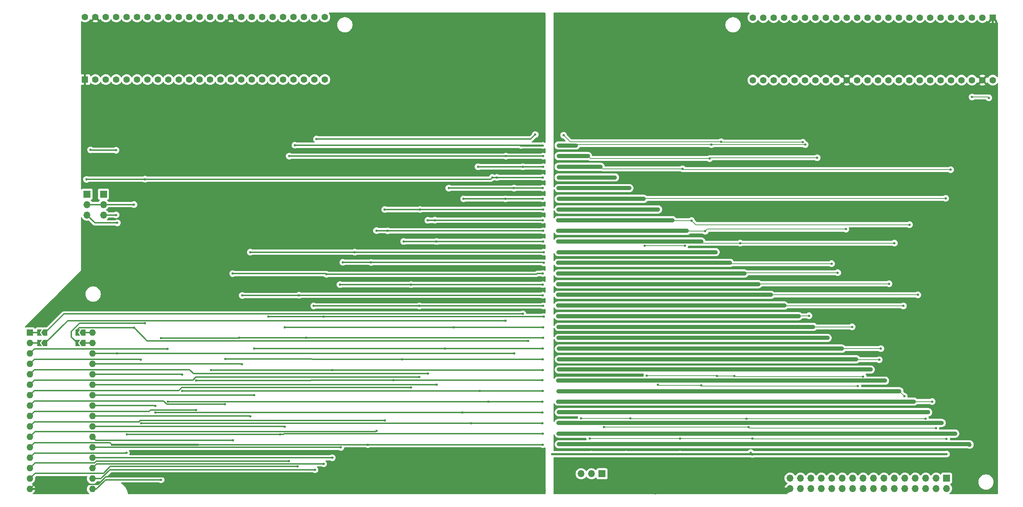
<source format=gbr>
%TF.GenerationSoftware,KiCad,Pcbnew,8.0.4*%
%TF.CreationDate,2025-02-24T13:32:17+01:00*%
%TF.ProjectId,RAMON_DEV,52414d4f-4e5f-4444-9556-2e6b69636164,rev?*%
%TF.SameCoordinates,Original*%
%TF.FileFunction,Copper,L2,Bot*%
%TF.FilePolarity,Positive*%
%FSLAX46Y46*%
G04 Gerber Fmt 4.6, Leading zero omitted, Abs format (unit mm)*
G04 Created by KiCad (PCBNEW 8.0.4) date 2025-02-24 13:32:17*
%MOMM*%
%LPD*%
G01*
G04 APERTURE LIST*
G04 Aperture macros list*
%AMFreePoly0*
4,1,6,0.500000,-0.750000,-0.650000,-0.750000,-0.150000,0.000000,-0.650000,0.750000,0.500000,0.750000,0.500000,-0.750000,0.500000,-0.750000,$1*%
%AMFreePoly1*
4,1,6,1.000000,0.000000,0.500000,-0.750000,-0.500000,-0.750000,-0.500000,0.750000,0.500000,0.750000,1.000000,0.000000,1.000000,0.000000,$1*%
G04 Aperture macros list end*
%TA.AperFunction,ComponentPad*%
%ADD10C,1.600000*%
%TD*%
%TA.AperFunction,ComponentPad*%
%ADD11R,1.600000X1.600000*%
%TD*%
%TA.AperFunction,ComponentPad*%
%ADD12O,1.700000X1.700000*%
%TD*%
%TA.AperFunction,ComponentPad*%
%ADD13R,1.700000X1.700000*%
%TD*%
%TA.AperFunction,ComponentPad*%
%ADD14O,1.600000X1.600000*%
%TD*%
%TA.AperFunction,SMDPad,CuDef*%
%ADD15FreePoly0,180.000000*%
%TD*%
%TA.AperFunction,SMDPad,CuDef*%
%ADD16FreePoly1,180.000000*%
%TD*%
%TA.AperFunction,ViaPad*%
%ADD17C,0.600000*%
%TD*%
%TA.AperFunction,Conductor*%
%ADD18C,0.500000*%
%TD*%
%TA.AperFunction,Conductor*%
%ADD19C,1.000000*%
%TD*%
%TA.AperFunction,Conductor*%
%ADD20C,0.200000*%
%TD*%
%TA.AperFunction,Conductor*%
%ADD21C,0.300000*%
%TD*%
G04 APERTURE END LIST*
D10*
%TO.P,U1,48,VIN*%
%TO.N,unconnected-(U1-VIN-Pad48)*%
X260620000Y-49980000D03*
%TO.P,U1,47,GND*%
%TO.N,GND*%
X258080000Y-49980000D03*
%TO.P,U1,46,3V3*%
%TO.N,3V3*%
X255540000Y-49980000D03*
%TO.P,U1,45,23_A9_CRX1_MCLK1*%
%TO.N,GPIO1_25*%
X253000000Y-49980000D03*
%TO.P,U1,44,22_A8_CTX1*%
%TO.N,GPIO1_24*%
X250460000Y-49980000D03*
%TO.P,U1,43,21_A7_RX5_BCLK1*%
%TO.N,GPIO1_27*%
X247920000Y-49980000D03*
%TO.P,U1,42,20_A6_TX5_LRCLK1*%
%TO.N,GPIO1_26*%
X245380000Y-49980000D03*
%TO.P,U1,41,19_A5_SCL*%
%TO.N,GPIO1_16*%
X242840000Y-49980000D03*
%TO.P,U1,40,18_A4_SDA*%
%TO.N,GPIO1_17*%
X240300000Y-49980000D03*
%TO.P,U1,39,17_A3_TX4_SDA1*%
%TO.N,GPIO1_22*%
X237760000Y-49980000D03*
%TO.P,U1,38,16_A2_RX4_SCL1*%
%TO.N,GPIO1_23*%
X235220000Y-49980000D03*
%TO.P,U1,37,15_A1_RX3_SPDIF_IN*%
%TO.N,GPIO1_19*%
X232680000Y-49980000D03*
%TO.P,U1,36,14_A0_TX3_SPDIF_OUT*%
%TO.N,GPIO1_18*%
X230140000Y-49980000D03*
%TO.P,U1,35,13_SCK_LED*%
%TO.N,GPIO2_3*%
X227600000Y-49980000D03*
%TO.P,U1,34,GND*%
%TO.N,GND*%
X225060000Y-49980000D03*
%TO.P,U1,33,41_A17*%
%TO.N,GPIO1_21*%
X222520000Y-49980000D03*
%TO.P,U1,32,40_A16*%
%TO.N,GPIO1_20*%
X219980000Y-49980000D03*
%TO.P,U1,31,39_MISO1_OUT1A*%
%TO.N,GPIO1_29*%
X217440000Y-49980000D03*
%TO.P,U1,30,38_CS1_IN1*%
%TO.N,GPIO1_28*%
X214900000Y-49980000D03*
%TO.P,U1,29,37_CS*%
%TO.N,unconnected-(U1-37_CS-Pad29)*%
X212360000Y-49980000D03*
%TO.P,U1,28,36_CS*%
%TO.N,unconnected-(U1-36_CS-Pad28)*%
X209820000Y-49980000D03*
%TO.P,U1,27,35_TX8*%
%TO.N,GPIO2_28*%
X207280000Y-49980000D03*
%TO.P,U1,26,34_RX8*%
%TO.N,GPIO2_29*%
X204740000Y-49980000D03*
%TO.P,U1,25,33_MCLK2*%
%TO.N,OE*%
X202200000Y-49980000D03*
%TO.P,U1,24,32_OUT1B*%
%TO.N,GPIO2_12*%
X202200000Y-34740000D03*
%TO.P,U1,23,31_CTX3*%
%TO.N,unconnected-(U1-31_CTX3-Pad23)*%
X204740000Y-34740000D03*
%TO.P,U1,22,30_CRX3*%
%TO.N,unconnected-(U1-30_CRX3-Pad22)*%
X207280000Y-34740000D03*
%TO.P,U1,21,29_TX7*%
%TO.N,unconnected-(U1-29_TX7-Pad21)*%
X209820000Y-34740000D03*
%TO.P,U1,20,28_RX7*%
%TO.N,unconnected-(U1-28_RX7-Pad20)*%
X212360000Y-34740000D03*
%TO.P,U1,19,27_A13_SCK1*%
%TO.N,GPIO1_31*%
X214900000Y-34740000D03*
%TO.P,U1,18,26_A12_MOSI1*%
%TO.N,GPIO1_30*%
X217440000Y-34740000D03*
%TO.P,U1,17,25_A11_RX6_SDA2*%
%TO.N,GPIO1_13*%
X219980000Y-34740000D03*
%TO.P,U1,16,24_A10_TX6_SCL2*%
%TO.N,GPIO1_12*%
X222520000Y-34740000D03*
%TO.P,U1,15,3V3*%
%TO.N,unconnected-(U1-3V3-Pad15)*%
X225060000Y-34740000D03*
%TO.P,U1,14,12_MISO_MQSL*%
%TO.N,GPIO2_1*%
X227600000Y-34740000D03*
%TO.P,U1,13,11_MOSI_CTX1*%
%TO.N,GPIO2_2*%
X230140000Y-34740000D03*
%TO.P,U1,12,10_CS_MQSR*%
%TO.N,GPIO2_0*%
X232680000Y-34740000D03*
%TO.P,U1,11,9_OUT1C*%
%TO.N,GPIO2_11*%
X235220000Y-34740000D03*
%TO.P,U1,10,8_TX2_IN1*%
%TO.N,GPIO2_16*%
X237760000Y-34740000D03*
%TO.P,U1,9,7_RX2_OUT1A*%
%TO.N,unconnected-(U1-7_RX2_OUT1A-Pad9)*%
X240300000Y-34740000D03*
%TO.P,U1,8,6_OUT1D*%
%TO.N,GPIO2_10*%
X242840000Y-34740000D03*
%TO.P,U1,7,5_IN2*%
%TO.N,unconnected-(U1-5_IN2-Pad7)*%
X245380000Y-34740000D03*
%TO.P,U1,6,4_BCLK2*%
%TO.N,unconnected-(U1-4_BCLK2-Pad6)*%
X247920000Y-34740000D03*
%TO.P,U1,5,3_LRCLK2*%
%TO.N,unconnected-(U1-3_LRCLK2-Pad5)*%
X250460000Y-34740000D03*
%TO.P,U1,4,2_OUT2*%
%TO.N,unconnected-(U1-2_OUT2-Pad4)*%
X253000000Y-34740000D03*
%TO.P,U1,3,1_TX1_CTX2_MISO1*%
%TO.N,GPIO1_2*%
X255540000Y-34740000D03*
%TO.P,U1,2,0_RX1_CRX2_CS1*%
%TO.N,GPIO1_3*%
X258080000Y-34740000D03*
D11*
%TO.P,U1,1,GND*%
%TO.N,GND*%
X260620000Y-34740000D03*
%TD*%
D12*
%TO.P,J2,3,Pin_3*%
%TO.N,GPIO1_30_LS*%
X160380001Y-145890000D03*
%TO.P,J2,2,Pin_2*%
%TO.N,VCC_SRAM*%
X162920000Y-145890000D03*
D13*
%TO.P,J2,1,Pin_1*%
%TO.N,GPIO1_28_LS*%
X165460000Y-145890000D03*
%TD*%
D10*
%TO.P,U13,48,VIN*%
%TO.N,unconnected-(U13-VIN-Pad48)*%
X39560000Y-34590000D03*
%TO.P,U13,47,GND*%
%TO.N,GND1*%
X42100000Y-34590000D03*
%TO.P,U13,46,3V3*%
%TO.N,T_3V3*%
X44640000Y-34590000D03*
%TO.P,U13,45,23_A9_CRX1_MCLK1*%
%TO.N,T_GPIO1_25*%
X47180000Y-34590000D03*
%TO.P,U13,44,22_A8_CTX1*%
%TO.N,T_GPIO1_24*%
X49720000Y-34590000D03*
%TO.P,U13,43,21_A7_RX5_BCLK1*%
%TO.N,T_GPIO1_27*%
X52260000Y-34590000D03*
%TO.P,U13,42,20_A6_TX5_LRCLK1*%
%TO.N,T_GPIO1_26*%
X54800000Y-34590000D03*
%TO.P,U13,41,19_A5_SCL*%
%TO.N,T_GPIO1_16*%
X57340000Y-34590000D03*
%TO.P,U13,40,18_A4_SDA*%
%TO.N,T_GPIO1_17*%
X59880000Y-34590000D03*
%TO.P,U13,39,17_A3_TX4_SDA1*%
%TO.N,T_GPIO1_22*%
X62420000Y-34590000D03*
%TO.P,U13,38,16_A2_RX4_SCL1*%
%TO.N,T_GPIO1_23*%
X64960000Y-34590000D03*
%TO.P,U13,37,15_A1_RX3_SPDIF_IN*%
%TO.N,T_GPIO1_19*%
X67500000Y-34590000D03*
%TO.P,U13,36,14_A0_TX3_SPDIF_OUT*%
%TO.N,T_GPIO1_18*%
X70040000Y-34590000D03*
%TO.P,U13,35,13_SCK_LED*%
%TO.N,T_GPIO2_3*%
X72580000Y-34590000D03*
%TO.P,U13,34,GND*%
%TO.N,GND1*%
X75120000Y-34590000D03*
%TO.P,U13,33,41_A17*%
%TO.N,T_GPIO1_21*%
X77660000Y-34590000D03*
%TO.P,U13,32,40_A16*%
%TO.N,T_GPIO1_20*%
X80200000Y-34590000D03*
%TO.P,U13,31,39_MISO1_OUT1A*%
%TO.N,T_GPIO1_29*%
X82740000Y-34590000D03*
%TO.P,U13,30,38_CS1_IN1*%
%TO.N,T_GPIO1_28*%
X85280000Y-34590000D03*
%TO.P,U13,29,37_CS*%
%TO.N,unconnected-(U13-37_CS-Pad29)*%
X87820000Y-34590000D03*
%TO.P,U13,28,36_CS*%
%TO.N,unconnected-(U13-36_CS-Pad28)*%
X90360000Y-34590000D03*
%TO.P,U13,27,35_TX8*%
%TO.N,T_GPIO2_28*%
X92900000Y-34590000D03*
%TO.P,U13,26,34_RX8*%
%TO.N,T_GPIO2_29*%
X95440000Y-34590000D03*
%TO.P,U13,25,33_MCLK2*%
%TO.N,T_OE*%
X97980000Y-34590000D03*
%TO.P,U13,24,32_OUT1B*%
%TO.N,T_GPIO2_12*%
X97980000Y-49830000D03*
%TO.P,U13,23,31_CTX3*%
%TO.N,unconnected-(U13-31_CTX3-Pad23)*%
X95440000Y-49830000D03*
%TO.P,U13,22,30_CRX3*%
%TO.N,unconnected-(U13-30_CRX3-Pad22)*%
X92900000Y-49830000D03*
%TO.P,U13,21,29_TX7*%
%TO.N,unconnected-(U13-29_TX7-Pad21)*%
X90360000Y-49830000D03*
%TO.P,U13,20,28_RX7*%
%TO.N,unconnected-(U13-28_RX7-Pad20)*%
X87820000Y-49830000D03*
%TO.P,U13,19,27_A13_SCK1*%
%TO.N,T_GPIO1_31*%
X85280000Y-49830000D03*
%TO.P,U13,18,26_A12_MOSI1*%
%TO.N,T_GPIO1_30*%
X82740000Y-49830000D03*
%TO.P,U13,17,25_A11_RX6_SDA2*%
%TO.N,T_GPIO1_13*%
X80200000Y-49830000D03*
%TO.P,U13,16,24_A10_TX6_SCL2*%
%TO.N,T_GPIO1_12*%
X77660000Y-49830000D03*
%TO.P,U13,15,3V3*%
%TO.N,unconnected-(U13-3V3-Pad15)*%
X75120000Y-49830000D03*
%TO.P,U13,14,12_MISO_MQSL*%
%TO.N,T_GPIO2_1*%
X72580000Y-49830000D03*
%TO.P,U13,13,11_MOSI_CTX1*%
%TO.N,T_GPIO2_2*%
X70040000Y-49830000D03*
%TO.P,U13,12,10_CS_MQSR*%
%TO.N,T_GPIO2_0*%
X67500000Y-49830000D03*
%TO.P,U13,11,9_OUT1C*%
%TO.N,T_GPIO2_11*%
X64960000Y-49830000D03*
%TO.P,U13,10,8_TX2_IN1*%
%TO.N,T_GPIO2_16*%
X62420000Y-49830000D03*
%TO.P,U13,9,7_RX2_OUT1A*%
%TO.N,unconnected-(U13-7_RX2_OUT1A-Pad9)*%
X59880000Y-49830000D03*
%TO.P,U13,8,6_OUT1D*%
%TO.N,T_GPIO2_10*%
X57340000Y-49830000D03*
%TO.P,U13,7,5_IN2*%
%TO.N,unconnected-(U13-5_IN2-Pad7)*%
X54800000Y-49830000D03*
%TO.P,U13,6,4_BCLK2*%
%TO.N,unconnected-(U13-4_BCLK2-Pad6)*%
X52260000Y-49830000D03*
%TO.P,U13,5,3_LRCLK2*%
%TO.N,unconnected-(U13-3_LRCLK2-Pad5)*%
X49720000Y-49830000D03*
%TO.P,U13,4,2_OUT2*%
%TO.N,unconnected-(U13-2_OUT2-Pad4)*%
X47180000Y-49830000D03*
%TO.P,U13,3,1_TX1_CTX2_MISO1*%
%TO.N,T_GPIO1_2*%
X44640000Y-49830000D03*
%TO.P,U13,2,0_RX1_CRX2_CS1*%
%TO.N,T_GPIO1_3*%
X42100000Y-49830000D03*
D11*
%TO.P,U13,1,GND*%
%TO.N,GND1*%
X39560000Y-49830000D03*
%TD*%
D12*
%TO.P,J6,3,Pin_3*%
%TO.N,T_GPIO1_30_LS*%
X40070000Y-82840000D03*
%TO.P,J6,2,Pin_2*%
%TO.N,T_VCC_SRAM*%
X40070000Y-80300000D03*
D13*
%TO.P,J6,1,Pin_1*%
%TO.N,T_GPIO1_28_LS*%
X40070000Y-77760000D03*
%TD*%
D12*
%TO.P,J7,3,Pin_3*%
%TO.N,T_3V3*%
X44070000Y-82840000D03*
%TO.P,J7,2,Pin_2*%
%TO.N,T_VCC_SRAM*%
X44070000Y-80300000D03*
D13*
%TO.P,J7,1,Pin_1*%
%TO.N,T_VUSB*%
X44070000Y-77760000D03*
%TD*%
D12*
%TO.P,J8,32,Pin_32*%
%TO.N,GPIO1_31_LS*%
X249360000Y-149490000D03*
%TO.P,J8,31,Pin_31*%
%TO.N,GPIO1_29_LS*%
X246820000Y-149490000D03*
%TO.P,J8,30,Pin_30*%
%TO.N,GPIO1_27_LS*%
X244280000Y-149490000D03*
%TO.P,J8,29,Pin_29*%
%TO.N,GPIO1_25_LS*%
X241740000Y-149490000D03*
%TO.P,J8,28,Pin_28*%
%TO.N,GPIO1_20_LS*%
X239200000Y-149490000D03*
%TO.P,J8,27,Pin_27*%
%TO.N,GPIO1_19_LS*%
X236660000Y-149490000D03*
%TO.P,J8,26,Pin_26*%
%TO.N,GPIO1_18_LS*%
X234120000Y-149490000D03*
%TO.P,J8,25,Pin_25*%
%TO.N,GPIO1_17_LS*%
X231580000Y-149490000D03*
%TO.P,J8,24,Pin_24*%
%TO.N,GPIO1_16_LS*%
X229040000Y-149490000D03*
%TO.P,J8,23,Pin_23*%
%TO.N,GPIO1_13_LS*%
X226500000Y-149490000D03*
%TO.P,J8,22,Pin_22*%
%TO.N,GPIO1_12_LS*%
X223960000Y-149490000D03*
%TO.P,J8,21,Pin_21*%
%TO.N,GPIO1_3_LS*%
X221420000Y-149490000D03*
%TO.P,J8,20,Pin_20*%
%TO.N,GPIO1_2_LS*%
X218880000Y-149490000D03*
%TO.P,J8,19,Pin_19*%
%TO.N,GPIO2_28_LS*%
X216340000Y-149490000D03*
%TO.P,J8,18,Pin_18*%
%TO.N,GPIO2_29_LS*%
X213800000Y-149490000D03*
%TO.P,J8,17,Pin_17*%
%TO.N,GND*%
X211260000Y-149490000D03*
%TO.P,J8,16,Pin_16*%
%TO.N,GPIO2_16_LS*%
X211260000Y-146950000D03*
%TO.P,J8,15,Pin_15*%
%TO.N,GPIO2_12_LS*%
X213800000Y-146950000D03*
%TO.P,J8,14,Pin_14*%
%TO.N,GPIO2_11_LS*%
X216340000Y-146950000D03*
%TO.P,J8,13,Pin_13*%
%TO.N,GPIO2_10_LS*%
X218880000Y-146950000D03*
%TO.P,J8,12,Pin_12*%
%TO.N,GPIO2_3_LS*%
X221420000Y-146950000D03*
%TO.P,J8,11,Pin_11*%
%TO.N,GPIO2_2_LS*%
X223960000Y-146950000D03*
%TO.P,J8,10,Pin_10*%
%TO.N,GPIO1_23_LS*%
X226500000Y-146950000D03*
%TO.P,J8,9,Pin_9*%
%TO.N,GPIO2_1_LS*%
X229040000Y-146950000D03*
%TO.P,J8,8,Pin_8*%
%TO.N,GPIO1_24_LS*%
X231580000Y-146950000D03*
%TO.P,J8,7,Pin_7*%
%TO.N,GPIO1_22_LS*%
X234120000Y-146950000D03*
%TO.P,J8,6,Pin_6*%
%TO.N,GPIO1_21_LS*%
X236660000Y-146950000D03*
%TO.P,J8,5,Pin_5*%
%TO.N,GPIO1_26_LS*%
X239200000Y-146950000D03*
%TO.P,J8,4,Pin_4*%
%TO.N,GPIO2_0_LS*%
X241740000Y-146950000D03*
%TO.P,J8,3,Pin_3*%
%TO.N,GPIO1_30_LS*%
X244280000Y-146950000D03*
%TO.P,J8,2,Pin_2*%
%TO.N,GPIO1_28_LS*%
X246820000Y-146950000D03*
D13*
%TO.P,J8,1,Pin_1*%
%TO.N,VCC_SRAM*%
X249360000Y-146950000D03*
%TD*%
D14*
%TO.P,J1,32,Pin_32*%
%TO.N,Net-(J1-Pin_32)*%
X41360000Y-111510000D03*
%TO.P,J1,31,Pin_31*%
%TO.N,Net-(J1-Pin_31)*%
X41360000Y-114050000D03*
%TO.P,J1,30,Pin_30*%
%TO.N,T_GPIO1_30_LS*%
X41360000Y-116590000D03*
%TO.P,J1,29,Pin_29*%
%TO.N,T_GPIO2_0_LS*%
X41360000Y-119130000D03*
%TO.P,J1,28,Pin_28*%
%TO.N,T_GPIO1_26_LS*%
X41360000Y-121670000D03*
%TO.P,J1,27,Pin_27*%
%TO.N,T_GPIO1_21_LS*%
X41360000Y-124210000D03*
%TO.P,J1,26,Pin_26*%
%TO.N,T_GPIO1_22_LS*%
X41360000Y-126750000D03*
%TO.P,J1,25,Pin_25*%
%TO.N,T_GPIO1_24_LS*%
X41360000Y-129290000D03*
%TO.P,J1,24,Pin_24*%
%TO.N,T_GPIO2_1_LS*%
X41360000Y-131830000D03*
%TO.P,J1,23,Pin_23*%
%TO.N,T_GPIO1_23_LS*%
X41360000Y-134370000D03*
%TO.P,J1,22,Pin_22*%
%TO.N,T_GPIO2_2_LS*%
X41360000Y-136910000D03*
%TO.P,J1,21,Pin_21*%
%TO.N,T_GPIO2_3_LS*%
X41360000Y-139450000D03*
%TO.P,J1,20,Pin_20*%
%TO.N,T_GPIO2_10_LS*%
X41360000Y-141990000D03*
%TO.P,J1,19,Pin_19*%
%TO.N,T_GPIO2_11_LS*%
X41360000Y-144530000D03*
%TO.P,J1,18,Pin_18*%
%TO.N,T_GPIO2_12_LS*%
X41360000Y-147070000D03*
%TO.P,J1,17,Pin_17*%
%TO.N,T_GPIO2_16_LS*%
X41360000Y-149610000D03*
%TO.P,J1,16,Pin_16*%
%TO.N,GND1*%
X26120000Y-149609999D03*
%TO.P,J1,15,Pin_15*%
%TO.N,T_GPIO2_29_LS*%
X26120000Y-147070000D03*
%TO.P,J1,14,Pin_14*%
%TO.N,T_GPIO2_28_LS*%
X26120000Y-144530000D03*
%TO.P,J1,13,Pin_13*%
%TO.N,T_GPIO1_2_LS*%
X26120000Y-141990000D03*
%TO.P,J1,12,Pin_12*%
%TO.N,T_GPIO1_3_LS*%
X26120000Y-139449999D03*
%TO.P,J1,11,Pin_11*%
%TO.N,T_GPIO1_12_LS*%
X26120000Y-136910000D03*
%TO.P,J1,10,Pin_10*%
%TO.N,T_GPIO1_13_LS*%
X26120000Y-134370000D03*
%TO.P,J1,9,Pin_9*%
%TO.N,T_GPIO1_16_LS*%
X26120000Y-131830000D03*
%TO.P,J1,8,Pin_8*%
%TO.N,T_GPIO1_17_LS*%
X26120000Y-129290001D03*
%TO.P,J1,7,Pin_7*%
%TO.N,T_GPIO1_18_LS*%
X26120000Y-126750000D03*
%TO.P,J1,6,Pin_6*%
%TO.N,T_GPIO1_19_LS*%
X26120000Y-124210000D03*
%TO.P,J1,5,Pin_5*%
%TO.N,T_GPIO1_20_LS*%
X26120000Y-121670000D03*
%TO.P,J1,4,Pin_4*%
%TO.N,T_GPIO1_25_LS*%
X26120000Y-119130000D03*
%TO.P,J1,3,Pin_3*%
%TO.N,T_GPIO1_27_LS*%
X26120000Y-116589999D03*
%TO.P,J1,2,Pin_2*%
%TO.N,Net-(J1-Pin_2)*%
X26120000Y-114050000D03*
D11*
%TO.P,J1,1,Pin_1*%
%TO.N,Net-(J1-Pin_1)*%
X26120000Y-111510000D03*
%TD*%
D15*
%TO.P,JP38,2,B*%
%TO.N,T_GPIO1_28_LS*%
X37730000Y-114060000D03*
D16*
%TO.P,JP38,1,A*%
%TO.N,Net-(J1-Pin_31)*%
X39180000Y-114060000D03*
%TD*%
D15*
%TO.P,JP1,2,B*%
%TO.N,Net-(J1-Pin_2)*%
X28460002Y-114020000D03*
D16*
%TO.P,JP1,1,A*%
%TO.N,T_GPIO1_29_LS*%
X29910000Y-114020000D03*
%TD*%
D15*
%TO.P,JP18,2,B*%
%TO.N,Net-(J1-Pin_1)*%
X28470000Y-111500000D03*
D16*
%TO.P,JP18,1,A*%
%TO.N,T_GPIO1_31_LS*%
X29920000Y-111500000D03*
%TD*%
D15*
%TO.P,JP35,2,B*%
%TO.N,T_VCC_SRAM*%
X37730000Y-111510000D03*
D16*
%TO.P,JP35,1,A*%
%TO.N,Net-(J1-Pin_32)*%
X39180000Y-111510000D03*
%TD*%
D17*
%TO.N,GND*%
X257950000Y-37510000D03*
X259660000Y-59690000D03*
X178460000Y-150390000D03*
X261460000Y-37490000D03*
X193060000Y-150090000D03*
%TO.N,3V3*%
X259660000Y-54290000D03*
X255560000Y-54090000D03*
%TO.N,VCC_SRAM*%
X184460001Y-137290000D03*
X162860000Y-141090000D03*
X249360000Y-137390000D03*
X202060000Y-141190000D03*
X202060000Y-137290000D03*
X184460001Y-141090000D03*
X162460000Y-137290000D03*
X249360000Y-141090000D03*
X201660000Y-140732230D03*
X171260000Y-141090000D03*
X153360000Y-141090000D03*
%TO.N,T_3V3*%
X47150000Y-67050000D03*
X47160000Y-82820000D03*
X40930000Y-66960000D03*
%TO.N,GND1*%
X39640000Y-71950000D03*
X72010000Y-146650000D03*
X151550000Y-150000000D03*
X61430000Y-71930000D03*
X105000000Y-149810000D03*
X83660000Y-149750000D03*
X72035000Y-149790000D03*
X61420000Y-149750000D03*
%TO.N,T_VCC_SRAM*%
X147470000Y-113500000D03*
X51510000Y-80300000D03*
X51530000Y-110310000D03*
%TO.N,GPIO2_16_LS*%
X154860000Y-112790000D03*
X193960000Y-112790000D03*
X220360000Y-112790000D03*
X211260000Y-112790000D03*
%TO.N,GPIO1_21_LS*%
X236660000Y-89690000D03*
X154760000Y-89290000D03*
X189610000Y-89290000D03*
X199110000Y-89690000D03*
%TO.N,GPIO1_17_LS*%
X188660000Y-117990000D03*
X154960000Y-117990000D03*
X227360000Y-117990000D03*
X232960000Y-118090000D03*
%TO.N,GPIO1_23_LS*%
X216860000Y-110090000D03*
X154860000Y-110090000D03*
X197460000Y-110090000D03*
X226360000Y-110090000D03*
%TO.N,GPIO2_3_LS*%
X221360000Y-94690000D03*
X154760000Y-94490000D03*
X196610000Y-94490000D03*
%TO.N,GPIO1_28_LS*%
X154910000Y-73690000D03*
X246760000Y-134790000D03*
X165960000Y-134490000D03*
X201160000Y-134490000D03*
X165960000Y-73690000D03*
X168610000Y-73690000D03*
%TO.N,GPIO1_20_LS*%
X154760000Y-84090000D03*
X240360000Y-85190000D03*
X182610000Y-84090000D03*
X187260000Y-84190000D03*
%TO.N,GPIO2_12_LS*%
X156110000Y-63390000D03*
X214360000Y-65090000D03*
X194460000Y-64990000D03*
%TO.N,GPIO1_18_LS*%
X235360000Y-99590000D03*
X188460000Y-99690000D03*
X154760000Y-99690000D03*
X203610000Y-99590000D03*
%TO.N,GPIO2_0_LS*%
X206560000Y-102290000D03*
X242360000Y-102290000D03*
X154760000Y-102290000D03*
X200360000Y-102290000D03*
X178460000Y-102290000D03*
%TO.N,GPIO1_12_LS*%
X186110000Y-86690000D03*
X154760000Y-86690000D03*
X224860000Y-86290000D03*
X190610000Y-86790000D03*
%TO.N,GPIO1_22_LS*%
X198660000Y-115390000D03*
X223860000Y-115390000D03*
X233360000Y-115390000D03*
X154960000Y-115390000D03*
%TO.N,GPIO1_13_LS*%
X179110000Y-81490000D03*
X154860000Y-81490000D03*
X189660000Y-124390000D03*
X227760000Y-124490000D03*
X179060000Y-124190000D03*
%TO.N,GPIO1_27_LS*%
X186160000Y-128290000D03*
X154760000Y-128290000D03*
X241360000Y-128290000D03*
X245860000Y-128290000D03*
%TO.N,GPIO2_28_LS*%
X217860000Y-68890000D03*
X154910000Y-68490000D03*
X191660000Y-69090000D03*
X162060000Y-68490000D03*
%TO.N,GPIO1_25_LS*%
X248160000Y-133490000D03*
X186660000Y-133490000D03*
X243060000Y-133490000D03*
X154860000Y-133490000D03*
%TO.N,GPIO2_29_LS*%
X154910000Y-65890000D03*
X214960000Y-65690000D03*
X159110000Y-65890000D03*
X192110000Y-65690000D03*
%TO.N,GPIO2_1_LS*%
X176360000Y-121990000D03*
X229060000Y-122190000D03*
X193460001Y-122090000D03*
X193110000Y-91890000D03*
X197660000Y-122090000D03*
X154860000Y-91890000D03*
%TO.N,GPIO1_29_LS*%
X175610000Y-78890000D03*
X175860000Y-90290000D03*
X185660001Y-90290000D03*
X154910000Y-78890000D03*
X249160000Y-78790000D03*
%TO.N,GPIO2_11_LS*%
X154760000Y-107490000D03*
X213360000Y-107490000D03*
X195160000Y-107490000D03*
X215860000Y-107390000D03*
%TO.N,GPIO1_2_LS*%
X190660000Y-136090000D03*
X220060000Y-136090000D03*
X251460000Y-136090000D03*
X154860000Y-136090000D03*
%TO.N,GPIO1_16_LS*%
X189160000Y-123190000D03*
X230260000Y-123190000D03*
X154760000Y-123190000D03*
X234360000Y-123190000D03*
%TO.N,GPIO2_2_LS*%
X200110000Y-97090000D03*
X154760000Y-97090000D03*
X196860000Y-97090000D03*
X174260000Y-97090000D03*
X222860000Y-96890000D03*
%TO.N,GPIO1_26_LS*%
X237860000Y-125790000D03*
X239060000Y-126990000D03*
X199860000Y-125790000D03*
X154860000Y-125790000D03*
%TO.N,GPIO2_10_LS*%
X230860000Y-120490000D03*
X154960000Y-120490000D03*
X218860000Y-120490000D03*
X195659999Y-120490000D03*
%TO.N,GPIO1_30_LS*%
X244260000Y-132490000D03*
X160360000Y-132390000D03*
X154860000Y-76290000D03*
X172110000Y-76290000D03*
X200660000Y-132490000D03*
X172360000Y-132390000D03*
%TO.N,GPIO1_24_LS*%
X231460000Y-130890000D03*
X244860000Y-130890000D03*
X154960000Y-130890000D03*
X198160000Y-130890000D03*
%TO.N,GPIO1_31_LS*%
X165110000Y-71090000D03*
X154910000Y-71090000D03*
X185060000Y-71590000D03*
X250360000Y-71790000D03*
%TO.N,GPIO1_3_LS*%
X154960000Y-138690000D03*
X190660000Y-138690000D03*
X254960000Y-138790000D03*
X222660000Y-138690000D03*
%TO.N,GPIO1_19_LS*%
X238860000Y-104990000D03*
X154760000Y-104890000D03*
X187860000Y-104890000D03*
X209860000Y-104890000D03*
%TO.N,T_GPIO2_29_LS*%
X91385000Y-144110000D03*
X151060000Y-65890000D03*
X90680000Y-65830000D03*
X145760000Y-65890000D03*
%TO.N,T_GPIO1_16_LS*%
X66660000Y-123190000D03*
X150960000Y-123090000D03*
X66670000Y-130340000D03*
X114730000Y-123090000D03*
%TO.N,T_GPIO1_22_LS*%
X80760000Y-115390000D03*
X151060000Y-115390000D03*
X80810000Y-126730000D03*
X127290000Y-115390000D03*
%TO.N,T_GPIO1_23_LS*%
X129390000Y-110190000D03*
X88260000Y-110190000D03*
X151160000Y-110190000D03*
X88260000Y-134450000D03*
%TO.N,T_GPIO1_30_LS*%
X47450000Y-84750000D03*
X47450000Y-116590000D03*
X144050000Y-76290000D03*
X128160000Y-76290000D03*
X144085000Y-116590000D03*
X151060000Y-76290000D03*
%TO.N,T_GPIO2_28_LS*%
X89235000Y-142810000D03*
X142060000Y-68490000D03*
X89290000Y-68490000D03*
X151160000Y-68490000D03*
%TO.N,T_GPIO1_20_LS*%
X123050000Y-84130000D03*
X124760000Y-84090000D03*
X151060000Y-84090000D03*
X123085000Y-121490000D03*
%TO.N,T_GPIO1_19_LS*%
X120970000Y-104990000D03*
X95260000Y-104990000D03*
X120985000Y-122350000D03*
X151160000Y-104990000D03*
%TO.N,T_GPIO1_18_LS*%
X118935000Y-124860000D03*
X118950000Y-99790000D03*
X151060000Y-99790000D03*
X101660000Y-99790000D03*
%TO.N,T_GPIO1_31_LS*%
X151160000Y-71090000D03*
X146185000Y-106940000D03*
X135260000Y-71090000D03*
X146180000Y-71090000D03*
%TO.N,T_GPIO2_3_LS*%
X109260000Y-94390000D03*
X101885000Y-139440000D03*
X151260000Y-94490000D03*
X102360000Y-94360000D03*
%TO.N,T_GPIO1_25_LS*%
X53210000Y-118080000D03*
X150960000Y-133590000D03*
X133580000Y-133590000D03*
X53260000Y-133590000D03*
%TO.N,T_GPIO1_28_LS*%
X54180000Y-74120000D03*
X151060000Y-73690000D03*
X139880000Y-73690000D03*
X39940000Y-74170000D03*
X138760000Y-73690000D03*
X54220000Y-109210000D03*
%TO.N,T_GPIO2_1_LS*%
X79830000Y-91880000D03*
X151260000Y-91890000D03*
X79835000Y-131850000D03*
X105260000Y-91890000D03*
%TO.N,T_GPIO1_17_LS*%
X73760000Y-117890000D03*
X73690000Y-128940000D03*
X116850000Y-117990000D03*
X151060000Y-117990000D03*
%TO.N,T_GPIO1_29_LS*%
X141980000Y-78890000D03*
X151060000Y-78890000D03*
X141985000Y-108600000D03*
X131760000Y-78890000D03*
%TO.N,T_GPIO2_2_LS*%
X75585000Y-137710000D03*
X75540000Y-97110000D03*
X151060000Y-97090000D03*
X98360000Y-97290000D03*
%TO.N,T_GPIO2_0_LS*%
X77860000Y-102440000D03*
X151060000Y-102390000D03*
X77810000Y-119150000D03*
X91660000Y-102390000D03*
%TO.N,T_GPIO2_12_LS*%
X149210000Y-63227500D03*
X95930000Y-64320000D03*
X95585000Y-144902500D03*
%TO.N,T_GPIO1_24_LS*%
X56710000Y-129330000D03*
X150960000Y-130990000D03*
X131500000Y-130990000D03*
X56760000Y-130990000D03*
%TO.N,T_GPIO1_12_LS*%
X113260000Y-86690000D03*
X110550000Y-86650000D03*
X110535000Y-135440000D03*
X151160000Y-86690000D03*
%TO.N,T_GPIO2_16_LS*%
X77160000Y-112790000D03*
X93480000Y-112790000D03*
X58110000Y-147360000D03*
X58120000Y-112840000D03*
X151160000Y-112790000D03*
%TO.N,T_GPIO1_26_LS*%
X63210000Y-121740000D03*
X151060000Y-125690000D03*
X63260000Y-125690000D03*
X135720000Y-125690000D03*
%TO.N,T_GPIO1_3_LS*%
X151060000Y-138790000D03*
X46160000Y-138790000D03*
X108440000Y-138790000D03*
%TO.N,T_GPIO1_2_LS*%
X49680000Y-140780000D03*
X87110000Y-136290000D03*
X49760000Y-136290000D03*
X151060000Y-136090000D03*
%TO.N,T_GPIO2_10_LS*%
X99785000Y-141980000D03*
X99790000Y-120590000D03*
X70260000Y-120590000D03*
X151060000Y-120590000D03*
%TO.N,T_GPIO1_13_LS*%
X151160000Y-81490000D03*
X121160000Y-81490000D03*
X112610000Y-132940000D03*
X112560000Y-81500000D03*
%TO.N,T_GPIO1_27_LS*%
X59760000Y-128290000D03*
X59710000Y-115460000D03*
X137800000Y-128290000D03*
X150960000Y-128290000D03*
%TO.N,T_GPIO2_11_LS*%
X151260000Y-107590000D03*
X84260000Y-107590000D03*
X97685000Y-143470000D03*
X97700000Y-107590000D03*
%TO.N,T_GPIO1_21_LS*%
X125170000Y-89290000D03*
X151160000Y-89290000D03*
X117160000Y-89290000D03*
X125185000Y-124170000D03*
%TD*%
D18*
%TO.N,GND*%
X261460000Y-35640000D02*
X261460000Y-37490000D01*
D19*
X178760000Y-150090000D02*
X178460000Y-150390000D01*
X193060000Y-150090000D02*
X178760000Y-150090000D01*
D18*
X260620000Y-34740000D02*
X260620000Y-34840000D01*
X260620000Y-34840000D02*
X257950000Y-37510000D01*
X260620000Y-34740000D02*
X261490000Y-35610000D01*
X261490000Y-35610000D02*
X261460000Y-35640000D01*
D19*
X193060000Y-150090000D02*
X210660000Y-150090000D01*
X210660000Y-150090000D02*
X211260000Y-149490000D01*
D20*
%TO.N,3V3*%
X255560000Y-54090000D02*
X259460000Y-54090000D01*
X259460000Y-54090000D02*
X259660000Y-54290000D01*
D18*
%TO.N,VCC_SRAM*%
X162860000Y-141090000D02*
X171260000Y-141090000D01*
D20*
X249360000Y-137390000D02*
X202160000Y-137390000D01*
D18*
X153360000Y-141090000D02*
X162860000Y-141090000D01*
X171260000Y-141090000D02*
X249360000Y-141090000D01*
D20*
X202160000Y-137390000D02*
X202060000Y-137290000D01*
X202060000Y-137290000D02*
X162460000Y-137290000D01*
D21*
%TO.N,T_3V3*%
X47140000Y-82840000D02*
X47160000Y-82820000D01*
X44070000Y-82840000D02*
X47140000Y-82840000D01*
X41020000Y-67050000D02*
X40930000Y-66960000D01*
X47150000Y-67050000D02*
X41020000Y-67050000D01*
D18*
%TO.N,GND1*%
X61930000Y-149750000D02*
X61970000Y-149790000D01*
X61420000Y-149750000D02*
X61930000Y-149750000D01*
X61970000Y-149790000D02*
X72035000Y-149790000D01*
D21*
X26120000Y-149609999D02*
X27269999Y-148460000D01*
D18*
X61410000Y-71950000D02*
X61430000Y-71930000D01*
D21*
X44612893Y-146650000D02*
X72010000Y-146650000D01*
X27269999Y-148460000D02*
X42802893Y-148460000D01*
X42802893Y-148460000D02*
X44612893Y-146650000D01*
D18*
X39640000Y-71950000D02*
X61410000Y-71950000D01*
D21*
%TO.N,T_VCC_SRAM*%
X54710000Y-113490000D02*
X147460000Y-113490000D01*
X37730000Y-111510000D02*
X37730000Y-110755000D01*
X38175000Y-110310000D02*
X51530000Y-110310000D01*
X37730000Y-110755000D02*
X38175000Y-110310000D01*
X51530000Y-110310000D02*
X54710000Y-113490000D01*
X147460000Y-113490000D02*
X147470000Y-113500000D01*
X40070000Y-80300000D02*
X44070000Y-80300000D01*
X51510000Y-80300000D02*
X44070000Y-80300000D01*
D19*
%TO.N,GPIO2_16_LS*%
X154860000Y-112790000D02*
X193960000Y-112790000D01*
X193960000Y-112790000D02*
X211260000Y-112790000D01*
X211260000Y-112790000D02*
X220360000Y-112790000D01*
%TO.N,GPIO1_21_LS*%
X154760000Y-89290000D02*
X189610000Y-89290000D01*
D20*
X190010000Y-89690000D02*
X189610000Y-89290000D01*
X199110000Y-89690000D02*
X190010000Y-89690000D01*
X236660000Y-89690000D02*
X199110000Y-89690000D01*
%TO.N,GPIO1_17_LS*%
X227460000Y-118090000D02*
X227360000Y-117990000D01*
X232960000Y-118090000D02*
X227460000Y-118090000D01*
D19*
X154960000Y-117990000D02*
X227360000Y-117990000D01*
D20*
%TO.N,GPIO1_23_LS*%
X226360000Y-110090000D02*
X216860000Y-110090000D01*
D19*
X154860000Y-110090000D02*
X197460000Y-110090000D01*
X197460000Y-110090000D02*
X216860000Y-110090000D01*
D20*
%TO.N,GPIO2_3_LS*%
X196810000Y-94690000D02*
X196610000Y-94490000D01*
D19*
X154760000Y-94490000D02*
X196610000Y-94490000D01*
D20*
X221360000Y-94690000D02*
X196810000Y-94690000D01*
%TO.N,GPIO1_28_LS*%
X201460000Y-134790000D02*
X201160000Y-134490000D01*
X246760000Y-134790000D02*
X201460000Y-134790000D01*
D19*
X154910000Y-73690000D02*
X165960000Y-73690000D01*
X165960000Y-73690000D02*
X168610000Y-73690000D01*
D20*
X201160000Y-134490000D02*
X194360000Y-134490000D01*
X194360000Y-134490000D02*
X165960000Y-134490000D01*
%TO.N,GPIO1_20_LS*%
X188260000Y-85190000D02*
X187260000Y-84190000D01*
X187260000Y-84190000D02*
X182710000Y-84190000D01*
X240360000Y-85190000D02*
X188260000Y-85190000D01*
D19*
X154760000Y-84090000D02*
X182610000Y-84090000D01*
D20*
X182710000Y-84190000D02*
X182610000Y-84090000D01*
%TO.N,GPIO2_12_LS*%
X214360000Y-65090000D02*
X194560000Y-65090000D01*
X157710000Y-64990000D02*
X156110000Y-63390000D01*
X194560000Y-65090000D02*
X194460000Y-64990000D01*
X194460000Y-64990000D02*
X157710000Y-64990000D01*
D19*
%TO.N,GPIO1_18_LS*%
X188460000Y-99690000D02*
X203510000Y-99690000D01*
X154760000Y-99690000D02*
X188460000Y-99690000D01*
D20*
X235360000Y-99590000D02*
X203610000Y-99590000D01*
X203610000Y-99590000D02*
X203510000Y-99690000D01*
D19*
%TO.N,GPIO2_0_LS*%
X154760000Y-102290000D02*
X200360000Y-102290000D01*
D20*
X242360000Y-102290000D02*
X206560000Y-102290000D01*
D19*
X200360000Y-102290000D02*
X206560000Y-102290000D01*
D20*
%TO.N,GPIO1_12_LS*%
X186210000Y-86790000D02*
X186110000Y-86690000D01*
X190610000Y-86790000D02*
X186210000Y-86790000D01*
D19*
X154760000Y-86690000D02*
X186110000Y-86690000D01*
D20*
X191110000Y-86290000D02*
X190610000Y-86790000D01*
X224860000Y-86290000D02*
X191110000Y-86290000D01*
D19*
%TO.N,GPIO1_22_LS*%
X154960000Y-115390000D02*
X223860000Y-115390000D01*
D20*
X233360000Y-115390000D02*
X223860000Y-115390000D01*
%TO.N,GPIO1_13_LS*%
X189660000Y-124390000D02*
X179260000Y-124390000D01*
X179260000Y-124390000D02*
X179060000Y-124190000D01*
X189760000Y-124490000D02*
X189660000Y-124390000D01*
D19*
X154860000Y-81490000D02*
X179110000Y-81490000D01*
D20*
X227760000Y-124490000D02*
X189760000Y-124490000D01*
%TO.N,GPIO1_27_LS*%
X245860000Y-128290000D02*
X241360000Y-128290000D01*
D19*
X154760000Y-128290000D02*
X241360000Y-128290000D01*
D20*
%TO.N,GPIO2_28_LS*%
X162660000Y-69090000D02*
X162060000Y-68490000D01*
X191860000Y-68890000D02*
X191660000Y-69090000D01*
X217860000Y-68890000D02*
X191860000Y-68890000D01*
X191660000Y-69090000D02*
X162660000Y-69090000D01*
D19*
X154910000Y-68490000D02*
X162060000Y-68490000D01*
%TO.N,GPIO1_25_LS*%
X243060000Y-133490000D02*
X248160000Y-133490000D01*
X154860000Y-133490000D02*
X243060000Y-133490000D01*
%TO.N,GPIO2_29_LS*%
X154910000Y-65890000D02*
X159110000Y-65890000D01*
D20*
X192110000Y-65690000D02*
X159310000Y-65690000D01*
X159310000Y-65690000D02*
X159110000Y-65890000D01*
X214960000Y-65690000D02*
X192110000Y-65690000D01*
%TO.N,GPIO2_1_LS*%
X193360001Y-121990000D02*
X193460001Y-122090000D01*
X197660000Y-122090000D02*
X193460001Y-122090000D01*
X176360000Y-121990000D02*
X193360001Y-121990000D01*
D19*
X154860000Y-91890000D02*
X193110000Y-91890000D01*
D20*
X197760000Y-122190000D02*
X197660000Y-122090000D01*
X229060000Y-122190000D02*
X197760000Y-122190000D01*
D19*
%TO.N,GPIO1_29_LS*%
X154910000Y-78890000D02*
X175610000Y-78890000D01*
D20*
X249160000Y-78790000D02*
X175710000Y-78790000D01*
X175710000Y-78790000D02*
X175610000Y-78890000D01*
X185660001Y-90290000D02*
X175860000Y-90290000D01*
%TO.N,GPIO2_11_LS*%
X213460000Y-107390000D02*
X213360000Y-107490000D01*
X215860000Y-107390000D02*
X213460000Y-107390000D01*
D19*
X154760000Y-107490000D02*
X213360000Y-107490000D01*
%TO.N,GPIO1_2_LS*%
X220060000Y-136090000D02*
X251460000Y-136090000D01*
X190660000Y-136090000D02*
X220060000Y-136090000D01*
X154860000Y-136090000D02*
X190660000Y-136090000D01*
%TO.N,GPIO1_16_LS*%
X154760000Y-123190000D02*
X230260000Y-123190000D01*
X230260000Y-123190000D02*
X234360000Y-123190000D01*
%TO.N,GPIO2_2_LS*%
X154760000Y-97090000D02*
X174260000Y-97090000D01*
D20*
X200310000Y-96890000D02*
X200110000Y-97090000D01*
D19*
X174260000Y-97090000D02*
X196860000Y-97090000D01*
X196860000Y-97090000D02*
X200110000Y-97090000D01*
D20*
X222860000Y-96890000D02*
X200310000Y-96890000D01*
%TO.N,GPIO1_26_LS*%
X239060000Y-126990000D02*
X237860000Y-125790000D01*
D19*
X154860000Y-125790000D02*
X237860000Y-125790000D01*
%TO.N,GPIO2_10_LS*%
X218860000Y-120490000D02*
X230860000Y-120490000D01*
X154960000Y-120490000D02*
X218860000Y-120490000D01*
D20*
%TO.N,GPIO1_30_LS*%
X244260000Y-132490000D02*
X200660000Y-132490000D01*
D19*
X154860000Y-76290000D02*
X172110000Y-76290000D01*
D20*
X172460000Y-132490000D02*
X172360000Y-132390000D01*
X200660000Y-132490000D02*
X172460000Y-132490000D01*
X160360000Y-132390000D02*
X172360000Y-132390000D01*
D19*
%TO.N,GPIO1_24_LS*%
X231460000Y-130890000D02*
X244860000Y-130890000D01*
X154960000Y-130890000D02*
X231460000Y-130890000D01*
D20*
%TO.N,GPIO1_31_LS*%
X185060000Y-71590000D02*
X165610000Y-71590000D01*
X185260000Y-71790000D02*
X185060000Y-71590000D01*
D19*
X154910000Y-71090000D02*
X165110000Y-71090000D01*
D20*
X165610000Y-71590000D02*
X165110000Y-71090000D01*
X250360000Y-71790000D02*
X185260000Y-71790000D01*
D19*
%TO.N,GPIO1_3_LS*%
X223960000Y-138690000D02*
X254860000Y-138690000D01*
X254860000Y-138690000D02*
X254960000Y-138790000D01*
X222660000Y-138690000D02*
X223960000Y-138690000D01*
X154960000Y-138690000D02*
X222660000Y-138690000D01*
D20*
%TO.N,GPIO1_19_LS*%
X238860000Y-104990000D02*
X209960000Y-104990000D01*
X209960000Y-104990000D02*
X209860000Y-104890000D01*
D19*
X154760000Y-104890000D02*
X209860000Y-104890000D01*
D18*
%TO.N,T_GPIO2_29_LS*%
X145760000Y-65890000D02*
X151060000Y-65890000D01*
D21*
X45722893Y-144110000D02*
X91385000Y-144110000D01*
X27430000Y-145760000D02*
X44072893Y-145760000D01*
X26120000Y-147070000D02*
X27430000Y-145760000D01*
X90680000Y-65830000D02*
X145700000Y-65830000D01*
X145700000Y-65830000D02*
X145760000Y-65890000D01*
X44072893Y-145760000D02*
X45722893Y-144110000D01*
%TO.N,T_GPIO1_16_LS*%
X55560000Y-130340000D02*
X66670000Y-130340000D01*
X26120000Y-131830000D02*
X27270000Y-130680000D01*
X27270000Y-130680000D02*
X55220000Y-130680000D01*
X55220000Y-130680000D02*
X55560000Y-130340000D01*
X114730000Y-123090000D02*
X94660000Y-123090000D01*
X66660000Y-123190000D02*
X94560000Y-123190000D01*
X150960000Y-123090000D02*
X114730000Y-123090000D01*
X94560000Y-123190000D02*
X94660000Y-123090000D01*
%TO.N,T_GPIO1_22_LS*%
X127290000Y-115390000D02*
X151060000Y-115390000D01*
X80790000Y-126750000D02*
X80810000Y-126730000D01*
X41360000Y-126750000D02*
X80790000Y-126750000D01*
X80760000Y-115390000D02*
X127290000Y-115390000D01*
%TO.N,T_GPIO1_23_LS*%
X129390000Y-110190000D02*
X151160000Y-110190000D01*
X88180000Y-134370000D02*
X88260000Y-134450000D01*
X88260000Y-110190000D02*
X129390000Y-110190000D01*
X41360000Y-134370000D02*
X88180000Y-134370000D01*
%TO.N,T_GPIO1_30_LS*%
X40070000Y-82840000D02*
X41980000Y-84750000D01*
X41980000Y-84750000D02*
X47450000Y-84750000D01*
X144050000Y-76290000D02*
X151060000Y-76290000D01*
X128160000Y-76290000D02*
X144050000Y-76290000D01*
X47450000Y-116590000D02*
X144085000Y-116590000D01*
X41360000Y-116590000D02*
X47450000Y-116590000D01*
%TO.N,T_GPIO2_28_LS*%
X26120000Y-144530000D02*
X27397107Y-143252893D01*
X41930000Y-143252893D02*
X42372893Y-142810000D01*
X142060000Y-68490000D02*
X151160000Y-68490000D01*
X89290000Y-68490000D02*
X142060000Y-68490000D01*
X27397107Y-143252893D02*
X41930000Y-143252893D01*
X42372893Y-142810000D02*
X89235000Y-142810000D01*
%TO.N,T_GPIO1_20_LS*%
X27270000Y-120520000D02*
X65043654Y-120520000D01*
X124760000Y-84090000D02*
X151060000Y-84090000D01*
X66013654Y-121490000D02*
X123085000Y-121490000D01*
X123050000Y-84130000D02*
X124720000Y-84130000D01*
X124720000Y-84130000D02*
X124760000Y-84090000D01*
X26120000Y-121670000D02*
X27270000Y-120520000D01*
X65043654Y-120520000D02*
X66013654Y-121490000D01*
%TO.N,T_GPIO1_19_LS*%
X27270000Y-123060000D02*
X65870761Y-123060000D01*
X120970000Y-104990000D02*
X151160000Y-104990000D01*
X26120000Y-124210000D02*
X27270000Y-123060000D01*
X65870761Y-123060000D02*
X66580761Y-122350000D01*
X66580761Y-122350000D02*
X120985000Y-122350000D01*
X95260000Y-104990000D02*
X120970000Y-104990000D01*
%TO.N,T_GPIO1_18_LS*%
X26120000Y-126750000D02*
X27270000Y-125600000D01*
X101660000Y-99790000D02*
X118950000Y-99790000D01*
X118950000Y-99790000D02*
X151060000Y-99790000D01*
X62430761Y-125600000D02*
X63170761Y-124860000D01*
X27270000Y-125600000D02*
X62430761Y-125600000D01*
X63170761Y-124860000D02*
X118935000Y-124860000D01*
%TO.N,T_GPIO1_31_LS*%
X146180000Y-71090000D02*
X151160000Y-71090000D01*
X34480000Y-106940000D02*
X146185000Y-106940000D01*
X29920000Y-111500000D02*
X34480000Y-106940000D01*
X135260000Y-71090000D02*
X146180000Y-71090000D01*
%TO.N,T_GPIO2_3_LS*%
X109260000Y-94390000D02*
X151160000Y-94390000D01*
X101875000Y-139450000D02*
X101885000Y-139440000D01*
X102360000Y-94360000D02*
X109230000Y-94360000D01*
X151160000Y-94390000D02*
X151260000Y-94490000D01*
X109230000Y-94360000D02*
X109260000Y-94390000D01*
X41360000Y-139450000D02*
X101875000Y-139450000D01*
%TO.N,T_GPIO1_25_LS*%
X133580000Y-133590000D02*
X150960000Y-133590000D01*
X53260000Y-133590000D02*
X133580000Y-133590000D01*
X26120000Y-119130000D02*
X27270000Y-117980000D01*
X27270000Y-117980000D02*
X53110000Y-117980000D01*
X53110000Y-117980000D02*
X53210000Y-118080000D01*
%TO.N,T_GPIO1_28_LS*%
X138760000Y-73690000D02*
X139880000Y-73690000D01*
X37730000Y-114060000D02*
X36270000Y-112600000D01*
X138330000Y-74120000D02*
X138760000Y-73690000D01*
X36270000Y-112600000D02*
X36270000Y-111217954D01*
X54180000Y-74120000D02*
X138330000Y-74120000D01*
X139880000Y-73690000D02*
X151060000Y-73690000D01*
X38277954Y-109210000D02*
X54220000Y-109210000D01*
X36270000Y-111217954D02*
X38277954Y-109210000D01*
X39990000Y-74120000D02*
X39940000Y-74170000D01*
X54180000Y-74120000D02*
X39990000Y-74120000D01*
%TO.N,T_GPIO2_1_LS*%
X105250000Y-91880000D02*
X105260000Y-91890000D01*
X41360000Y-131830000D02*
X79815000Y-131830000D01*
X105260000Y-91890000D02*
X151260000Y-91890000D01*
X79815000Y-131830000D02*
X79835000Y-131850000D01*
X79830000Y-91880000D02*
X105250000Y-91880000D01*
%TO.N,T_GPIO1_17_LS*%
X26120000Y-129290001D02*
X27270001Y-128140000D01*
X151060000Y-117990000D02*
X116850000Y-117990000D01*
X116850000Y-117990000D02*
X94960000Y-117990000D01*
X58690761Y-128140000D02*
X59490761Y-128940000D01*
X94860000Y-117890000D02*
X94960000Y-117990000D01*
X59490761Y-128940000D02*
X73690000Y-128940000D01*
X27270001Y-128140000D02*
X58690761Y-128140000D01*
X73760000Y-117890000D02*
X94860000Y-117890000D01*
%TO.N,T_GPIO1_29_LS*%
X131760000Y-78890000D02*
X141420000Y-78890000D01*
X35370000Y-108560000D02*
X141945000Y-108560000D01*
X141980000Y-78890000D02*
X151060000Y-78890000D01*
X29910000Y-114020000D02*
X35370000Y-108560000D01*
X141420000Y-78890000D02*
X141980000Y-78890000D01*
X141945000Y-108560000D02*
X141985000Y-108600000D01*
%TO.N,T_GPIO2_2_LS*%
X149479239Y-97290000D02*
X149679239Y-97090000D01*
X75584999Y-137709999D02*
X75585000Y-137710000D01*
X98180000Y-97110000D02*
X98360000Y-97290000D01*
X149679239Y-97090000D02*
X151060000Y-97090000D01*
X98360000Y-97290000D02*
X149479239Y-97290000D01*
X42159999Y-137709999D02*
X75584999Y-137709999D01*
X75540000Y-97110000D02*
X98180000Y-97110000D01*
X41360000Y-136910000D02*
X42159999Y-137709999D01*
%TO.N,T_GPIO2_0_LS*%
X91610000Y-102440000D02*
X91660000Y-102390000D01*
X41360000Y-119130000D02*
X77790000Y-119130000D01*
X77790000Y-119130000D02*
X77810000Y-119150000D01*
X77860000Y-102440000D02*
X91610000Y-102440000D01*
X91660000Y-102390000D02*
X151060000Y-102390000D01*
%TO.N,T_GPIO2_12_LS*%
X45637500Y-144902500D02*
X95585000Y-144902500D01*
X43470000Y-147070000D02*
X45637500Y-144902500D01*
X95930000Y-64320000D02*
X148117500Y-64320000D01*
X148117500Y-64320000D02*
X149210000Y-63227500D01*
X41360000Y-147070000D02*
X43470000Y-147070000D01*
%TO.N,T_GPIO1_24_LS*%
X56670000Y-129290000D02*
X56710000Y-129330000D01*
X56760000Y-130990000D02*
X131500000Y-130990000D01*
X41360000Y-129290000D02*
X56670000Y-129290000D01*
X131500000Y-130990000D02*
X150960000Y-130990000D01*
%TO.N,T_GPIO1_12_LS*%
X26120000Y-136910000D02*
X27440000Y-135590000D01*
X113260000Y-86690000D02*
X151160000Y-86690000D01*
X110385000Y-135590000D02*
X110535000Y-135440000D01*
X110550000Y-86650000D02*
X113220000Y-86650000D01*
X27440000Y-135590000D02*
X110385000Y-135590000D01*
X113220000Y-86650000D02*
X113260000Y-86690000D01*
%TO.N,T_GPIO2_16_LS*%
X58120000Y-112840000D02*
X77110000Y-112840000D01*
X42360000Y-149610000D02*
X44610000Y-147360000D01*
X93480000Y-112790000D02*
X151160000Y-112790000D01*
X77160000Y-112790000D02*
X93480000Y-112790000D01*
X77110000Y-112840000D02*
X77160000Y-112790000D01*
X41360000Y-149610000D02*
X42360000Y-149610000D01*
X44610000Y-147360000D02*
X58110000Y-147360000D01*
%TO.N,T_GPIO1_26_LS*%
X63260000Y-125690000D02*
X135720000Y-125690000D01*
X135720000Y-125690000D02*
X151060000Y-125690000D01*
X41360000Y-121670000D02*
X63140000Y-121670000D01*
X63140000Y-121670000D02*
X63210000Y-121740000D01*
%TO.N,T_GPIO1_3_LS*%
X85260000Y-138790000D02*
X67160000Y-138790000D01*
X108440000Y-138790000D02*
X85260000Y-138790000D01*
X45670000Y-138300000D02*
X46160000Y-138790000D01*
X151060000Y-138790000D02*
X108440000Y-138790000D01*
X27269999Y-138300000D02*
X45670000Y-138300000D01*
X26120000Y-139449999D02*
X27269999Y-138300000D01*
D18*
X46160000Y-138790000D02*
X67160000Y-138790000D01*
D21*
X85260000Y-138790000D02*
X85060000Y-138790000D01*
%TO.N,T_GPIO1_2_LS*%
X87860000Y-136290000D02*
X88060000Y-136090000D01*
X88060000Y-136090000D02*
X151060000Y-136090000D01*
X26120000Y-141990000D02*
X27270000Y-140840000D01*
X49760000Y-136290000D02*
X87110000Y-136290000D01*
X87110000Y-136290000D02*
X87860000Y-136290000D01*
X27270000Y-140840000D02*
X49620000Y-140840000D01*
X49620000Y-140840000D02*
X49680000Y-140780000D01*
%TO.N,T_GPIO2_10_LS*%
X99775000Y-141990000D02*
X99785000Y-141980000D01*
X99790000Y-120590000D02*
X151060000Y-120590000D01*
X70260000Y-120590000D02*
X99790000Y-120590000D01*
X41360000Y-141990000D02*
X99775000Y-141990000D01*
%TO.N,T_GPIO1_13_LS*%
X52710761Y-133220000D02*
X52990761Y-132940000D01*
X27270000Y-133220000D02*
X52710761Y-133220000D01*
X26120000Y-134370000D02*
X27270000Y-133220000D01*
X121160000Y-81490000D02*
X151160000Y-81490000D01*
X52990761Y-132940000D02*
X112610000Y-132940000D01*
X121150000Y-81500000D02*
X121160000Y-81490000D01*
X112560000Y-81500000D02*
X121150000Y-81500000D01*
%TO.N,T_GPIO1_27_LS*%
X59760000Y-128290000D02*
X137800000Y-128290000D01*
X59690000Y-115440000D02*
X59710000Y-115460000D01*
X27269999Y-115440000D02*
X59690000Y-115440000D01*
X137800000Y-128290000D02*
X150960000Y-128290000D01*
X26120000Y-116589999D02*
X27269999Y-115440000D01*
%TO.N,T_GPIO2_11_LS*%
X42430000Y-143460000D02*
X97675000Y-143460000D01*
X97675000Y-143460000D02*
X97685000Y-143470000D01*
X97700000Y-107590000D02*
X151260000Y-107590000D01*
X84260000Y-107590000D02*
X97700000Y-107590000D01*
X41360000Y-144530000D02*
X42430000Y-143460000D01*
%TO.N,T_GPIO1_21_LS*%
X125145000Y-124210000D02*
X125185000Y-124170000D01*
X125170000Y-89290000D02*
X151160000Y-89290000D01*
X117160000Y-89290000D02*
X125170000Y-89290000D01*
X41360000Y-124210000D02*
X125145000Y-124210000D01*
%TO.N,Net-(J1-Pin_1)*%
X26120000Y-111510000D02*
X28460000Y-111510000D01*
X28460000Y-111510000D02*
X28470000Y-111500000D01*
%TO.N,Net-(J1-Pin_2)*%
X28430002Y-114050000D02*
X28460002Y-114020000D01*
X26120000Y-114050000D02*
X28430002Y-114050000D01*
%TO.N,Net-(J1-Pin_31)*%
X41350000Y-114060000D02*
X41360000Y-114050000D01*
X39180000Y-114060000D02*
X41350000Y-114060000D01*
%TO.N,Net-(J1-Pin_32)*%
X39180000Y-111510000D02*
X41360000Y-111510000D01*
%TD*%
%TA.AperFunction,Conductor*%
%TO.N,GND1*%
G36*
X40104985Y-146430185D02*
G01*
X40150740Y-146482989D01*
X40160684Y-146552147D01*
X40150329Y-146586900D01*
X40133261Y-146623504D01*
X40133260Y-146623507D01*
X40133258Y-146623511D01*
X40074366Y-146843302D01*
X40074364Y-146843313D01*
X40054532Y-147069998D01*
X40054532Y-147070001D01*
X40074364Y-147296686D01*
X40074366Y-147296697D01*
X40133258Y-147516488D01*
X40133261Y-147516497D01*
X40229431Y-147722732D01*
X40229432Y-147722734D01*
X40359954Y-147909141D01*
X40520858Y-148070045D01*
X40564364Y-148100508D01*
X40707266Y-148200568D01*
X40765275Y-148227618D01*
X40817714Y-148273791D01*
X40836866Y-148340984D01*
X40816650Y-148407865D01*
X40765275Y-148452382D01*
X40707267Y-148479431D01*
X40707265Y-148479432D01*
X40520858Y-148609954D01*
X40359954Y-148770858D01*
X40229432Y-148957265D01*
X40229431Y-148957267D01*
X40133261Y-149163502D01*
X40133258Y-149163511D01*
X40074366Y-149383302D01*
X40074364Y-149383313D01*
X40054532Y-149609998D01*
X40054532Y-149610001D01*
X40074364Y-149836686D01*
X40074366Y-149836697D01*
X40133258Y-150056488D01*
X40133261Y-150056497D01*
X40229431Y-150262732D01*
X40229432Y-150262734D01*
X40359954Y-150449141D01*
X40520858Y-150610045D01*
X40597807Y-150663925D01*
X40641432Y-150718501D01*
X40648626Y-150788000D01*
X40617103Y-150850355D01*
X40556874Y-150885769D01*
X40526684Y-150889500D01*
X26952442Y-150889500D01*
X26885403Y-150869815D01*
X26839648Y-150817011D01*
X26829704Y-150747853D01*
X26858729Y-150684297D01*
X26881318Y-150663925D01*
X26958820Y-150609656D01*
X27119657Y-150448819D01*
X27250134Y-150262481D01*
X27346265Y-150056325D01*
X27346269Y-150056316D01*
X27398872Y-149859999D01*
X26435686Y-149859999D01*
X26440080Y-149855605D01*
X26492741Y-149764393D01*
X26520000Y-149662660D01*
X26520000Y-149557338D01*
X26492741Y-149455605D01*
X26440080Y-149364393D01*
X26435686Y-149359999D01*
X27398872Y-149359999D01*
X27398872Y-149359998D01*
X27346269Y-149163681D01*
X27346265Y-149163672D01*
X27250134Y-148957516D01*
X27119657Y-148771178D01*
X26958820Y-148610341D01*
X26772481Y-148479864D01*
X26772479Y-148479863D01*
X26714135Y-148452657D01*
X26661695Y-148406485D01*
X26642543Y-148339292D01*
X26662758Y-148272410D01*
X26714134Y-148227893D01*
X26772734Y-148200568D01*
X26959139Y-148070047D01*
X27120047Y-147909139D01*
X27250568Y-147722734D01*
X27346739Y-147516496D01*
X27405635Y-147296692D01*
X27425468Y-147070000D01*
X27420260Y-147010478D01*
X27405635Y-146843313D01*
X27405635Y-146843308D01*
X27394790Y-146802834D01*
X27396453Y-146732984D01*
X27426880Y-146683064D01*
X27663128Y-146446816D01*
X27724450Y-146413334D01*
X27750808Y-146410500D01*
X40037946Y-146410500D01*
X40104985Y-146430185D01*
G37*
%TD.AperFunction*%
%TA.AperFunction,Conductor*%
G36*
X108000904Y-139459506D02*
G01*
X108090477Y-139515789D01*
X108090481Y-139515790D01*
X108260737Y-139575366D01*
X108260743Y-139575367D01*
X108260745Y-139575368D01*
X108260746Y-139575368D01*
X108260750Y-139575369D01*
X108439996Y-139595565D01*
X108440000Y-139595565D01*
X108440004Y-139595565D01*
X108619249Y-139575369D01*
X108619251Y-139575368D01*
X108619255Y-139575368D01*
X108619258Y-139575366D01*
X108619262Y-139575366D01*
X108709377Y-139543832D01*
X108789522Y-139515789D01*
X108879096Y-139459505D01*
X108945068Y-139440500D01*
X150554932Y-139440500D01*
X150620904Y-139459506D01*
X150710477Y-139515789D01*
X150710481Y-139515790D01*
X150880737Y-139575366D01*
X150880743Y-139575367D01*
X150880745Y-139575368D01*
X150880746Y-139575368D01*
X150880750Y-139575369D01*
X151059996Y-139595565D01*
X151060000Y-139595565D01*
X151060004Y-139595565D01*
X151239249Y-139575369D01*
X151239252Y-139575368D01*
X151239255Y-139575368D01*
X151409522Y-139515789D01*
X151490027Y-139465203D01*
X151557264Y-139446203D01*
X151624099Y-139466570D01*
X151669313Y-139519838D01*
X151680000Y-139570197D01*
X151680000Y-150765500D01*
X151660315Y-150832539D01*
X151607511Y-150878294D01*
X151556000Y-150889500D01*
X50167753Y-150889500D01*
X50100714Y-150869815D01*
X50054959Y-150817011D01*
X50046136Y-150789691D01*
X49980187Y-150458147D01*
X49980186Y-150458146D01*
X49980186Y-150458142D01*
X49870934Y-150097987D01*
X49726907Y-149750275D01*
X49719276Y-149735999D01*
X49549498Y-149418365D01*
X49549497Y-149418363D01*
X49549492Y-149418354D01*
X49340397Y-149105422D01*
X49101636Y-148814491D01*
X49101635Y-148814490D01*
X49101631Y-148814485D01*
X48835514Y-148548368D01*
X48544583Y-148309607D01*
X48544582Y-148309606D01*
X48544578Y-148309603D01*
X48436820Y-148237601D01*
X48392016Y-148183990D01*
X48383309Y-148114665D01*
X48413463Y-148051638D01*
X48472906Y-148014918D01*
X48505712Y-148010500D01*
X57604932Y-148010500D01*
X57670904Y-148029506D01*
X57760477Y-148085789D01*
X57760481Y-148085790D01*
X57930737Y-148145366D01*
X57930743Y-148145367D01*
X57930745Y-148145368D01*
X57930746Y-148145368D01*
X57930750Y-148145369D01*
X58109996Y-148165565D01*
X58110000Y-148165565D01*
X58110004Y-148165565D01*
X58289249Y-148145369D01*
X58289252Y-148145368D01*
X58289255Y-148145368D01*
X58459522Y-148085789D01*
X58612262Y-147989816D01*
X58739816Y-147862262D01*
X58835789Y-147709522D01*
X58895368Y-147539255D01*
X58895369Y-147539249D01*
X58915565Y-147360003D01*
X58915565Y-147359996D01*
X58895369Y-147180750D01*
X58895368Y-147180745D01*
X58856617Y-147070001D01*
X58835789Y-147010478D01*
X58739816Y-146857738D01*
X58612262Y-146730184D01*
X58549096Y-146690494D01*
X58459523Y-146634211D01*
X58289254Y-146574631D01*
X58289249Y-146574630D01*
X58110004Y-146554435D01*
X58109996Y-146554435D01*
X57930750Y-146574630D01*
X57930737Y-146574633D01*
X57760481Y-146634209D01*
X57760477Y-146634210D01*
X57670904Y-146690494D01*
X57604932Y-146709500D01*
X45049808Y-146709500D01*
X44982769Y-146689815D01*
X44937014Y-146637011D01*
X44927070Y-146567853D01*
X44956095Y-146504297D01*
X44962127Y-146497819D01*
X45870627Y-145589319D01*
X45931950Y-145555834D01*
X45958308Y-145553000D01*
X95079932Y-145553000D01*
X95145904Y-145572006D01*
X95235477Y-145628289D01*
X95235481Y-145628290D01*
X95405737Y-145687866D01*
X95405743Y-145687867D01*
X95405745Y-145687868D01*
X95405746Y-145687868D01*
X95405750Y-145687869D01*
X95584996Y-145708065D01*
X95585000Y-145708065D01*
X95585004Y-145708065D01*
X95764249Y-145687869D01*
X95764252Y-145687868D01*
X95764255Y-145687868D01*
X95934522Y-145628289D01*
X96087262Y-145532316D01*
X96214816Y-145404762D01*
X96310789Y-145252022D01*
X96370368Y-145081755D01*
X96371334Y-145073181D01*
X96390565Y-144902503D01*
X96390565Y-144902496D01*
X96370369Y-144723250D01*
X96370368Y-144723245D01*
X96310788Y-144552976D01*
X96214815Y-144400237D01*
X96136759Y-144322181D01*
X96103274Y-144260858D01*
X96108258Y-144191166D01*
X96150130Y-144135233D01*
X96215594Y-144110816D01*
X96224440Y-144110500D01*
X97164017Y-144110500D01*
X97229989Y-144129506D01*
X97335477Y-144195789D01*
X97335481Y-144195790D01*
X97505737Y-144255366D01*
X97505743Y-144255367D01*
X97505745Y-144255368D01*
X97505746Y-144255368D01*
X97505750Y-144255369D01*
X97684996Y-144275565D01*
X97685000Y-144275565D01*
X97685004Y-144275565D01*
X97864249Y-144255369D01*
X97864252Y-144255368D01*
X97864255Y-144255368D01*
X98034522Y-144195789D01*
X98187262Y-144099816D01*
X98314816Y-143972262D01*
X98410789Y-143819522D01*
X98470368Y-143649255D01*
X98471565Y-143638632D01*
X98490565Y-143470003D01*
X98490565Y-143469996D01*
X98470369Y-143290750D01*
X98470368Y-143290745D01*
X98436442Y-143193791D01*
X98410789Y-143120478D01*
X98314816Y-142967738D01*
X98199259Y-142852181D01*
X98165774Y-142790858D01*
X98170758Y-142721166D01*
X98212630Y-142665233D01*
X98278094Y-142640816D01*
X98286940Y-142640500D01*
X99295847Y-142640500D01*
X99361819Y-142659506D01*
X99435477Y-142705789D01*
X99435481Y-142705790D01*
X99605737Y-142765366D01*
X99605743Y-142765367D01*
X99605745Y-142765368D01*
X99605746Y-142765368D01*
X99605750Y-142765369D01*
X99784996Y-142785565D01*
X99785000Y-142785565D01*
X99785004Y-142785565D01*
X99964249Y-142765369D01*
X99964252Y-142765368D01*
X99964255Y-142765368D01*
X100134522Y-142705789D01*
X100287262Y-142609816D01*
X100414816Y-142482262D01*
X100510789Y-142329522D01*
X100570368Y-142159255D01*
X100570369Y-142159249D01*
X100590565Y-141980003D01*
X100590565Y-141979996D01*
X100570369Y-141800750D01*
X100570368Y-141800745D01*
X100557268Y-141763308D01*
X100510789Y-141630478D01*
X100414816Y-141477738D01*
X100287262Y-141350184D01*
X100238930Y-141319815D01*
X100134523Y-141254211D01*
X99964254Y-141194631D01*
X99964249Y-141194630D01*
X99785004Y-141174435D01*
X99784996Y-141174435D01*
X99605750Y-141194630D01*
X99605737Y-141194633D01*
X99435481Y-141254209D01*
X99435477Y-141254210D01*
X99329989Y-141320494D01*
X99264017Y-141339500D01*
X50498213Y-141339500D01*
X50431174Y-141319815D01*
X50385419Y-141267011D01*
X50375475Y-141197853D01*
X50393219Y-141149529D01*
X50405787Y-141129525D01*
X50405786Y-141129525D01*
X50405789Y-141129522D01*
X50465368Y-140959255D01*
X50476615Y-140859433D01*
X50485565Y-140780003D01*
X50485565Y-140779996D01*
X50465369Y-140600750D01*
X50465368Y-140600745D01*
X50412635Y-140450044D01*
X50405789Y-140430478D01*
X50317816Y-140290471D01*
X50298817Y-140223236D01*
X50319185Y-140156400D01*
X50372452Y-140111186D01*
X50422811Y-140100500D01*
X101395847Y-140100500D01*
X101461819Y-140119506D01*
X101535477Y-140165789D01*
X101535481Y-140165790D01*
X101705737Y-140225366D01*
X101705743Y-140225367D01*
X101705745Y-140225368D01*
X101705746Y-140225368D01*
X101705750Y-140225369D01*
X101884996Y-140245565D01*
X101885000Y-140245565D01*
X101885004Y-140245565D01*
X102064249Y-140225369D01*
X102064252Y-140225368D01*
X102064255Y-140225368D01*
X102234522Y-140165789D01*
X102387262Y-140069816D01*
X102514816Y-139942262D01*
X102610789Y-139789522D01*
X102670368Y-139619255D01*
X102673038Y-139595565D01*
X102678102Y-139550617D01*
X102705168Y-139486203D01*
X102762763Y-139446648D01*
X102801322Y-139440500D01*
X107934932Y-139440500D01*
X108000904Y-139459506D01*
G37*
%TD.AperFunction*%
%TA.AperFunction,Conductor*%
G36*
X43097231Y-147740185D02*
G01*
X43142986Y-147792989D01*
X43152930Y-147862147D01*
X43123905Y-147925703D01*
X43117873Y-147932181D01*
X42407301Y-148642752D01*
X42345978Y-148676237D01*
X42276286Y-148671253D01*
X42231939Y-148642752D01*
X42199141Y-148609954D01*
X42012734Y-148479432D01*
X42012728Y-148479429D01*
X41954725Y-148452382D01*
X41902285Y-148406210D01*
X41883133Y-148339017D01*
X41903348Y-148272135D01*
X41954725Y-148227618D01*
X42012734Y-148200568D01*
X42199139Y-148070047D01*
X42360047Y-147909139D01*
X42424255Y-147817438D01*
X42455108Y-147773377D01*
X42509685Y-147729752D01*
X42556683Y-147720500D01*
X43030192Y-147720500D01*
X43097231Y-147740185D01*
G37*
%TD.AperFunction*%
%TA.AperFunction,Conductor*%
G36*
X151623039Y-33560185D02*
G01*
X151668794Y-33612989D01*
X151680000Y-33664500D01*
X151680000Y-65109802D01*
X151660315Y-65176841D01*
X151607511Y-65222596D01*
X151538353Y-65232540D01*
X151490028Y-65214796D01*
X151409523Y-65164211D01*
X151239254Y-65104631D01*
X151239249Y-65104630D01*
X151060004Y-65084435D01*
X151059996Y-65084435D01*
X150880750Y-65104630D01*
X150880745Y-65104631D01*
X150800983Y-65132542D01*
X150760028Y-65139500D01*
X148462279Y-65139500D01*
X148395240Y-65119815D01*
X148349485Y-65067011D01*
X148339541Y-64997853D01*
X148368566Y-64934297D01*
X148414827Y-64900939D01*
X148419381Y-64899052D01*
X148425627Y-64896465D01*
X148532169Y-64825277D01*
X149308224Y-64049220D01*
X149369545Y-64015737D01*
X149382019Y-64013683D01*
X149389255Y-64012868D01*
X149559522Y-63953289D01*
X149712262Y-63857316D01*
X149839816Y-63729762D01*
X149935789Y-63577022D01*
X149995368Y-63406755D01*
X150015565Y-63227500D01*
X149996184Y-63055488D01*
X149995369Y-63048250D01*
X149995368Y-63048245D01*
X149935788Y-62877976D01*
X149839815Y-62725237D01*
X149712262Y-62597684D01*
X149559523Y-62501711D01*
X149389254Y-62442131D01*
X149389249Y-62442130D01*
X149210004Y-62421935D01*
X149209996Y-62421935D01*
X149030750Y-62442130D01*
X149030745Y-62442131D01*
X148860476Y-62501711D01*
X148707737Y-62597684D01*
X148580184Y-62725237D01*
X148484210Y-62877978D01*
X148424632Y-63048244D01*
X148424630Y-63048252D01*
X148423815Y-63055488D01*
X148396743Y-63119900D01*
X148388277Y-63129275D01*
X147884373Y-63633181D01*
X147823050Y-63666666D01*
X147796692Y-63669500D01*
X96435068Y-63669500D01*
X96369096Y-63650494D01*
X96279522Y-63594210D01*
X96279518Y-63594209D01*
X96109262Y-63534633D01*
X96109249Y-63534630D01*
X95930004Y-63514435D01*
X95929996Y-63514435D01*
X95750750Y-63534630D01*
X95750745Y-63534631D01*
X95580476Y-63594211D01*
X95427737Y-63690184D01*
X95300184Y-63817737D01*
X95204211Y-63970476D01*
X95144631Y-64140745D01*
X95144630Y-64140750D01*
X95124435Y-64319996D01*
X95124435Y-64320003D01*
X95144630Y-64499249D01*
X95144631Y-64499254D01*
X95204211Y-64669523D01*
X95300184Y-64822262D01*
X95427737Y-64949815D01*
X95427741Y-64949818D01*
X95428834Y-64950505D01*
X95429389Y-64951132D01*
X95433184Y-64954159D01*
X95432654Y-64954823D01*
X95475127Y-65002838D01*
X95485777Y-65071891D01*
X95457403Y-65135740D01*
X95399015Y-65174114D01*
X95362865Y-65179500D01*
X91185068Y-65179500D01*
X91119096Y-65160494D01*
X91029522Y-65104210D01*
X91029518Y-65104209D01*
X90859262Y-65044633D01*
X90859249Y-65044630D01*
X90680004Y-65024435D01*
X90679996Y-65024435D01*
X90500750Y-65044630D01*
X90500745Y-65044631D01*
X90330476Y-65104211D01*
X90177737Y-65200184D01*
X90050184Y-65327737D01*
X89954211Y-65480476D01*
X89894631Y-65650745D01*
X89894630Y-65650750D01*
X89874435Y-65829996D01*
X89874435Y-65830003D01*
X89894630Y-66009249D01*
X89894631Y-66009254D01*
X89954211Y-66179523D01*
X90007689Y-66264632D01*
X90050184Y-66332262D01*
X90177738Y-66459816D01*
X90330478Y-66555789D01*
X90486770Y-66610478D01*
X90500745Y-66615368D01*
X90500750Y-66615369D01*
X90679996Y-66635565D01*
X90680000Y-66635565D01*
X90680004Y-66635565D01*
X90859249Y-66615369D01*
X90859251Y-66615368D01*
X90859255Y-66615368D01*
X90859258Y-66615366D01*
X90859262Y-66615366D01*
X90949377Y-66583832D01*
X91029522Y-66555789D01*
X91119096Y-66499505D01*
X91185068Y-66480500D01*
X145167060Y-66480500D01*
X145234099Y-66500185D01*
X145254741Y-66516819D01*
X145257738Y-66519816D01*
X145348080Y-66576582D01*
X145409809Y-66615369D01*
X145410478Y-66615789D01*
X145466995Y-66635565D01*
X145580745Y-66675368D01*
X145580750Y-66675369D01*
X145759996Y-66695565D01*
X145760000Y-66695565D01*
X145760004Y-66695565D01*
X145939249Y-66675369D01*
X145939252Y-66675368D01*
X145939255Y-66675368D01*
X146019017Y-66647457D01*
X146059972Y-66640500D01*
X150760028Y-66640500D01*
X150800983Y-66647458D01*
X150880745Y-66675368D01*
X150880750Y-66675369D01*
X151059996Y-66695565D01*
X151060000Y-66695565D01*
X151060004Y-66695565D01*
X151239249Y-66675369D01*
X151239252Y-66675368D01*
X151239255Y-66675368D01*
X151409522Y-66615789D01*
X151410191Y-66615369D01*
X151446334Y-66592657D01*
X151490027Y-66565203D01*
X151557264Y-66546203D01*
X151624099Y-66566570D01*
X151669313Y-66619838D01*
X151680000Y-66670197D01*
X151680000Y-67649101D01*
X151660315Y-67716140D01*
X151607511Y-67761895D01*
X151538353Y-67771839D01*
X151515046Y-67766143D01*
X151339257Y-67704632D01*
X151339249Y-67704630D01*
X151160004Y-67684435D01*
X151159996Y-67684435D01*
X150980750Y-67704630D01*
X150980737Y-67704633D01*
X150810481Y-67764209D01*
X150810477Y-67764210D01*
X150720904Y-67820494D01*
X150654932Y-67839500D01*
X142565068Y-67839500D01*
X142499096Y-67820494D01*
X142409522Y-67764210D01*
X142409518Y-67764209D01*
X142239262Y-67704633D01*
X142239249Y-67704630D01*
X142060004Y-67684435D01*
X142059996Y-67684435D01*
X141880750Y-67704630D01*
X141880737Y-67704633D01*
X141710481Y-67764209D01*
X141710477Y-67764210D01*
X141620904Y-67820494D01*
X141554932Y-67839500D01*
X89795068Y-67839500D01*
X89729096Y-67820494D01*
X89639522Y-67764210D01*
X89639518Y-67764209D01*
X89469262Y-67704633D01*
X89469249Y-67704630D01*
X89290004Y-67684435D01*
X89289996Y-67684435D01*
X89110750Y-67704630D01*
X89110745Y-67704631D01*
X88940476Y-67764211D01*
X88787737Y-67860184D01*
X88660184Y-67987737D01*
X88564211Y-68140476D01*
X88504631Y-68310745D01*
X88504630Y-68310750D01*
X88484435Y-68489996D01*
X88484435Y-68490003D01*
X88504630Y-68669249D01*
X88504631Y-68669254D01*
X88564211Y-68839523D01*
X88660184Y-68992262D01*
X88787738Y-69119816D01*
X88940478Y-69215789D01*
X89024024Y-69245023D01*
X89110745Y-69275368D01*
X89110750Y-69275369D01*
X89289996Y-69295565D01*
X89290000Y-69295565D01*
X89290004Y-69295565D01*
X89469249Y-69275369D01*
X89469251Y-69275368D01*
X89469255Y-69275368D01*
X89469258Y-69275366D01*
X89469262Y-69275366D01*
X89559377Y-69243832D01*
X89639522Y-69215789D01*
X89729096Y-69159505D01*
X89795068Y-69140500D01*
X141554932Y-69140500D01*
X141620904Y-69159506D01*
X141710477Y-69215789D01*
X141710481Y-69215790D01*
X141880737Y-69275366D01*
X141880743Y-69275367D01*
X141880745Y-69275368D01*
X141880746Y-69275368D01*
X141880750Y-69275369D01*
X142059996Y-69295565D01*
X142060000Y-69295565D01*
X142060004Y-69295565D01*
X142239249Y-69275369D01*
X142239251Y-69275368D01*
X142239255Y-69275368D01*
X142239258Y-69275366D01*
X142239262Y-69275366D01*
X142329377Y-69243832D01*
X142409522Y-69215789D01*
X142499096Y-69159505D01*
X142565068Y-69140500D01*
X150654932Y-69140500D01*
X150720904Y-69159506D01*
X150810477Y-69215789D01*
X150810481Y-69215790D01*
X150980737Y-69275366D01*
X150980743Y-69275367D01*
X150980745Y-69275368D01*
X150980746Y-69275368D01*
X150980750Y-69275369D01*
X151159996Y-69295565D01*
X151160000Y-69295565D01*
X151160004Y-69295565D01*
X151339249Y-69275369D01*
X151339251Y-69275368D01*
X151339255Y-69275368D01*
X151339258Y-69275366D01*
X151339262Y-69275366D01*
X151515045Y-69213857D01*
X151584824Y-69210295D01*
X151645451Y-69245023D01*
X151677679Y-69307017D01*
X151680000Y-69330898D01*
X151680000Y-70249101D01*
X151660315Y-70316140D01*
X151607511Y-70361895D01*
X151538353Y-70371839D01*
X151515046Y-70366143D01*
X151339257Y-70304632D01*
X151339249Y-70304630D01*
X151160004Y-70284435D01*
X151159996Y-70284435D01*
X150980750Y-70304630D01*
X150980737Y-70304633D01*
X150810481Y-70364209D01*
X150810477Y-70364210D01*
X150720904Y-70420494D01*
X150654932Y-70439500D01*
X146685068Y-70439500D01*
X146619096Y-70420494D01*
X146529522Y-70364210D01*
X146529518Y-70364209D01*
X146359262Y-70304633D01*
X146359249Y-70304630D01*
X146180004Y-70284435D01*
X146179996Y-70284435D01*
X146000750Y-70304630D01*
X146000737Y-70304633D01*
X145830481Y-70364209D01*
X145830477Y-70364210D01*
X145740904Y-70420494D01*
X145674932Y-70439500D01*
X135765068Y-70439500D01*
X135699096Y-70420494D01*
X135609522Y-70364210D01*
X135609518Y-70364209D01*
X135439262Y-70304633D01*
X135439249Y-70304630D01*
X135260004Y-70284435D01*
X135259996Y-70284435D01*
X135080750Y-70304630D01*
X135080745Y-70304631D01*
X134910476Y-70364211D01*
X134757737Y-70460184D01*
X134630184Y-70587737D01*
X134534211Y-70740476D01*
X134474631Y-70910745D01*
X134474630Y-70910750D01*
X134454435Y-71089996D01*
X134454435Y-71090003D01*
X134474630Y-71269249D01*
X134474631Y-71269254D01*
X134534211Y-71439523D01*
X134630184Y-71592262D01*
X134757738Y-71719816D01*
X134910478Y-71815789D01*
X134994024Y-71845023D01*
X135080745Y-71875368D01*
X135080750Y-71875369D01*
X135259996Y-71895565D01*
X135260000Y-71895565D01*
X135260004Y-71895565D01*
X135439249Y-71875369D01*
X135439251Y-71875368D01*
X135439255Y-71875368D01*
X135439258Y-71875366D01*
X135439262Y-71875366D01*
X135529377Y-71843832D01*
X135609522Y-71815789D01*
X135699096Y-71759505D01*
X135765068Y-71740500D01*
X145674932Y-71740500D01*
X145740904Y-71759506D01*
X145830477Y-71815789D01*
X145830481Y-71815790D01*
X146000737Y-71875366D01*
X146000743Y-71875367D01*
X146000745Y-71875368D01*
X146000746Y-71875368D01*
X146000750Y-71875369D01*
X146179996Y-71895565D01*
X146180000Y-71895565D01*
X146180004Y-71895565D01*
X146359249Y-71875369D01*
X146359251Y-71875368D01*
X146359255Y-71875368D01*
X146359258Y-71875366D01*
X146359262Y-71875366D01*
X146449377Y-71843832D01*
X146529522Y-71815789D01*
X146619096Y-71759505D01*
X146685068Y-71740500D01*
X150654932Y-71740500D01*
X150720904Y-71759506D01*
X150810477Y-71815789D01*
X150810481Y-71815790D01*
X150980737Y-71875366D01*
X150980743Y-71875367D01*
X150980745Y-71875368D01*
X150980746Y-71875368D01*
X150980750Y-71875369D01*
X151159996Y-71895565D01*
X151160000Y-71895565D01*
X151160004Y-71895565D01*
X151339249Y-71875369D01*
X151339251Y-71875368D01*
X151339255Y-71875368D01*
X151339258Y-71875366D01*
X151339262Y-71875366D01*
X151515045Y-71813857D01*
X151584824Y-71810295D01*
X151645451Y-71845023D01*
X151677679Y-71907017D01*
X151680000Y-71930898D01*
X151680000Y-72909802D01*
X151660315Y-72976841D01*
X151607511Y-73022596D01*
X151538353Y-73032540D01*
X151490028Y-73014796D01*
X151409523Y-72964211D01*
X151239254Y-72904631D01*
X151239249Y-72904630D01*
X151060004Y-72884435D01*
X151059996Y-72884435D01*
X150880750Y-72904630D01*
X150880737Y-72904633D01*
X150710481Y-72964209D01*
X150710477Y-72964210D01*
X150620904Y-73020494D01*
X150554932Y-73039500D01*
X140385068Y-73039500D01*
X140319096Y-73020494D01*
X140229522Y-72964210D01*
X140229518Y-72964209D01*
X140059262Y-72904633D01*
X140059249Y-72904630D01*
X139880004Y-72884435D01*
X139879996Y-72884435D01*
X139700750Y-72904630D01*
X139700737Y-72904633D01*
X139530481Y-72964209D01*
X139530477Y-72964210D01*
X139440904Y-73020494D01*
X139374932Y-73039500D01*
X139265068Y-73039500D01*
X139199096Y-73020494D01*
X139109522Y-72964210D01*
X139109518Y-72964209D01*
X138939262Y-72904633D01*
X138939249Y-72904630D01*
X138760004Y-72884435D01*
X138759996Y-72884435D01*
X138580750Y-72904630D01*
X138580745Y-72904631D01*
X138410476Y-72964211D01*
X138257737Y-73060184D01*
X138130184Y-73187737D01*
X138034211Y-73340476D01*
X138025828Y-73364435D01*
X138018762Y-73384630D01*
X138018123Y-73386455D01*
X137977401Y-73443231D01*
X137912448Y-73468978D01*
X137901081Y-73469500D01*
X54685068Y-73469500D01*
X54619096Y-73450494D01*
X54529522Y-73394210D01*
X54529518Y-73394209D01*
X54359262Y-73334633D01*
X54359249Y-73334630D01*
X54180004Y-73314435D01*
X54179996Y-73314435D01*
X54000750Y-73334630D01*
X54000737Y-73334633D01*
X53830481Y-73394209D01*
X53830477Y-73394210D01*
X53740904Y-73450494D01*
X53674932Y-73469500D01*
X40365494Y-73469500D01*
X40299523Y-73450494D01*
X40289525Y-73444212D01*
X40119254Y-73384631D01*
X40119249Y-73384630D01*
X39940004Y-73364435D01*
X39939996Y-73364435D01*
X39760750Y-73384630D01*
X39760745Y-73384631D01*
X39590476Y-73444211D01*
X39437737Y-73540184D01*
X39310184Y-73667737D01*
X39214211Y-73820476D01*
X39154631Y-73990745D01*
X39154630Y-73990750D01*
X39134435Y-74169996D01*
X39134435Y-74170003D01*
X39154630Y-74349249D01*
X39154631Y-74349254D01*
X39214211Y-74519523D01*
X39280658Y-74625272D01*
X39310184Y-74672262D01*
X39437738Y-74799816D01*
X39590478Y-74895789D01*
X39675573Y-74925565D01*
X39760745Y-74955368D01*
X39760750Y-74955369D01*
X39939996Y-74975565D01*
X39940000Y-74975565D01*
X39940004Y-74975565D01*
X40119249Y-74955369D01*
X40119252Y-74955368D01*
X40119255Y-74955368D01*
X40289522Y-74895789D01*
X40442262Y-74799816D01*
X40442267Y-74799810D01*
X40445097Y-74797555D01*
X40447275Y-74796665D01*
X40448158Y-74796111D01*
X40448255Y-74796265D01*
X40509783Y-74771145D01*
X40522412Y-74770500D01*
X53674932Y-74770500D01*
X53740904Y-74789506D01*
X53830477Y-74845789D01*
X53830481Y-74845790D01*
X54000737Y-74905366D01*
X54000743Y-74905367D01*
X54000745Y-74905368D01*
X54000746Y-74905368D01*
X54000750Y-74905369D01*
X54179996Y-74925565D01*
X54180000Y-74925565D01*
X54180004Y-74925565D01*
X54359249Y-74905369D01*
X54359251Y-74905368D01*
X54359255Y-74905368D01*
X54359258Y-74905366D01*
X54359262Y-74905366D01*
X54449377Y-74873832D01*
X54529522Y-74845789D01*
X54619096Y-74789505D01*
X54685068Y-74770500D01*
X138394071Y-74770500D01*
X138478615Y-74753682D01*
X138519744Y-74745501D01*
X138638127Y-74696465D01*
X138744669Y-74625277D01*
X138858222Y-74511722D01*
X138919545Y-74478237D01*
X138932019Y-74476183D01*
X138939255Y-74475368D01*
X138939259Y-74475366D01*
X138939262Y-74475366D01*
X139029377Y-74443832D01*
X139109522Y-74415789D01*
X139199096Y-74359505D01*
X139265068Y-74340500D01*
X139374932Y-74340500D01*
X139440904Y-74359506D01*
X139530477Y-74415789D01*
X139530481Y-74415790D01*
X139700737Y-74475366D01*
X139700743Y-74475367D01*
X139700745Y-74475368D01*
X139700746Y-74475368D01*
X139700750Y-74475369D01*
X139879996Y-74495565D01*
X139880000Y-74495565D01*
X139880004Y-74495565D01*
X140059249Y-74475369D01*
X140059251Y-74475368D01*
X140059255Y-74475368D01*
X140059258Y-74475366D01*
X140059262Y-74475366D01*
X140149377Y-74443832D01*
X140229522Y-74415789D01*
X140319096Y-74359505D01*
X140385068Y-74340500D01*
X150554932Y-74340500D01*
X150620904Y-74359506D01*
X150710477Y-74415789D01*
X150710481Y-74415790D01*
X150880737Y-74475366D01*
X150880743Y-74475367D01*
X150880745Y-74475368D01*
X150880746Y-74475368D01*
X150880750Y-74475369D01*
X151059996Y-74495565D01*
X151060000Y-74495565D01*
X151060004Y-74495565D01*
X151239249Y-74475369D01*
X151239252Y-74475368D01*
X151239255Y-74475368D01*
X151409522Y-74415789D01*
X151490027Y-74365203D01*
X151557264Y-74346203D01*
X151624099Y-74366570D01*
X151669313Y-74419838D01*
X151680000Y-74470197D01*
X151680000Y-75509802D01*
X151660315Y-75576841D01*
X151607511Y-75622596D01*
X151538353Y-75632540D01*
X151490028Y-75614796D01*
X151409523Y-75564211D01*
X151239254Y-75504631D01*
X151239249Y-75504630D01*
X151060004Y-75484435D01*
X151059996Y-75484435D01*
X150880750Y-75504630D01*
X150880737Y-75504633D01*
X150710481Y-75564209D01*
X150710477Y-75564210D01*
X150620904Y-75620494D01*
X150554932Y-75639500D01*
X144555068Y-75639500D01*
X144489096Y-75620494D01*
X144399522Y-75564210D01*
X144399518Y-75564209D01*
X144229262Y-75504633D01*
X144229249Y-75504630D01*
X144050004Y-75484435D01*
X144049996Y-75484435D01*
X143870750Y-75504630D01*
X143870737Y-75504633D01*
X143700481Y-75564209D01*
X143700477Y-75564210D01*
X143610904Y-75620494D01*
X143544932Y-75639500D01*
X128665068Y-75639500D01*
X128599096Y-75620494D01*
X128509522Y-75564210D01*
X128509518Y-75564209D01*
X128339262Y-75504633D01*
X128339249Y-75504630D01*
X128160004Y-75484435D01*
X128159996Y-75484435D01*
X127980750Y-75504630D01*
X127980745Y-75504631D01*
X127810476Y-75564211D01*
X127657737Y-75660184D01*
X127530184Y-75787737D01*
X127434211Y-75940476D01*
X127374631Y-76110745D01*
X127374630Y-76110750D01*
X127354435Y-76289996D01*
X127354435Y-76290003D01*
X127374630Y-76469249D01*
X127374631Y-76469254D01*
X127434211Y-76639523D01*
X127451898Y-76667671D01*
X127530184Y-76792262D01*
X127657738Y-76919816D01*
X127810478Y-77015789D01*
X127965967Y-77070197D01*
X127980745Y-77075368D01*
X127980750Y-77075369D01*
X128159996Y-77095565D01*
X128160000Y-77095565D01*
X128160004Y-77095565D01*
X128339249Y-77075369D01*
X128339251Y-77075368D01*
X128339255Y-77075368D01*
X128339258Y-77075366D01*
X128339262Y-77075366D01*
X128429377Y-77043832D01*
X128509522Y-77015789D01*
X128599096Y-76959505D01*
X128665068Y-76940500D01*
X143544932Y-76940500D01*
X143610904Y-76959506D01*
X143700477Y-77015789D01*
X143700481Y-77015790D01*
X143870737Y-77075366D01*
X143870743Y-77075367D01*
X143870745Y-77075368D01*
X143870746Y-77075368D01*
X143870750Y-77075369D01*
X144049996Y-77095565D01*
X144050000Y-77095565D01*
X144050004Y-77095565D01*
X144229249Y-77075369D01*
X144229251Y-77075368D01*
X144229255Y-77075368D01*
X144229258Y-77075366D01*
X144229262Y-77075366D01*
X144319377Y-77043832D01*
X144399522Y-77015789D01*
X144489096Y-76959505D01*
X144555068Y-76940500D01*
X150554932Y-76940500D01*
X150620904Y-76959506D01*
X150710477Y-77015789D01*
X150710481Y-77015790D01*
X150880737Y-77075366D01*
X150880743Y-77075367D01*
X150880745Y-77075368D01*
X150880746Y-77075368D01*
X150880750Y-77075369D01*
X151059996Y-77095565D01*
X151060000Y-77095565D01*
X151060004Y-77095565D01*
X151239249Y-77075369D01*
X151239252Y-77075368D01*
X151239255Y-77075368D01*
X151409522Y-77015789D01*
X151490027Y-76965203D01*
X151557264Y-76946203D01*
X151624099Y-76966570D01*
X151669313Y-77019838D01*
X151680000Y-77070197D01*
X151680000Y-78109802D01*
X151660315Y-78176841D01*
X151607511Y-78222596D01*
X151538353Y-78232540D01*
X151490028Y-78214796D01*
X151409523Y-78164211D01*
X151239254Y-78104631D01*
X151239249Y-78104630D01*
X151060004Y-78084435D01*
X151059996Y-78084435D01*
X150880750Y-78104630D01*
X150880737Y-78104633D01*
X150710481Y-78164209D01*
X150710477Y-78164210D01*
X150620904Y-78220494D01*
X150554932Y-78239500D01*
X142485068Y-78239500D01*
X142419096Y-78220494D01*
X142329522Y-78164210D01*
X142329518Y-78164209D01*
X142159262Y-78104633D01*
X142159249Y-78104630D01*
X141980004Y-78084435D01*
X141979996Y-78084435D01*
X141800750Y-78104630D01*
X141800737Y-78104633D01*
X141630481Y-78164209D01*
X141630477Y-78164210D01*
X141540904Y-78220494D01*
X141474932Y-78239500D01*
X132265068Y-78239500D01*
X132199096Y-78220494D01*
X132109522Y-78164210D01*
X132109518Y-78164209D01*
X131939262Y-78104633D01*
X131939249Y-78104630D01*
X131760004Y-78084435D01*
X131759996Y-78084435D01*
X131580750Y-78104630D01*
X131580745Y-78104631D01*
X131410476Y-78164211D01*
X131257737Y-78260184D01*
X131130184Y-78387737D01*
X131034211Y-78540476D01*
X130974631Y-78710745D01*
X130974630Y-78710750D01*
X130954435Y-78889996D01*
X130954435Y-78890003D01*
X130974630Y-79069249D01*
X130974631Y-79069254D01*
X131034211Y-79239523D01*
X131076405Y-79306674D01*
X131130184Y-79392262D01*
X131257738Y-79519816D01*
X131344304Y-79574209D01*
X131379975Y-79596623D01*
X131410478Y-79615789D01*
X131480378Y-79640248D01*
X131580745Y-79675368D01*
X131580750Y-79675369D01*
X131759996Y-79695565D01*
X131760000Y-79695565D01*
X131760004Y-79695565D01*
X131939249Y-79675369D01*
X131939251Y-79675368D01*
X131939255Y-79675368D01*
X131939258Y-79675366D01*
X131939262Y-79675366D01*
X132039622Y-79640248D01*
X132109522Y-79615789D01*
X132199096Y-79559505D01*
X132265068Y-79540500D01*
X141355931Y-79540500D01*
X141474932Y-79540500D01*
X141540904Y-79559506D01*
X141630477Y-79615789D01*
X141630481Y-79615790D01*
X141800737Y-79675366D01*
X141800743Y-79675367D01*
X141800745Y-79675368D01*
X141800746Y-79675368D01*
X141800750Y-79675369D01*
X141979996Y-79695565D01*
X141980000Y-79695565D01*
X141980004Y-79695565D01*
X142159249Y-79675369D01*
X142159251Y-79675368D01*
X142159255Y-79675368D01*
X142159258Y-79675366D01*
X142159262Y-79675366D01*
X142259622Y-79640248D01*
X142329522Y-79615789D01*
X142419096Y-79559505D01*
X142485068Y-79540500D01*
X150554932Y-79540500D01*
X150620904Y-79559506D01*
X150710477Y-79615789D01*
X150710481Y-79615790D01*
X150880737Y-79675366D01*
X150880743Y-79675367D01*
X150880745Y-79675368D01*
X150880746Y-79675368D01*
X150880750Y-79675369D01*
X151059996Y-79695565D01*
X151060000Y-79695565D01*
X151060004Y-79695565D01*
X151239249Y-79675369D01*
X151239252Y-79675368D01*
X151239255Y-79675368D01*
X151409522Y-79615789D01*
X151440025Y-79596623D01*
X151475693Y-79574211D01*
X151490027Y-79565203D01*
X151557264Y-79546203D01*
X151624099Y-79566570D01*
X151669313Y-79619838D01*
X151680000Y-79670197D01*
X151680000Y-80649101D01*
X151660315Y-80716140D01*
X151607511Y-80761895D01*
X151538353Y-80771839D01*
X151515046Y-80766143D01*
X151339257Y-80704632D01*
X151339249Y-80704630D01*
X151160004Y-80684435D01*
X151159996Y-80684435D01*
X150980750Y-80704630D01*
X150980737Y-80704633D01*
X150810481Y-80764209D01*
X150810477Y-80764210D01*
X150720904Y-80820494D01*
X150654932Y-80839500D01*
X121665068Y-80839500D01*
X121599096Y-80820494D01*
X121509522Y-80764210D01*
X121509518Y-80764209D01*
X121339262Y-80704633D01*
X121339249Y-80704630D01*
X121160004Y-80684435D01*
X121159996Y-80684435D01*
X120980750Y-80704630D01*
X120980737Y-80704633D01*
X120810481Y-80764209D01*
X120810477Y-80764210D01*
X120704989Y-80830494D01*
X120639017Y-80849500D01*
X113065068Y-80849500D01*
X112999096Y-80830494D01*
X112909522Y-80774210D01*
X112909518Y-80774209D01*
X112739262Y-80714633D01*
X112739249Y-80714630D01*
X112560004Y-80694435D01*
X112559996Y-80694435D01*
X112380750Y-80714630D01*
X112380745Y-80714631D01*
X112210476Y-80774211D01*
X112057737Y-80870184D01*
X111930184Y-80997737D01*
X111834211Y-81150476D01*
X111774631Y-81320745D01*
X111774630Y-81320750D01*
X111754435Y-81499996D01*
X111754435Y-81500003D01*
X111774630Y-81679249D01*
X111774631Y-81679254D01*
X111834211Y-81849523D01*
X111909031Y-81968597D01*
X111930184Y-82002262D01*
X112057738Y-82129816D01*
X112109231Y-82162171D01*
X112194564Y-82215790D01*
X112210478Y-82225789D01*
X112380739Y-82285366D01*
X112380745Y-82285368D01*
X112380750Y-82285369D01*
X112559996Y-82305565D01*
X112560000Y-82305565D01*
X112560004Y-82305565D01*
X112739249Y-82285369D01*
X112739251Y-82285368D01*
X112739255Y-82285368D01*
X112739258Y-82285366D01*
X112739262Y-82285366D01*
X112854554Y-82245023D01*
X112909522Y-82225789D01*
X112999096Y-82169505D01*
X113065068Y-82150500D01*
X120670847Y-82150500D01*
X120736819Y-82169506D01*
X120810477Y-82215789D01*
X120810481Y-82215790D01*
X120980737Y-82275366D01*
X120980743Y-82275367D01*
X120980745Y-82275368D01*
X120980746Y-82275368D01*
X120980750Y-82275369D01*
X121159996Y-82295565D01*
X121160000Y-82295565D01*
X121160004Y-82295565D01*
X121339249Y-82275369D01*
X121339251Y-82275368D01*
X121339255Y-82275368D01*
X121339258Y-82275366D01*
X121339262Y-82275366D01*
X121429377Y-82243832D01*
X121509522Y-82215789D01*
X121599096Y-82159505D01*
X121665068Y-82140500D01*
X150654932Y-82140500D01*
X150720904Y-82159506D01*
X150810477Y-82215789D01*
X150810481Y-82215790D01*
X150980737Y-82275366D01*
X150980743Y-82275367D01*
X150980745Y-82275368D01*
X150980746Y-82275368D01*
X150980750Y-82275369D01*
X151159996Y-82295565D01*
X151160000Y-82295565D01*
X151160004Y-82295565D01*
X151339249Y-82275369D01*
X151339251Y-82275368D01*
X151339255Y-82275368D01*
X151339258Y-82275366D01*
X151339262Y-82275366D01*
X151515045Y-82213857D01*
X151584824Y-82210295D01*
X151645451Y-82245023D01*
X151677679Y-82307017D01*
X151680000Y-82330898D01*
X151680000Y-83309802D01*
X151660315Y-83376841D01*
X151607511Y-83422596D01*
X151538353Y-83432540D01*
X151490028Y-83414796D01*
X151409523Y-83364211D01*
X151239254Y-83304631D01*
X151239249Y-83304630D01*
X151060004Y-83284435D01*
X151059996Y-83284435D01*
X150880750Y-83304630D01*
X150880737Y-83304633D01*
X150710481Y-83364209D01*
X150710477Y-83364210D01*
X150620904Y-83420494D01*
X150554932Y-83439500D01*
X125265068Y-83439500D01*
X125199096Y-83420494D01*
X125109522Y-83364210D01*
X125109518Y-83364209D01*
X124939262Y-83304633D01*
X124939249Y-83304630D01*
X124760004Y-83284435D01*
X124759996Y-83284435D01*
X124580750Y-83304630D01*
X124580745Y-83304631D01*
X124410476Y-83364211D01*
X124257245Y-83460494D01*
X124191273Y-83479500D01*
X123555068Y-83479500D01*
X123489096Y-83460494D01*
X123399522Y-83404210D01*
X123399518Y-83404209D01*
X123229262Y-83344633D01*
X123229249Y-83344630D01*
X123050004Y-83324435D01*
X123049996Y-83324435D01*
X122870750Y-83344630D01*
X122870745Y-83344631D01*
X122700476Y-83404211D01*
X122547737Y-83500184D01*
X122420184Y-83627737D01*
X122324211Y-83780476D01*
X122264631Y-83950745D01*
X122264630Y-83950750D01*
X122244435Y-84129996D01*
X122244435Y-84130003D01*
X122264630Y-84309249D01*
X122264631Y-84309254D01*
X122324211Y-84479523D01*
X122381530Y-84570745D01*
X122420184Y-84632262D01*
X122547738Y-84759816D01*
X122700478Y-84855789D01*
X122870739Y-84915366D01*
X122870745Y-84915368D01*
X122870750Y-84915369D01*
X123049996Y-84935565D01*
X123050000Y-84935565D01*
X123050004Y-84935565D01*
X123229249Y-84915369D01*
X123229251Y-84915368D01*
X123229255Y-84915368D01*
X123229258Y-84915366D01*
X123229262Y-84915366D01*
X123319377Y-84883832D01*
X123399522Y-84855789D01*
X123489096Y-84799505D01*
X123555068Y-84780500D01*
X124318592Y-84780500D01*
X124384565Y-84799507D01*
X124410475Y-84815788D01*
X124580745Y-84875368D01*
X124580750Y-84875369D01*
X124759996Y-84895565D01*
X124760000Y-84895565D01*
X124760004Y-84895565D01*
X124939249Y-84875369D01*
X124939251Y-84875368D01*
X124939255Y-84875368D01*
X124939258Y-84875366D01*
X124939262Y-84875366D01*
X125029377Y-84843832D01*
X125109522Y-84815789D01*
X125199096Y-84759505D01*
X125265068Y-84740500D01*
X150554932Y-84740500D01*
X150620904Y-84759506D01*
X150710477Y-84815789D01*
X150710481Y-84815790D01*
X150880737Y-84875366D01*
X150880743Y-84875367D01*
X150880745Y-84875368D01*
X150880746Y-84875368D01*
X150880750Y-84875369D01*
X151059996Y-84895565D01*
X151060000Y-84895565D01*
X151060004Y-84895565D01*
X151239249Y-84875369D01*
X151239252Y-84875368D01*
X151239255Y-84875368D01*
X151409522Y-84815789D01*
X151490027Y-84765203D01*
X151557264Y-84746203D01*
X151624099Y-84766570D01*
X151669313Y-84819838D01*
X151680000Y-84870197D01*
X151680000Y-85849101D01*
X151660315Y-85916140D01*
X151607511Y-85961895D01*
X151538353Y-85971839D01*
X151515046Y-85966143D01*
X151339257Y-85904632D01*
X151339249Y-85904630D01*
X151160004Y-85884435D01*
X151159996Y-85884435D01*
X150980750Y-85904630D01*
X150980737Y-85904633D01*
X150810481Y-85964209D01*
X150810477Y-85964210D01*
X150720904Y-86020494D01*
X150654932Y-86039500D01*
X113765068Y-86039500D01*
X113699096Y-86020494D01*
X113609522Y-85964210D01*
X113609518Y-85964209D01*
X113439262Y-85904633D01*
X113439249Y-85904630D01*
X113260004Y-85884435D01*
X113259996Y-85884435D01*
X113080750Y-85904630D01*
X113080745Y-85904631D01*
X112910475Y-85964211D01*
X112884565Y-85980493D01*
X112818592Y-85999500D01*
X111055068Y-85999500D01*
X110989096Y-85980494D01*
X110899522Y-85924210D01*
X110899518Y-85924209D01*
X110729262Y-85864633D01*
X110729249Y-85864630D01*
X110550004Y-85844435D01*
X110549996Y-85844435D01*
X110370750Y-85864630D01*
X110370745Y-85864631D01*
X110200476Y-85924211D01*
X110047737Y-86020184D01*
X109920184Y-86147737D01*
X109824211Y-86300476D01*
X109764631Y-86470745D01*
X109764630Y-86470750D01*
X109744435Y-86649996D01*
X109744435Y-86650003D01*
X109764630Y-86829249D01*
X109764631Y-86829254D01*
X109824211Y-86999523D01*
X109920184Y-87152262D01*
X110047738Y-87279816D01*
X110200478Y-87375789D01*
X110370739Y-87435366D01*
X110370745Y-87435368D01*
X110370750Y-87435369D01*
X110549996Y-87455565D01*
X110550000Y-87455565D01*
X110550004Y-87455565D01*
X110729249Y-87435369D01*
X110729251Y-87435368D01*
X110729255Y-87435368D01*
X110729258Y-87435366D01*
X110729262Y-87435366D01*
X110819377Y-87403832D01*
X110899522Y-87375789D01*
X110989096Y-87319505D01*
X111055068Y-87300500D01*
X112691273Y-87300500D01*
X112757245Y-87319506D01*
X112757737Y-87319815D01*
X112757738Y-87319816D01*
X112910478Y-87415789D01*
X113080739Y-87475366D01*
X113080745Y-87475368D01*
X113080750Y-87475369D01*
X113259996Y-87495565D01*
X113260000Y-87495565D01*
X113260004Y-87495565D01*
X113439249Y-87475369D01*
X113439251Y-87475368D01*
X113439255Y-87475368D01*
X113439258Y-87475366D01*
X113439262Y-87475366D01*
X113529377Y-87443832D01*
X113609522Y-87415789D01*
X113699096Y-87359505D01*
X113765068Y-87340500D01*
X150654932Y-87340500D01*
X150720904Y-87359506D01*
X150810477Y-87415789D01*
X150810481Y-87415790D01*
X150980737Y-87475366D01*
X150980743Y-87475367D01*
X150980745Y-87475368D01*
X150980746Y-87475368D01*
X150980750Y-87475369D01*
X151159996Y-87495565D01*
X151160000Y-87495565D01*
X151160004Y-87495565D01*
X151339249Y-87475369D01*
X151339251Y-87475368D01*
X151339255Y-87475368D01*
X151339258Y-87475366D01*
X151339262Y-87475366D01*
X151515045Y-87413857D01*
X151584824Y-87410295D01*
X151645451Y-87445023D01*
X151677679Y-87507017D01*
X151680000Y-87530898D01*
X151680000Y-88449101D01*
X151660315Y-88516140D01*
X151607511Y-88561895D01*
X151538353Y-88571839D01*
X151515046Y-88566143D01*
X151339257Y-88504632D01*
X151339249Y-88504630D01*
X151160004Y-88484435D01*
X151159996Y-88484435D01*
X150980750Y-88504630D01*
X150980737Y-88504633D01*
X150810481Y-88564209D01*
X150810477Y-88564210D01*
X150720904Y-88620494D01*
X150654932Y-88639500D01*
X125675068Y-88639500D01*
X125609096Y-88620494D01*
X125519522Y-88564210D01*
X125519518Y-88564209D01*
X125349262Y-88504633D01*
X125349249Y-88504630D01*
X125170004Y-88484435D01*
X125169996Y-88484435D01*
X124990750Y-88504630D01*
X124990737Y-88504633D01*
X124820481Y-88564209D01*
X124820477Y-88564210D01*
X124730904Y-88620494D01*
X124664932Y-88639500D01*
X117665068Y-88639500D01*
X117599096Y-88620494D01*
X117509522Y-88564210D01*
X117509518Y-88564209D01*
X117339262Y-88504633D01*
X117339249Y-88504630D01*
X117160004Y-88484435D01*
X117159996Y-88484435D01*
X116980750Y-88504630D01*
X116980745Y-88504631D01*
X116810476Y-88564211D01*
X116657737Y-88660184D01*
X116530184Y-88787737D01*
X116434211Y-88940476D01*
X116374631Y-89110745D01*
X116374630Y-89110750D01*
X116354435Y-89289996D01*
X116354435Y-89290003D01*
X116374630Y-89469249D01*
X116374631Y-89469254D01*
X116434211Y-89639523D01*
X116530184Y-89792262D01*
X116657738Y-89919816D01*
X116810478Y-90015789D01*
X116894024Y-90045023D01*
X116980745Y-90075368D01*
X116980750Y-90075369D01*
X117159996Y-90095565D01*
X117160000Y-90095565D01*
X117160004Y-90095565D01*
X117339249Y-90075369D01*
X117339251Y-90075368D01*
X117339255Y-90075368D01*
X117339258Y-90075366D01*
X117339262Y-90075366D01*
X117429377Y-90043832D01*
X117509522Y-90015789D01*
X117599096Y-89959505D01*
X117665068Y-89940500D01*
X124664932Y-89940500D01*
X124730904Y-89959506D01*
X124820477Y-90015789D01*
X124820481Y-90015790D01*
X124990737Y-90075366D01*
X124990743Y-90075367D01*
X124990745Y-90075368D01*
X124990746Y-90075368D01*
X124990750Y-90075369D01*
X125169996Y-90095565D01*
X125170000Y-90095565D01*
X125170004Y-90095565D01*
X125349249Y-90075369D01*
X125349251Y-90075368D01*
X125349255Y-90075368D01*
X125349258Y-90075366D01*
X125349262Y-90075366D01*
X125439377Y-90043832D01*
X125519522Y-90015789D01*
X125609096Y-89959505D01*
X125675068Y-89940500D01*
X150654932Y-89940500D01*
X150720904Y-89959506D01*
X150810477Y-90015789D01*
X150810481Y-90015790D01*
X150980737Y-90075366D01*
X150980743Y-90075367D01*
X150980745Y-90075368D01*
X150980746Y-90075368D01*
X150980750Y-90075369D01*
X151159996Y-90095565D01*
X151160000Y-90095565D01*
X151160004Y-90095565D01*
X151339249Y-90075369D01*
X151339251Y-90075368D01*
X151339255Y-90075368D01*
X151339258Y-90075366D01*
X151339262Y-90075366D01*
X151515045Y-90013857D01*
X151584824Y-90010295D01*
X151645451Y-90045023D01*
X151677679Y-90107017D01*
X151680000Y-90130898D01*
X151680000Y-91014110D01*
X151660315Y-91081149D01*
X151607511Y-91126904D01*
X151538353Y-91136848D01*
X151515045Y-91131152D01*
X151439254Y-91104631D01*
X151439249Y-91104630D01*
X151260004Y-91084435D01*
X151259996Y-91084435D01*
X151080750Y-91104630D01*
X151080737Y-91104633D01*
X150910481Y-91164209D01*
X150910477Y-91164210D01*
X150820904Y-91220494D01*
X150754932Y-91239500D01*
X105765068Y-91239500D01*
X105699096Y-91220494D01*
X105609522Y-91164210D01*
X105609518Y-91164209D01*
X105439262Y-91104633D01*
X105439249Y-91104630D01*
X105260004Y-91084435D01*
X105259996Y-91084435D01*
X105080750Y-91104630D01*
X105080737Y-91104633D01*
X104910481Y-91164209D01*
X104910477Y-91164210D01*
X104836819Y-91210494D01*
X104770847Y-91229500D01*
X80335068Y-91229500D01*
X80269096Y-91210494D01*
X80179522Y-91154210D01*
X80179518Y-91154209D01*
X80009262Y-91094633D01*
X80009249Y-91094630D01*
X79830004Y-91074435D01*
X79829996Y-91074435D01*
X79650750Y-91094630D01*
X79650745Y-91094631D01*
X79480476Y-91154211D01*
X79327737Y-91250184D01*
X79200184Y-91377737D01*
X79104211Y-91530476D01*
X79044631Y-91700745D01*
X79044630Y-91700750D01*
X79024435Y-91879996D01*
X79024435Y-91880003D01*
X79044630Y-92059249D01*
X79044631Y-92059254D01*
X79104211Y-92229523D01*
X79110494Y-92239522D01*
X79200184Y-92382262D01*
X79327738Y-92509816D01*
X79480478Y-92605789D01*
X79593351Y-92645285D01*
X79650745Y-92665368D01*
X79650750Y-92665369D01*
X79829996Y-92685565D01*
X79830000Y-92685565D01*
X79830004Y-92685565D01*
X80009249Y-92665369D01*
X80009251Y-92665368D01*
X80009255Y-92665368D01*
X80009258Y-92665366D01*
X80009262Y-92665366D01*
X80099377Y-92633832D01*
X80179522Y-92605789D01*
X80269096Y-92549505D01*
X80335068Y-92530500D01*
X104739017Y-92530500D01*
X104804989Y-92549506D01*
X104910477Y-92615789D01*
X104910481Y-92615790D01*
X105080737Y-92675366D01*
X105080743Y-92675367D01*
X105080745Y-92675368D01*
X105080746Y-92675368D01*
X105080750Y-92675369D01*
X105259996Y-92695565D01*
X105260000Y-92695565D01*
X105260004Y-92695565D01*
X105439249Y-92675369D01*
X105439251Y-92675368D01*
X105439255Y-92675368D01*
X105439258Y-92675366D01*
X105439262Y-92675366D01*
X105529377Y-92643832D01*
X105609522Y-92615789D01*
X105699096Y-92559505D01*
X105765068Y-92540500D01*
X150754932Y-92540500D01*
X150820904Y-92559506D01*
X150910477Y-92615789D01*
X150910481Y-92615790D01*
X151080737Y-92675366D01*
X151080743Y-92675367D01*
X151080745Y-92675368D01*
X151080746Y-92675368D01*
X151080750Y-92675369D01*
X151259996Y-92695565D01*
X151260000Y-92695565D01*
X151260004Y-92695565D01*
X151439249Y-92675369D01*
X151439252Y-92675368D01*
X151439255Y-92675368D01*
X151439256Y-92675367D01*
X151439259Y-92675367D01*
X151483694Y-92659817D01*
X151515044Y-92648847D01*
X151584823Y-92645285D01*
X151645451Y-92680014D01*
X151677678Y-92742007D01*
X151680000Y-92765889D01*
X151680000Y-93614110D01*
X151660315Y-93681149D01*
X151607511Y-93726904D01*
X151538353Y-93736848D01*
X151515045Y-93731152D01*
X151439254Y-93704631D01*
X151439249Y-93704630D01*
X151260004Y-93684435D01*
X151259996Y-93684435D01*
X151080750Y-93704630D01*
X151080745Y-93704631D01*
X151000983Y-93732542D01*
X150960028Y-93739500D01*
X109765068Y-93739500D01*
X109699096Y-93720494D01*
X109609522Y-93664210D01*
X109609518Y-93664209D01*
X109439262Y-93604633D01*
X109439249Y-93604630D01*
X109260004Y-93584435D01*
X109259996Y-93584435D01*
X109080750Y-93604630D01*
X109080745Y-93604631D01*
X108910475Y-93664211D01*
X108868650Y-93690493D01*
X108802677Y-93709500D01*
X102865068Y-93709500D01*
X102799096Y-93690494D01*
X102709522Y-93634210D01*
X102709518Y-93634209D01*
X102539262Y-93574633D01*
X102539249Y-93574630D01*
X102360004Y-93554435D01*
X102359996Y-93554435D01*
X102180750Y-93574630D01*
X102180745Y-93574631D01*
X102010476Y-93634211D01*
X101857737Y-93730184D01*
X101730184Y-93857737D01*
X101634211Y-94010476D01*
X101574631Y-94180745D01*
X101574630Y-94180750D01*
X101554435Y-94359996D01*
X101554435Y-94360003D01*
X101574630Y-94539249D01*
X101574631Y-94539254D01*
X101634211Y-94709523D01*
X101715895Y-94839522D01*
X101730184Y-94862262D01*
X101857738Y-94989816D01*
X101905483Y-95019816D01*
X101969729Y-95060185D01*
X102010478Y-95085789D01*
X102096216Y-95115790D01*
X102180745Y-95145368D01*
X102180750Y-95145369D01*
X102359996Y-95165565D01*
X102360000Y-95165565D01*
X102360004Y-95165565D01*
X102539249Y-95145369D01*
X102539251Y-95145368D01*
X102539255Y-95145368D01*
X102539258Y-95145366D01*
X102539262Y-95145366D01*
X102629377Y-95113832D01*
X102709522Y-95085789D01*
X102799096Y-95029505D01*
X102865068Y-95010500D01*
X108707188Y-95010500D01*
X108773159Y-95029505D01*
X108910478Y-95115789D01*
X109052730Y-95165565D01*
X109080745Y-95175368D01*
X109080750Y-95175369D01*
X109259996Y-95195565D01*
X109260000Y-95195565D01*
X109260004Y-95195565D01*
X109439249Y-95175369D01*
X109439251Y-95175368D01*
X109439255Y-95175368D01*
X109439258Y-95175366D01*
X109439262Y-95175366D01*
X109598013Y-95119816D01*
X109609522Y-95115789D01*
X109699096Y-95059505D01*
X109765068Y-95040500D01*
X150627060Y-95040500D01*
X150694099Y-95060185D01*
X150714741Y-95076819D01*
X150757738Y-95119816D01*
X150910478Y-95215789D01*
X151080742Y-95275367D01*
X151080745Y-95275368D01*
X151080750Y-95275369D01*
X151259996Y-95295565D01*
X151260000Y-95295565D01*
X151260004Y-95295565D01*
X151439249Y-95275369D01*
X151439252Y-95275368D01*
X151439255Y-95275368D01*
X151439256Y-95275367D01*
X151439259Y-95275367D01*
X151483694Y-95259817D01*
X151515044Y-95248847D01*
X151584823Y-95245285D01*
X151645451Y-95280014D01*
X151677678Y-95342007D01*
X151680000Y-95365889D01*
X151680000Y-96309802D01*
X151660315Y-96376841D01*
X151607511Y-96422596D01*
X151538353Y-96432540D01*
X151490028Y-96414796D01*
X151409523Y-96364211D01*
X151239254Y-96304631D01*
X151239249Y-96304630D01*
X151060004Y-96284435D01*
X151059996Y-96284435D01*
X150880750Y-96304630D01*
X150880737Y-96304633D01*
X150710481Y-96364209D01*
X150710477Y-96364210D01*
X150620904Y-96420494D01*
X150554932Y-96439500D01*
X149615168Y-96439500D01*
X149489500Y-96464497D01*
X149489494Y-96464499D01*
X149441211Y-96484499D01*
X149371113Y-96513534D01*
X149264565Y-96584726D01*
X149264564Y-96584727D01*
X149246111Y-96603181D01*
X149184788Y-96636666D01*
X149158430Y-96639500D01*
X98865068Y-96639500D01*
X98799096Y-96620494D01*
X98709523Y-96564211D01*
X98539252Y-96504631D01*
X98539246Y-96504630D01*
X98386427Y-96487412D01*
X98375807Y-96485225D01*
X98375716Y-96485686D01*
X98369414Y-96484433D01*
X98369414Y-96484432D01*
X98369402Y-96484431D01*
X98244071Y-96459500D01*
X98244069Y-96459500D01*
X76045068Y-96459500D01*
X75979096Y-96440494D01*
X75889522Y-96384210D01*
X75889518Y-96384209D01*
X75719262Y-96324633D01*
X75719249Y-96324630D01*
X75540004Y-96304435D01*
X75539996Y-96304435D01*
X75360750Y-96324630D01*
X75360745Y-96324631D01*
X75190476Y-96384211D01*
X75037737Y-96480184D01*
X74910184Y-96607737D01*
X74814211Y-96760476D01*
X74754631Y-96930745D01*
X74754630Y-96930750D01*
X74734435Y-97109996D01*
X74734435Y-97110003D01*
X74754630Y-97289249D01*
X74754631Y-97289254D01*
X74814211Y-97459523D01*
X74897617Y-97592262D01*
X74910184Y-97612262D01*
X75037738Y-97739816D01*
X75078143Y-97765204D01*
X75158646Y-97815788D01*
X75190478Y-97835789D01*
X75303591Y-97875369D01*
X75360745Y-97895368D01*
X75360750Y-97895369D01*
X75539996Y-97915565D01*
X75540000Y-97915565D01*
X75540004Y-97915565D01*
X75719249Y-97895369D01*
X75719251Y-97895368D01*
X75719255Y-97895368D01*
X75719258Y-97895366D01*
X75719262Y-97895366D01*
X75809377Y-97863832D01*
X75889522Y-97835789D01*
X75979096Y-97779505D01*
X76045068Y-97760500D01*
X97647059Y-97760500D01*
X97714098Y-97780185D01*
X97734740Y-97796818D01*
X97857738Y-97919816D01*
X98010478Y-98015789D01*
X98180739Y-98075366D01*
X98180745Y-98075368D01*
X98180750Y-98075369D01*
X98359996Y-98095565D01*
X98360000Y-98095565D01*
X98360004Y-98095565D01*
X98539249Y-98075369D01*
X98539251Y-98075368D01*
X98539255Y-98075368D01*
X98539258Y-98075366D01*
X98539262Y-98075366D01*
X98629377Y-98043832D01*
X98709522Y-98015789D01*
X98799096Y-97959505D01*
X98865068Y-97940500D01*
X149543310Y-97940500D01*
X149627854Y-97923682D01*
X149668983Y-97915501D01*
X149787366Y-97866465D01*
X149893908Y-97795277D01*
X149896923Y-97792262D01*
X149912367Y-97776819D01*
X149973690Y-97743334D01*
X150000048Y-97740500D01*
X150554932Y-97740500D01*
X150620904Y-97759506D01*
X150710477Y-97815789D01*
X150710481Y-97815790D01*
X150880737Y-97875366D01*
X150880743Y-97875367D01*
X150880745Y-97875368D01*
X150880746Y-97875368D01*
X150880750Y-97875369D01*
X151059996Y-97895565D01*
X151060000Y-97895565D01*
X151060004Y-97895565D01*
X151239249Y-97875369D01*
X151239252Y-97875368D01*
X151239255Y-97875368D01*
X151409522Y-97815789D01*
X151490027Y-97765203D01*
X151557264Y-97746203D01*
X151624099Y-97766570D01*
X151669313Y-97819838D01*
X151680000Y-97870197D01*
X151680000Y-99009802D01*
X151660315Y-99076841D01*
X151607511Y-99122596D01*
X151538353Y-99132540D01*
X151490028Y-99114796D01*
X151409523Y-99064211D01*
X151239254Y-99004631D01*
X151239249Y-99004630D01*
X151060004Y-98984435D01*
X151059996Y-98984435D01*
X150880750Y-99004630D01*
X150880737Y-99004633D01*
X150710481Y-99064209D01*
X150710477Y-99064210D01*
X150620904Y-99120494D01*
X150554932Y-99139500D01*
X119455068Y-99139500D01*
X119389096Y-99120494D01*
X119299522Y-99064210D01*
X119299518Y-99064209D01*
X119129262Y-99004633D01*
X119129249Y-99004630D01*
X118950004Y-98984435D01*
X118949996Y-98984435D01*
X118770750Y-99004630D01*
X118770737Y-99004633D01*
X118600481Y-99064209D01*
X118600477Y-99064210D01*
X118510904Y-99120494D01*
X118444932Y-99139500D01*
X102165068Y-99139500D01*
X102099096Y-99120494D01*
X102009522Y-99064210D01*
X102009518Y-99064209D01*
X101839262Y-99004633D01*
X101839249Y-99004630D01*
X101660004Y-98984435D01*
X101659996Y-98984435D01*
X101480750Y-99004630D01*
X101480745Y-99004631D01*
X101310476Y-99064211D01*
X101157737Y-99160184D01*
X101030184Y-99287737D01*
X100934211Y-99440476D01*
X100874631Y-99610745D01*
X100874630Y-99610750D01*
X100854435Y-99789996D01*
X100854435Y-99790003D01*
X100874630Y-99969249D01*
X100874631Y-99969254D01*
X100934211Y-100139523D01*
X100997031Y-100239500D01*
X101030184Y-100292262D01*
X101157738Y-100419816D01*
X101310478Y-100515789D01*
X101465967Y-100570197D01*
X101480745Y-100575368D01*
X101480750Y-100575369D01*
X101659996Y-100595565D01*
X101660000Y-100595565D01*
X101660004Y-100595565D01*
X101839249Y-100575369D01*
X101839251Y-100575368D01*
X101839255Y-100575368D01*
X101839258Y-100575366D01*
X101839262Y-100575366D01*
X101929377Y-100543832D01*
X102009522Y-100515789D01*
X102099096Y-100459505D01*
X102165068Y-100440500D01*
X118444932Y-100440500D01*
X118510904Y-100459506D01*
X118600477Y-100515789D01*
X118600481Y-100515790D01*
X118770737Y-100575366D01*
X118770743Y-100575367D01*
X118770745Y-100575368D01*
X118770746Y-100575368D01*
X118770750Y-100575369D01*
X118949996Y-100595565D01*
X118950000Y-100595565D01*
X118950004Y-100595565D01*
X119129249Y-100575369D01*
X119129251Y-100575368D01*
X119129255Y-100575368D01*
X119129258Y-100575366D01*
X119129262Y-100575366D01*
X119219377Y-100543832D01*
X119299522Y-100515789D01*
X119389096Y-100459505D01*
X119455068Y-100440500D01*
X150554932Y-100440500D01*
X150620904Y-100459506D01*
X150710477Y-100515789D01*
X150710481Y-100515790D01*
X150880737Y-100575366D01*
X150880743Y-100575367D01*
X150880745Y-100575368D01*
X150880746Y-100575368D01*
X150880750Y-100575369D01*
X151059996Y-100595565D01*
X151060000Y-100595565D01*
X151060004Y-100595565D01*
X151239249Y-100575369D01*
X151239252Y-100575368D01*
X151239255Y-100575368D01*
X151409522Y-100515789D01*
X151490027Y-100465203D01*
X151557264Y-100446203D01*
X151624099Y-100466570D01*
X151669313Y-100519838D01*
X151680000Y-100570197D01*
X151680000Y-101609802D01*
X151660315Y-101676841D01*
X151607511Y-101722596D01*
X151538353Y-101732540D01*
X151490028Y-101714796D01*
X151409523Y-101664211D01*
X151239254Y-101604631D01*
X151239249Y-101604630D01*
X151060004Y-101584435D01*
X151059996Y-101584435D01*
X150880750Y-101604630D01*
X150880737Y-101604633D01*
X150710481Y-101664209D01*
X150710477Y-101664210D01*
X150620904Y-101720494D01*
X150554932Y-101739500D01*
X92165068Y-101739500D01*
X92099096Y-101720494D01*
X92009522Y-101664210D01*
X92009518Y-101664209D01*
X91839262Y-101604633D01*
X91839249Y-101604630D01*
X91660004Y-101584435D01*
X91659996Y-101584435D01*
X91480750Y-101604630D01*
X91480745Y-101604631D01*
X91310476Y-101664211D01*
X91157736Y-101760185D01*
X91154903Y-101762445D01*
X91152724Y-101763334D01*
X91151842Y-101763889D01*
X91151744Y-101763734D01*
X91090217Y-101788855D01*
X91077588Y-101789500D01*
X78365068Y-101789500D01*
X78299096Y-101770494D01*
X78209522Y-101714210D01*
X78209518Y-101714209D01*
X78039262Y-101654633D01*
X78039249Y-101654630D01*
X77860004Y-101634435D01*
X77859996Y-101634435D01*
X77680750Y-101654630D01*
X77680745Y-101654631D01*
X77510476Y-101714211D01*
X77357737Y-101810184D01*
X77230184Y-101937737D01*
X77134211Y-102090476D01*
X77074631Y-102260745D01*
X77074630Y-102260750D01*
X77054435Y-102439996D01*
X77054435Y-102440003D01*
X77074630Y-102619249D01*
X77074631Y-102619254D01*
X77134211Y-102789523D01*
X77210047Y-102910214D01*
X77230184Y-102942262D01*
X77357738Y-103069816D01*
X77510478Y-103165789D01*
X77595573Y-103195565D01*
X77680745Y-103225368D01*
X77680750Y-103225369D01*
X77859996Y-103245565D01*
X77860000Y-103245565D01*
X77860004Y-103245565D01*
X78039249Y-103225369D01*
X78039251Y-103225368D01*
X78039255Y-103225368D01*
X78039258Y-103225366D01*
X78039262Y-103225366D01*
X78129377Y-103193832D01*
X78209522Y-103165789D01*
X78299096Y-103109505D01*
X78365068Y-103090500D01*
X91234506Y-103090500D01*
X91300477Y-103109506D01*
X91310474Y-103115787D01*
X91310475Y-103115787D01*
X91310478Y-103115789D01*
X91453367Y-103165788D01*
X91480745Y-103175368D01*
X91480750Y-103175369D01*
X91659996Y-103195565D01*
X91660000Y-103195565D01*
X91660004Y-103195565D01*
X91839249Y-103175369D01*
X91839251Y-103175368D01*
X91839255Y-103175368D01*
X91839258Y-103175366D01*
X91839262Y-103175366D01*
X91929377Y-103143832D01*
X92009522Y-103115789D01*
X92099096Y-103059505D01*
X92165068Y-103040500D01*
X150554932Y-103040500D01*
X150620904Y-103059506D01*
X150710477Y-103115789D01*
X150710481Y-103115790D01*
X150880737Y-103175366D01*
X150880743Y-103175367D01*
X150880745Y-103175368D01*
X150880746Y-103175368D01*
X150880750Y-103175369D01*
X151059996Y-103195565D01*
X151060000Y-103195565D01*
X151060004Y-103195565D01*
X151239249Y-103175369D01*
X151239252Y-103175368D01*
X151239255Y-103175368D01*
X151409522Y-103115789D01*
X151409526Y-103115787D01*
X151449769Y-103090500D01*
X151490027Y-103065203D01*
X151557264Y-103046203D01*
X151624099Y-103066570D01*
X151669313Y-103119838D01*
X151680000Y-103170197D01*
X151680000Y-104149101D01*
X151660315Y-104216140D01*
X151607511Y-104261895D01*
X151538353Y-104271839D01*
X151515046Y-104266143D01*
X151339257Y-104204632D01*
X151339249Y-104204630D01*
X151160004Y-104184435D01*
X151159996Y-104184435D01*
X150980750Y-104204630D01*
X150980737Y-104204633D01*
X150810481Y-104264209D01*
X150810477Y-104264210D01*
X150720904Y-104320494D01*
X150654932Y-104339500D01*
X121475068Y-104339500D01*
X121409096Y-104320494D01*
X121319522Y-104264210D01*
X121319518Y-104264209D01*
X121149262Y-104204633D01*
X121149249Y-104204630D01*
X120970004Y-104184435D01*
X120969996Y-104184435D01*
X120790750Y-104204630D01*
X120790737Y-104204633D01*
X120620481Y-104264209D01*
X120620477Y-104264210D01*
X120530904Y-104320494D01*
X120464932Y-104339500D01*
X95765068Y-104339500D01*
X95699096Y-104320494D01*
X95609522Y-104264210D01*
X95609518Y-104264209D01*
X95439262Y-104204633D01*
X95439249Y-104204630D01*
X95260004Y-104184435D01*
X95259996Y-104184435D01*
X95080750Y-104204630D01*
X95080745Y-104204631D01*
X94910476Y-104264211D01*
X94757737Y-104360184D01*
X94630184Y-104487737D01*
X94534211Y-104640476D01*
X94474631Y-104810745D01*
X94474630Y-104810750D01*
X94454435Y-104989996D01*
X94454435Y-104990003D01*
X94474630Y-105169249D01*
X94474631Y-105169254D01*
X94534211Y-105339523D01*
X94630184Y-105492262D01*
X94757738Y-105619816D01*
X94910478Y-105715789D01*
X94994024Y-105745023D01*
X95080745Y-105775368D01*
X95080750Y-105775369D01*
X95259996Y-105795565D01*
X95260000Y-105795565D01*
X95260004Y-105795565D01*
X95439249Y-105775369D01*
X95439251Y-105775368D01*
X95439255Y-105775368D01*
X95439258Y-105775366D01*
X95439262Y-105775366D01*
X95529377Y-105743832D01*
X95609522Y-105715789D01*
X95699096Y-105659505D01*
X95765068Y-105640500D01*
X120464932Y-105640500D01*
X120530904Y-105659506D01*
X120620477Y-105715789D01*
X120620481Y-105715790D01*
X120790737Y-105775366D01*
X120790743Y-105775367D01*
X120790745Y-105775368D01*
X120790746Y-105775368D01*
X120790750Y-105775369D01*
X120969996Y-105795565D01*
X120970000Y-105795565D01*
X120970004Y-105795565D01*
X121149249Y-105775369D01*
X121149251Y-105775368D01*
X121149255Y-105775368D01*
X121149258Y-105775366D01*
X121149262Y-105775366D01*
X121239377Y-105743832D01*
X121319522Y-105715789D01*
X121409096Y-105659505D01*
X121475068Y-105640500D01*
X150654932Y-105640500D01*
X150720904Y-105659506D01*
X150810477Y-105715789D01*
X150810481Y-105715790D01*
X150980737Y-105775366D01*
X150980743Y-105775367D01*
X150980745Y-105775368D01*
X150980746Y-105775368D01*
X150980750Y-105775369D01*
X151159996Y-105795565D01*
X151160000Y-105795565D01*
X151160004Y-105795565D01*
X151339249Y-105775369D01*
X151339251Y-105775368D01*
X151339255Y-105775368D01*
X151339258Y-105775366D01*
X151339262Y-105775366D01*
X151515045Y-105713857D01*
X151584824Y-105710295D01*
X151645451Y-105745023D01*
X151677679Y-105807017D01*
X151680000Y-105830898D01*
X151680000Y-106714110D01*
X151660315Y-106781149D01*
X151607511Y-106826904D01*
X151538353Y-106836848D01*
X151515045Y-106831152D01*
X151439254Y-106804631D01*
X151439249Y-106804630D01*
X151260004Y-106784435D01*
X151259996Y-106784435D01*
X151080750Y-106804630D01*
X151080737Y-106804633D01*
X150910481Y-106864209D01*
X150910477Y-106864210D01*
X150820904Y-106920494D01*
X150754932Y-106939500D01*
X147101322Y-106939500D01*
X147034283Y-106919815D01*
X146988528Y-106867011D01*
X146978102Y-106829383D01*
X146970369Y-106760750D01*
X146970368Y-106760748D01*
X146970368Y-106760745D01*
X146910789Y-106590478D01*
X146814816Y-106437738D01*
X146687262Y-106310184D01*
X146624096Y-106270494D01*
X146534523Y-106214211D01*
X146364254Y-106154631D01*
X146364249Y-106154630D01*
X146185004Y-106134435D01*
X146184996Y-106134435D01*
X146005750Y-106154630D01*
X146005737Y-106154633D01*
X145835481Y-106214209D01*
X145835477Y-106214210D01*
X145745904Y-106270494D01*
X145679932Y-106289500D01*
X34415929Y-106289500D01*
X34290261Y-106314497D01*
X34290255Y-106314499D01*
X34171874Y-106363534D01*
X34065326Y-106434726D01*
X34065325Y-106434727D01*
X30291873Y-110208181D01*
X30230550Y-110241666D01*
X30204192Y-110244500D01*
X29419984Y-110244500D01*
X29356481Y-110248506D01*
X29345613Y-110251499D01*
X29309889Y-110261340D01*
X29259316Y-110264530D01*
X29120000Y-110244500D01*
X27970000Y-110244500D01*
X27969997Y-110244500D01*
X27898059Y-110249644D01*
X27760005Y-110290182D01*
X27638969Y-110367967D01*
X27638969Y-110367968D01*
X27552060Y-110468264D01*
X27493281Y-110506038D01*
X27423412Y-110506037D01*
X27364634Y-110468262D01*
X27359082Y-110461371D01*
X27277547Y-110352455D01*
X27277544Y-110352452D01*
X27162335Y-110266206D01*
X27162328Y-110266202D01*
X27027482Y-110215908D01*
X27027483Y-110215908D01*
X26967883Y-110209501D01*
X26967881Y-110209500D01*
X26967873Y-110209500D01*
X26967864Y-110209500D01*
X25272129Y-110209500D01*
X25272123Y-110209501D01*
X25212515Y-110215909D01*
X25127832Y-110247493D01*
X25058140Y-110252477D01*
X24996818Y-110218991D01*
X24963333Y-110157668D01*
X24960500Y-110131311D01*
X24960500Y-110048676D01*
X24980185Y-109981637D01*
X24996819Y-109960995D01*
X31732448Y-103225366D01*
X32989103Y-101968711D01*
X39709500Y-101968711D01*
X39709500Y-102211288D01*
X39741161Y-102451785D01*
X39803947Y-102686104D01*
X39846785Y-102789523D01*
X39896776Y-102910212D01*
X40018064Y-103120289D01*
X40018066Y-103120292D01*
X40018067Y-103120293D01*
X40165733Y-103312736D01*
X40165739Y-103312743D01*
X40337256Y-103484260D01*
X40337262Y-103484265D01*
X40529711Y-103631936D01*
X40739788Y-103753224D01*
X40963900Y-103846054D01*
X41198211Y-103908838D01*
X41378586Y-103932584D01*
X41438711Y-103940500D01*
X41438712Y-103940500D01*
X41681289Y-103940500D01*
X41729388Y-103934167D01*
X41921789Y-103908838D01*
X42156100Y-103846054D01*
X42380212Y-103753224D01*
X42590289Y-103631936D01*
X42782738Y-103484265D01*
X42954265Y-103312738D01*
X43101936Y-103120289D01*
X43223224Y-102910212D01*
X43316054Y-102686100D01*
X43378838Y-102451789D01*
X43410500Y-102211288D01*
X43410500Y-101968712D01*
X43378838Y-101728211D01*
X43316054Y-101493900D01*
X43223224Y-101269788D01*
X43101936Y-101059711D01*
X42954265Y-100867262D01*
X42954260Y-100867256D01*
X42782743Y-100695739D01*
X42782736Y-100695733D01*
X42590293Y-100548067D01*
X42590292Y-100548066D01*
X42590289Y-100548064D01*
X42380212Y-100426776D01*
X42363407Y-100419815D01*
X42156104Y-100333947D01*
X42038944Y-100302554D01*
X41921789Y-100271162D01*
X41921788Y-100271161D01*
X41921785Y-100271161D01*
X41681289Y-100239500D01*
X41681288Y-100239500D01*
X41438712Y-100239500D01*
X41438711Y-100239500D01*
X41198214Y-100271161D01*
X40963895Y-100333947D01*
X40739794Y-100426773D01*
X40739785Y-100426777D01*
X40529706Y-100548067D01*
X40337263Y-100695733D01*
X40337256Y-100695739D01*
X40165739Y-100867256D01*
X40165733Y-100867263D01*
X40018067Y-101059706D01*
X39896777Y-101269785D01*
X39896773Y-101269794D01*
X39803947Y-101493895D01*
X39741161Y-101728214D01*
X39709500Y-101968711D01*
X32989103Y-101968711D01*
X38510500Y-96447314D01*
X38576392Y-96333186D01*
X38610500Y-96205893D01*
X38610500Y-96074108D01*
X38610500Y-83464975D01*
X38630185Y-83397936D01*
X38682989Y-83352181D01*
X38752147Y-83342237D01*
X38815703Y-83371262D01*
X38846881Y-83412570D01*
X38869084Y-83460184D01*
X38895963Y-83517826D01*
X38895967Y-83517834D01*
X38971402Y-83625565D01*
X39031505Y-83711401D01*
X39198599Y-83878495D01*
X39204252Y-83882453D01*
X39392165Y-84014032D01*
X39392167Y-84014033D01*
X39392170Y-84014035D01*
X39606337Y-84113903D01*
X39834592Y-84175063D01*
X40022918Y-84191539D01*
X40069999Y-84195659D01*
X40070000Y-84195659D01*
X40070001Y-84195659D01*
X40109234Y-84192226D01*
X40305408Y-84175063D01*
X40377989Y-84155615D01*
X40447839Y-84157278D01*
X40497763Y-84187709D01*
X41565325Y-85255272D01*
X41565326Y-85255273D01*
X41565329Y-85255275D01*
X41565331Y-85255277D01*
X41671873Y-85326465D01*
X41790256Y-85375501D01*
X41790260Y-85375501D01*
X41790261Y-85375502D01*
X41915928Y-85400500D01*
X41915931Y-85400500D01*
X46944932Y-85400500D01*
X47010904Y-85419506D01*
X47100477Y-85475789D01*
X47100481Y-85475790D01*
X47270737Y-85535366D01*
X47270743Y-85535367D01*
X47270745Y-85535368D01*
X47270746Y-85535368D01*
X47270750Y-85535369D01*
X47449996Y-85555565D01*
X47450000Y-85555565D01*
X47450004Y-85555565D01*
X47629249Y-85535369D01*
X47629252Y-85535368D01*
X47629255Y-85535368D01*
X47799522Y-85475789D01*
X47952262Y-85379816D01*
X48079816Y-85252262D01*
X48175789Y-85099522D01*
X48235368Y-84929255D01*
X48239164Y-84895565D01*
X48255565Y-84750003D01*
X48255565Y-84749996D01*
X48235369Y-84570750D01*
X48235368Y-84570745D01*
X48175788Y-84400476D01*
X48079815Y-84247737D01*
X47952262Y-84120184D01*
X47799523Y-84024211D01*
X47629254Y-83964631D01*
X47629249Y-83964630D01*
X47450004Y-83944435D01*
X47449996Y-83944435D01*
X47270750Y-83964630D01*
X47270737Y-83964633D01*
X47100481Y-84024209D01*
X47100477Y-84024210D01*
X47010904Y-84080494D01*
X46944932Y-84099500D01*
X45018705Y-84099500D01*
X44951666Y-84079815D01*
X44905911Y-84027011D01*
X44895967Y-83957853D01*
X44924992Y-83894297D01*
X44938993Y-83880516D01*
X44941396Y-83878498D01*
X44941401Y-83878495D01*
X45108495Y-83711401D01*
X45226147Y-83543377D01*
X45280724Y-83499752D01*
X45327722Y-83490500D01*
X46686762Y-83490500D01*
X46752733Y-83509505D01*
X46810478Y-83545789D01*
X46980745Y-83605368D01*
X46980750Y-83605369D01*
X47159996Y-83625565D01*
X47160000Y-83625565D01*
X47160004Y-83625565D01*
X47339249Y-83605369D01*
X47339252Y-83605368D01*
X47339255Y-83605368D01*
X47509522Y-83545789D01*
X47662262Y-83449816D01*
X47789816Y-83322262D01*
X47885789Y-83169522D01*
X47945368Y-82999255D01*
X47965565Y-82820000D01*
X47945368Y-82640745D01*
X47885789Y-82470478D01*
X47789816Y-82317738D01*
X47662262Y-82190184D01*
X47617680Y-82162171D01*
X47509523Y-82094211D01*
X47339254Y-82034631D01*
X47339249Y-82034630D01*
X47160004Y-82014435D01*
X47159996Y-82014435D01*
X46980750Y-82034630D01*
X46980745Y-82034631D01*
X46810477Y-82094211D01*
X46753813Y-82129816D01*
X46690156Y-82169815D01*
X46689075Y-82170494D01*
X46623103Y-82189500D01*
X45327721Y-82189500D01*
X45260682Y-82169815D01*
X45226146Y-82136623D01*
X45108494Y-81968597D01*
X44941402Y-81801506D01*
X44941396Y-81801501D01*
X44755842Y-81671575D01*
X44712217Y-81616998D01*
X44705023Y-81547500D01*
X44736546Y-81485145D01*
X44755842Y-81468425D01*
X44778026Y-81452891D01*
X44941401Y-81338495D01*
X45108495Y-81171401D01*
X45210454Y-81025789D01*
X45226147Y-81003377D01*
X45280724Y-80959752D01*
X45327722Y-80950500D01*
X51004932Y-80950500D01*
X51070904Y-80969506D01*
X51160477Y-81025789D01*
X51160481Y-81025790D01*
X51330737Y-81085366D01*
X51330743Y-81085367D01*
X51330745Y-81085368D01*
X51330746Y-81085368D01*
X51330750Y-81085369D01*
X51509996Y-81105565D01*
X51510000Y-81105565D01*
X51510004Y-81105565D01*
X51689249Y-81085369D01*
X51689252Y-81085368D01*
X51689255Y-81085368D01*
X51859522Y-81025789D01*
X52012262Y-80929816D01*
X52139816Y-80802262D01*
X52235789Y-80649522D01*
X52295368Y-80479255D01*
X52315565Y-80300000D01*
X52295368Y-80120745D01*
X52235789Y-79950478D01*
X52139816Y-79797738D01*
X52012262Y-79670184D01*
X51949096Y-79630494D01*
X51859523Y-79574211D01*
X51689254Y-79514631D01*
X51689249Y-79514630D01*
X51510004Y-79494435D01*
X51509996Y-79494435D01*
X51330750Y-79514630D01*
X51330737Y-79514633D01*
X51160481Y-79574209D01*
X51160477Y-79574210D01*
X51070904Y-79630494D01*
X51004932Y-79649500D01*
X45327721Y-79649500D01*
X45260682Y-79629815D01*
X45226146Y-79596623D01*
X45108496Y-79428600D01*
X45072158Y-79392262D01*
X44986567Y-79306671D01*
X44953084Y-79245351D01*
X44958068Y-79175659D01*
X44999939Y-79119725D01*
X45030915Y-79102810D01*
X45162331Y-79053796D01*
X45277546Y-78967546D01*
X45363796Y-78852331D01*
X45414091Y-78717483D01*
X45420500Y-78657873D01*
X45420499Y-76862128D01*
X45414091Y-76802517D01*
X45410266Y-76792262D01*
X45363797Y-76667671D01*
X45363793Y-76667664D01*
X45277547Y-76552455D01*
X45277544Y-76552452D01*
X45162335Y-76466206D01*
X45162328Y-76466202D01*
X45027482Y-76415908D01*
X45027483Y-76415908D01*
X44967883Y-76409501D01*
X44967881Y-76409500D01*
X44967873Y-76409500D01*
X44967864Y-76409500D01*
X43172129Y-76409500D01*
X43172123Y-76409501D01*
X43112516Y-76415908D01*
X42977671Y-76466202D01*
X42977664Y-76466206D01*
X42862455Y-76552452D01*
X42862452Y-76552455D01*
X42776206Y-76667664D01*
X42776202Y-76667671D01*
X42725908Y-76802517D01*
X42719501Y-76862116D01*
X42719501Y-76862123D01*
X42719500Y-76862135D01*
X42719500Y-78657870D01*
X42719501Y-78657876D01*
X42725908Y-78717483D01*
X42776202Y-78852328D01*
X42776206Y-78852335D01*
X42862452Y-78967544D01*
X42862455Y-78967547D01*
X42977664Y-79053793D01*
X42977671Y-79053797D01*
X43109081Y-79102810D01*
X43165015Y-79144681D01*
X43189432Y-79210145D01*
X43174580Y-79278418D01*
X43153430Y-79306673D01*
X43031503Y-79428600D01*
X42913854Y-79596623D01*
X42859277Y-79640248D01*
X42812279Y-79649500D01*
X41327721Y-79649500D01*
X41260682Y-79629815D01*
X41226146Y-79596623D01*
X41108496Y-79428600D01*
X41072158Y-79392262D01*
X40986567Y-79306671D01*
X40953084Y-79245351D01*
X40958068Y-79175659D01*
X40999939Y-79119725D01*
X41030915Y-79102810D01*
X41162331Y-79053796D01*
X41277546Y-78967546D01*
X41363796Y-78852331D01*
X41414091Y-78717483D01*
X41420500Y-78657873D01*
X41420499Y-76862128D01*
X41414091Y-76802517D01*
X41410266Y-76792262D01*
X41363797Y-76667671D01*
X41363793Y-76667664D01*
X41277547Y-76552455D01*
X41277544Y-76552452D01*
X41162335Y-76466206D01*
X41162328Y-76466202D01*
X41027482Y-76415908D01*
X41027483Y-76415908D01*
X40967883Y-76409501D01*
X40967881Y-76409500D01*
X40967873Y-76409500D01*
X40967864Y-76409500D01*
X39172129Y-76409500D01*
X39172123Y-76409501D01*
X39112516Y-76415908D01*
X38977671Y-76466202D01*
X38977664Y-76466206D01*
X38862455Y-76552452D01*
X38833766Y-76590776D01*
X38777832Y-76632646D01*
X38708140Y-76637630D01*
X38646818Y-76604144D01*
X38613333Y-76542820D01*
X38610500Y-76516464D01*
X38610500Y-66959996D01*
X40124435Y-66959996D01*
X40124435Y-66960003D01*
X40144630Y-67139249D01*
X40144631Y-67139254D01*
X40204211Y-67309523D01*
X40260762Y-67399522D01*
X40300184Y-67462262D01*
X40427738Y-67589816D01*
X40580478Y-67685789D01*
X40676836Y-67719506D01*
X40750745Y-67745368D01*
X40750750Y-67745369D01*
X40929996Y-67765565D01*
X40930000Y-67765565D01*
X40930004Y-67765565D01*
X41109246Y-67745369D01*
X41109245Y-67745369D01*
X41109255Y-67745368D01*
X41217592Y-67707458D01*
X41258547Y-67700500D01*
X46644932Y-67700500D01*
X46710904Y-67719506D01*
X46800477Y-67775789D01*
X46800481Y-67775790D01*
X46970737Y-67835366D01*
X46970743Y-67835367D01*
X46970745Y-67835368D01*
X46970746Y-67835368D01*
X46970750Y-67835369D01*
X47149996Y-67855565D01*
X47150000Y-67855565D01*
X47150004Y-67855565D01*
X47329249Y-67835369D01*
X47329252Y-67835368D01*
X47329255Y-67835368D01*
X47499522Y-67775789D01*
X47652262Y-67679816D01*
X47779816Y-67552262D01*
X47875789Y-67399522D01*
X47935368Y-67229255D01*
X47935369Y-67229249D01*
X47955565Y-67050003D01*
X47955565Y-67049996D01*
X47935369Y-66870750D01*
X47935368Y-66870745D01*
X47903877Y-66780750D01*
X47875789Y-66700478D01*
X47779816Y-66547738D01*
X47652262Y-66420184D01*
X47619344Y-66399500D01*
X47499523Y-66324211D01*
X47329254Y-66264631D01*
X47329249Y-66264630D01*
X47150004Y-66244435D01*
X47149996Y-66244435D01*
X46970750Y-66264630D01*
X46970737Y-66264633D01*
X46800481Y-66324209D01*
X46800477Y-66324210D01*
X46710904Y-66380494D01*
X46644932Y-66399500D01*
X41552940Y-66399500D01*
X41485901Y-66379815D01*
X41465259Y-66363181D01*
X41432262Y-66330184D01*
X41279523Y-66234211D01*
X41109254Y-66174631D01*
X41109249Y-66174630D01*
X40930004Y-66154435D01*
X40929996Y-66154435D01*
X40750750Y-66174630D01*
X40750745Y-66174631D01*
X40580476Y-66234211D01*
X40427737Y-66330184D01*
X40300184Y-66457737D01*
X40204211Y-66610476D01*
X40144631Y-66780745D01*
X40144630Y-66780750D01*
X40124435Y-66959996D01*
X38610500Y-66959996D01*
X38610500Y-51254000D01*
X38630185Y-51186961D01*
X38682989Y-51141206D01*
X38734500Y-51130000D01*
X39310000Y-51130000D01*
X39310000Y-50320747D01*
X39347708Y-50342518D01*
X39487591Y-50380000D01*
X39632409Y-50380000D01*
X39772292Y-50342518D01*
X39810000Y-50320747D01*
X39810000Y-51130000D01*
X40407828Y-51130000D01*
X40407844Y-51129999D01*
X40467372Y-51123598D01*
X40467379Y-51123596D01*
X40602086Y-51073354D01*
X40602093Y-51073350D01*
X40717187Y-50987190D01*
X40717190Y-50987187D01*
X40803350Y-50872093D01*
X40803354Y-50872086D01*
X40853596Y-50737380D01*
X40857424Y-50701781D01*
X40884162Y-50637230D01*
X40941555Y-50597382D01*
X41011380Y-50594888D01*
X41071469Y-50630540D01*
X41082289Y-50643912D01*
X41099956Y-50669143D01*
X41260858Y-50830045D01*
X41260861Y-50830047D01*
X41447266Y-50960568D01*
X41653504Y-51056739D01*
X41873308Y-51115635D01*
X42035230Y-51129801D01*
X42099998Y-51135468D01*
X42100000Y-51135468D01*
X42100002Y-51135468D01*
X42162511Y-51129999D01*
X42326692Y-51115635D01*
X42546496Y-51056739D01*
X42752734Y-50960568D01*
X42939139Y-50830047D01*
X43100047Y-50669139D01*
X43230568Y-50482734D01*
X43257618Y-50424724D01*
X43303790Y-50372285D01*
X43370983Y-50353133D01*
X43437865Y-50373348D01*
X43482382Y-50424725D01*
X43509429Y-50482728D01*
X43509432Y-50482734D01*
X43639954Y-50669141D01*
X43800858Y-50830045D01*
X43800861Y-50830047D01*
X43987266Y-50960568D01*
X44193504Y-51056739D01*
X44413308Y-51115635D01*
X44575230Y-51129801D01*
X44639998Y-51135468D01*
X44640000Y-51135468D01*
X44640002Y-51135468D01*
X44702511Y-51129999D01*
X44866692Y-51115635D01*
X45086496Y-51056739D01*
X45292734Y-50960568D01*
X45479139Y-50830047D01*
X45640047Y-50669139D01*
X45770568Y-50482734D01*
X45797618Y-50424724D01*
X45843790Y-50372285D01*
X45910983Y-50353133D01*
X45977865Y-50373348D01*
X46022382Y-50424725D01*
X46049429Y-50482728D01*
X46049432Y-50482734D01*
X46179954Y-50669141D01*
X46340858Y-50830045D01*
X46340861Y-50830047D01*
X46527266Y-50960568D01*
X46733504Y-51056739D01*
X46953308Y-51115635D01*
X47115230Y-51129801D01*
X47179998Y-51135468D01*
X47180000Y-51135468D01*
X47180002Y-51135468D01*
X47242511Y-51129999D01*
X47406692Y-51115635D01*
X47626496Y-51056739D01*
X47832734Y-50960568D01*
X48019139Y-50830047D01*
X48180047Y-50669139D01*
X48310568Y-50482734D01*
X48337618Y-50424724D01*
X48383790Y-50372285D01*
X48450983Y-50353133D01*
X48517865Y-50373348D01*
X48562382Y-50424725D01*
X48589429Y-50482728D01*
X48589432Y-50482734D01*
X48719954Y-50669141D01*
X48880858Y-50830045D01*
X48880861Y-50830047D01*
X49067266Y-50960568D01*
X49273504Y-51056739D01*
X49493308Y-51115635D01*
X49655230Y-51129801D01*
X49719998Y-51135468D01*
X49720000Y-51135468D01*
X49720002Y-51135468D01*
X49782511Y-51129999D01*
X49946692Y-51115635D01*
X50166496Y-51056739D01*
X50372734Y-50960568D01*
X50559139Y-50830047D01*
X50720047Y-50669139D01*
X50850568Y-50482734D01*
X50877618Y-50424724D01*
X50923790Y-50372285D01*
X50990983Y-50353133D01*
X51057865Y-50373348D01*
X51102382Y-50424725D01*
X51129429Y-50482728D01*
X51129432Y-50482734D01*
X51259954Y-50669141D01*
X51420858Y-50830045D01*
X51420861Y-50830047D01*
X51607266Y-50960568D01*
X51813504Y-51056739D01*
X52033308Y-51115635D01*
X52195230Y-51129801D01*
X52259998Y-51135468D01*
X52260000Y-51135468D01*
X52260002Y-51135468D01*
X52322511Y-51129999D01*
X52486692Y-51115635D01*
X52706496Y-51056739D01*
X52912734Y-50960568D01*
X53099139Y-50830047D01*
X53260047Y-50669139D01*
X53390568Y-50482734D01*
X53417618Y-50424724D01*
X53463790Y-50372285D01*
X53530983Y-50353133D01*
X53597865Y-50373348D01*
X53642382Y-50424725D01*
X53669429Y-50482728D01*
X53669432Y-50482734D01*
X53799954Y-50669141D01*
X53960858Y-50830045D01*
X53960861Y-50830047D01*
X54147266Y-50960568D01*
X54353504Y-51056739D01*
X54573308Y-51115635D01*
X54735230Y-51129801D01*
X54799998Y-51135468D01*
X54800000Y-51135468D01*
X54800002Y-51135468D01*
X54862511Y-51129999D01*
X55026692Y-51115635D01*
X55246496Y-51056739D01*
X55452734Y-50960568D01*
X55639139Y-50830047D01*
X55800047Y-50669139D01*
X55930568Y-50482734D01*
X55957618Y-50424724D01*
X56003790Y-50372285D01*
X56070983Y-50353133D01*
X56137865Y-50373348D01*
X56182382Y-50424725D01*
X56209429Y-50482728D01*
X56209432Y-50482734D01*
X56339954Y-50669141D01*
X56500858Y-50830045D01*
X56500861Y-50830047D01*
X56687266Y-50960568D01*
X56893504Y-51056739D01*
X57113308Y-51115635D01*
X57275230Y-51129801D01*
X57339998Y-51135468D01*
X57340000Y-51135468D01*
X57340002Y-51135468D01*
X57402511Y-51129999D01*
X57566692Y-51115635D01*
X57786496Y-51056739D01*
X57992734Y-50960568D01*
X58179139Y-50830047D01*
X58340047Y-50669139D01*
X58470568Y-50482734D01*
X58497618Y-50424724D01*
X58543790Y-50372285D01*
X58610983Y-50353133D01*
X58677865Y-50373348D01*
X58722382Y-50424725D01*
X58749429Y-50482728D01*
X58749432Y-50482734D01*
X58879954Y-50669141D01*
X59040858Y-50830045D01*
X59040861Y-50830047D01*
X59227266Y-50960568D01*
X59433504Y-51056739D01*
X59653308Y-51115635D01*
X59815230Y-51129801D01*
X59879998Y-51135468D01*
X59880000Y-51135468D01*
X59880002Y-51135468D01*
X59942511Y-51129999D01*
X60106692Y-51115635D01*
X60326496Y-51056739D01*
X60532734Y-50960568D01*
X60719139Y-50830047D01*
X60880047Y-50669139D01*
X61010568Y-50482734D01*
X61037618Y-50424724D01*
X61083790Y-50372285D01*
X61150983Y-50353133D01*
X61217865Y-50373348D01*
X61262382Y-50424725D01*
X61289429Y-50482728D01*
X61289432Y-50482734D01*
X61419954Y-50669141D01*
X61580858Y-50830045D01*
X61580861Y-50830047D01*
X61767266Y-50960568D01*
X61973504Y-51056739D01*
X62193308Y-51115635D01*
X62355230Y-51129801D01*
X62419998Y-51135468D01*
X62420000Y-51135468D01*
X62420002Y-51135468D01*
X62482511Y-51129999D01*
X62646692Y-51115635D01*
X62866496Y-51056739D01*
X63072734Y-50960568D01*
X63259139Y-50830047D01*
X63420047Y-50669139D01*
X63550568Y-50482734D01*
X63577618Y-50424724D01*
X63623790Y-50372285D01*
X63690983Y-50353133D01*
X63757865Y-50373348D01*
X63802382Y-50424725D01*
X63829429Y-50482728D01*
X63829432Y-50482734D01*
X63959954Y-50669141D01*
X64120858Y-50830045D01*
X64120861Y-50830047D01*
X64307266Y-50960568D01*
X64513504Y-51056739D01*
X64733308Y-51115635D01*
X64895230Y-51129801D01*
X64959998Y-51135468D01*
X64960000Y-51135468D01*
X64960002Y-51135468D01*
X65022511Y-51129999D01*
X65186692Y-51115635D01*
X65406496Y-51056739D01*
X65612734Y-50960568D01*
X65799139Y-50830047D01*
X65960047Y-50669139D01*
X66090568Y-50482734D01*
X66117618Y-50424724D01*
X66163790Y-50372285D01*
X66230983Y-50353133D01*
X66297865Y-50373348D01*
X66342382Y-50424725D01*
X66369429Y-50482728D01*
X66369432Y-50482734D01*
X66499954Y-50669141D01*
X66660858Y-50830045D01*
X66660861Y-50830047D01*
X66847266Y-50960568D01*
X67053504Y-51056739D01*
X67273308Y-51115635D01*
X67435230Y-51129801D01*
X67499998Y-51135468D01*
X67500000Y-51135468D01*
X67500002Y-51135468D01*
X67562511Y-51129999D01*
X67726692Y-51115635D01*
X67946496Y-51056739D01*
X68152734Y-50960568D01*
X68339139Y-50830047D01*
X68500047Y-50669139D01*
X68630568Y-50482734D01*
X68657618Y-50424724D01*
X68703790Y-50372285D01*
X68770983Y-50353133D01*
X68837865Y-50373348D01*
X68882382Y-50424725D01*
X68909429Y-50482728D01*
X68909432Y-50482734D01*
X69039954Y-50669141D01*
X69200858Y-50830045D01*
X69200861Y-50830047D01*
X69387266Y-50960568D01*
X69593504Y-51056739D01*
X69813308Y-51115635D01*
X69975230Y-51129801D01*
X70039998Y-51135468D01*
X70040000Y-51135468D01*
X70040002Y-51135468D01*
X70102511Y-51129999D01*
X70266692Y-51115635D01*
X70486496Y-51056739D01*
X70692734Y-50960568D01*
X70879139Y-50830047D01*
X71040047Y-50669139D01*
X71170568Y-50482734D01*
X71197618Y-50424724D01*
X71243790Y-50372285D01*
X71310983Y-50353133D01*
X71377865Y-50373348D01*
X71422382Y-50424725D01*
X71449429Y-50482728D01*
X71449432Y-50482734D01*
X71579954Y-50669141D01*
X71740858Y-50830045D01*
X71740861Y-50830047D01*
X71927266Y-50960568D01*
X72133504Y-51056739D01*
X72353308Y-51115635D01*
X72515230Y-51129801D01*
X72579998Y-51135468D01*
X72580000Y-51135468D01*
X72580002Y-51135468D01*
X72642511Y-51129999D01*
X72806692Y-51115635D01*
X73026496Y-51056739D01*
X73232734Y-50960568D01*
X73419139Y-50830047D01*
X73580047Y-50669139D01*
X73710568Y-50482734D01*
X73737618Y-50424724D01*
X73783790Y-50372285D01*
X73850983Y-50353133D01*
X73917865Y-50373348D01*
X73962382Y-50424725D01*
X73989429Y-50482728D01*
X73989432Y-50482734D01*
X74119954Y-50669141D01*
X74280858Y-50830045D01*
X74280861Y-50830047D01*
X74467266Y-50960568D01*
X74673504Y-51056739D01*
X74893308Y-51115635D01*
X75055230Y-51129801D01*
X75119998Y-51135468D01*
X75120000Y-51135468D01*
X75120002Y-51135468D01*
X75182511Y-51129999D01*
X75346692Y-51115635D01*
X75566496Y-51056739D01*
X75772734Y-50960568D01*
X75959139Y-50830047D01*
X76120047Y-50669139D01*
X76250568Y-50482734D01*
X76277618Y-50424724D01*
X76323790Y-50372285D01*
X76390983Y-50353133D01*
X76457865Y-50373348D01*
X76502382Y-50424725D01*
X76529429Y-50482728D01*
X76529432Y-50482734D01*
X76659954Y-50669141D01*
X76820858Y-50830045D01*
X76820861Y-50830047D01*
X77007266Y-50960568D01*
X77213504Y-51056739D01*
X77433308Y-51115635D01*
X77595230Y-51129801D01*
X77659998Y-51135468D01*
X77660000Y-51135468D01*
X77660002Y-51135468D01*
X77722511Y-51129999D01*
X77886692Y-51115635D01*
X78106496Y-51056739D01*
X78312734Y-50960568D01*
X78499139Y-50830047D01*
X78660047Y-50669139D01*
X78790568Y-50482734D01*
X78817618Y-50424724D01*
X78863790Y-50372285D01*
X78930983Y-50353133D01*
X78997865Y-50373348D01*
X79042382Y-50424725D01*
X79069429Y-50482728D01*
X79069432Y-50482734D01*
X79199954Y-50669141D01*
X79360858Y-50830045D01*
X79360861Y-50830047D01*
X79547266Y-50960568D01*
X79753504Y-51056739D01*
X79973308Y-51115635D01*
X80135230Y-51129801D01*
X80199998Y-51135468D01*
X80200000Y-51135468D01*
X80200002Y-51135468D01*
X80262511Y-51129999D01*
X80426692Y-51115635D01*
X80646496Y-51056739D01*
X80852734Y-50960568D01*
X81039139Y-50830047D01*
X81200047Y-50669139D01*
X81330568Y-50482734D01*
X81357618Y-50424724D01*
X81403790Y-50372285D01*
X81470983Y-50353133D01*
X81537865Y-50373348D01*
X81582382Y-50424725D01*
X81609429Y-50482728D01*
X81609432Y-50482734D01*
X81739954Y-50669141D01*
X81900858Y-50830045D01*
X81900861Y-50830047D01*
X82087266Y-50960568D01*
X82293504Y-51056739D01*
X82513308Y-51115635D01*
X82675230Y-51129801D01*
X82739998Y-51135468D01*
X82740000Y-51135468D01*
X82740002Y-51135468D01*
X82802511Y-51129999D01*
X82966692Y-51115635D01*
X83186496Y-51056739D01*
X83392734Y-50960568D01*
X83579139Y-50830047D01*
X83740047Y-50669139D01*
X83870568Y-50482734D01*
X83897618Y-50424724D01*
X83943790Y-50372285D01*
X84010983Y-50353133D01*
X84077865Y-50373348D01*
X84122382Y-50424725D01*
X84149429Y-50482728D01*
X84149432Y-50482734D01*
X84279954Y-50669141D01*
X84440858Y-50830045D01*
X84440861Y-50830047D01*
X84627266Y-50960568D01*
X84833504Y-51056739D01*
X85053308Y-51115635D01*
X85215230Y-51129801D01*
X85279998Y-51135468D01*
X85280000Y-51135468D01*
X85280002Y-51135468D01*
X85342511Y-51129999D01*
X85506692Y-51115635D01*
X85726496Y-51056739D01*
X85932734Y-50960568D01*
X86119139Y-50830047D01*
X86280047Y-50669139D01*
X86410568Y-50482734D01*
X86437618Y-50424724D01*
X86483790Y-50372285D01*
X86550983Y-50353133D01*
X86617865Y-50373348D01*
X86662382Y-50424725D01*
X86689429Y-50482728D01*
X86689432Y-50482734D01*
X86819954Y-50669141D01*
X86980858Y-50830045D01*
X86980861Y-50830047D01*
X87167266Y-50960568D01*
X87373504Y-51056739D01*
X87593308Y-51115635D01*
X87755230Y-51129801D01*
X87819998Y-51135468D01*
X87820000Y-51135468D01*
X87820002Y-51135468D01*
X87882511Y-51129999D01*
X88046692Y-51115635D01*
X88266496Y-51056739D01*
X88472734Y-50960568D01*
X88659139Y-50830047D01*
X88820047Y-50669139D01*
X88950568Y-50482734D01*
X88977618Y-50424724D01*
X89023790Y-50372285D01*
X89090983Y-50353133D01*
X89157865Y-50373348D01*
X89202382Y-50424725D01*
X89229429Y-50482728D01*
X89229432Y-50482734D01*
X89359954Y-50669141D01*
X89520858Y-50830045D01*
X89520861Y-50830047D01*
X89707266Y-50960568D01*
X89913504Y-51056739D01*
X90133308Y-51115635D01*
X90295230Y-51129801D01*
X90359998Y-51135468D01*
X90360000Y-51135468D01*
X90360002Y-51135468D01*
X90422511Y-51129999D01*
X90586692Y-51115635D01*
X90806496Y-51056739D01*
X91012734Y-50960568D01*
X91199139Y-50830047D01*
X91360047Y-50669139D01*
X91490568Y-50482734D01*
X91517618Y-50424724D01*
X91563790Y-50372285D01*
X91630983Y-50353133D01*
X91697865Y-50373348D01*
X91742382Y-50424725D01*
X91769429Y-50482728D01*
X91769432Y-50482734D01*
X91899954Y-50669141D01*
X92060858Y-50830045D01*
X92060861Y-50830047D01*
X92247266Y-50960568D01*
X92453504Y-51056739D01*
X92673308Y-51115635D01*
X92835230Y-51129801D01*
X92899998Y-51135468D01*
X92900000Y-51135468D01*
X92900002Y-51135468D01*
X92962511Y-51129999D01*
X93126692Y-51115635D01*
X93346496Y-51056739D01*
X93552734Y-50960568D01*
X93739139Y-50830047D01*
X93900047Y-50669139D01*
X94030568Y-50482734D01*
X94057618Y-50424724D01*
X94103790Y-50372285D01*
X94170983Y-50353133D01*
X94237865Y-50373348D01*
X94282382Y-50424725D01*
X94309429Y-50482728D01*
X94309432Y-50482734D01*
X94439954Y-50669141D01*
X94600858Y-50830045D01*
X94600861Y-50830047D01*
X94787266Y-50960568D01*
X94993504Y-51056739D01*
X95213308Y-51115635D01*
X95375230Y-51129801D01*
X95439998Y-51135468D01*
X95440000Y-51135468D01*
X95440002Y-51135468D01*
X95502511Y-51129999D01*
X95666692Y-51115635D01*
X95886496Y-51056739D01*
X96092734Y-50960568D01*
X96279139Y-50830047D01*
X96440047Y-50669139D01*
X96570568Y-50482734D01*
X96597618Y-50424724D01*
X96643790Y-50372285D01*
X96710983Y-50353133D01*
X96777865Y-50373348D01*
X96822382Y-50424725D01*
X96849429Y-50482728D01*
X96849432Y-50482734D01*
X96979954Y-50669141D01*
X97140858Y-50830045D01*
X97140861Y-50830047D01*
X97327266Y-50960568D01*
X97533504Y-51056739D01*
X97753308Y-51115635D01*
X97915230Y-51129801D01*
X97979998Y-51135468D01*
X97980000Y-51135468D01*
X97980002Y-51135468D01*
X98042511Y-51129999D01*
X98206692Y-51115635D01*
X98426496Y-51056739D01*
X98632734Y-50960568D01*
X98819139Y-50830047D01*
X98980047Y-50669139D01*
X99110568Y-50482734D01*
X99206739Y-50276496D01*
X99265635Y-50056692D01*
X99285468Y-49830000D01*
X99265635Y-49603308D01*
X99206739Y-49383504D01*
X99110568Y-49177266D01*
X98980047Y-48990861D01*
X98980045Y-48990858D01*
X98819141Y-48829954D01*
X98632734Y-48699432D01*
X98632732Y-48699431D01*
X98426497Y-48603261D01*
X98426488Y-48603258D01*
X98206697Y-48544366D01*
X98206693Y-48544365D01*
X98206692Y-48544365D01*
X98206691Y-48544364D01*
X98206686Y-48544364D01*
X97980002Y-48524532D01*
X97979998Y-48524532D01*
X97753313Y-48544364D01*
X97753302Y-48544366D01*
X97533511Y-48603258D01*
X97533502Y-48603261D01*
X97327267Y-48699431D01*
X97327265Y-48699432D01*
X97140858Y-48829954D01*
X96979954Y-48990858D01*
X96849432Y-49177265D01*
X96849431Y-49177267D01*
X96822382Y-49235275D01*
X96776209Y-49287714D01*
X96709016Y-49306866D01*
X96642135Y-49286650D01*
X96597618Y-49235275D01*
X96570568Y-49177267D01*
X96570567Y-49177265D01*
X96440045Y-48990858D01*
X96279141Y-48829954D01*
X96092734Y-48699432D01*
X96092732Y-48699431D01*
X95886497Y-48603261D01*
X95886488Y-48603258D01*
X95666697Y-48544366D01*
X95666693Y-48544365D01*
X95666692Y-48544365D01*
X95666691Y-48544364D01*
X95666686Y-48544364D01*
X95440002Y-48524532D01*
X95439998Y-48524532D01*
X95213313Y-48544364D01*
X95213302Y-48544366D01*
X94993511Y-48603258D01*
X94993502Y-48603261D01*
X94787267Y-48699431D01*
X94787265Y-48699432D01*
X94600858Y-48829954D01*
X94439954Y-48990858D01*
X94309432Y-49177265D01*
X94309431Y-49177267D01*
X94282382Y-49235275D01*
X94236209Y-49287714D01*
X94169016Y-49306866D01*
X94102135Y-49286650D01*
X94057618Y-49235275D01*
X94030568Y-49177267D01*
X94030567Y-49177265D01*
X93900045Y-48990858D01*
X93739141Y-48829954D01*
X93552734Y-48699432D01*
X93552732Y-48699431D01*
X93346497Y-48603261D01*
X93346488Y-48603258D01*
X93126697Y-48544366D01*
X93126693Y-48544365D01*
X93126692Y-48544365D01*
X93126691Y-48544364D01*
X93126686Y-48544364D01*
X92900002Y-48524532D01*
X92899998Y-48524532D01*
X92673313Y-48544364D01*
X92673302Y-48544366D01*
X92453511Y-48603258D01*
X92453502Y-48603261D01*
X92247267Y-48699431D01*
X92247265Y-48699432D01*
X92060858Y-48829954D01*
X91899954Y-48990858D01*
X91769432Y-49177265D01*
X91769431Y-49177267D01*
X91742382Y-49235275D01*
X91696209Y-49287714D01*
X91629016Y-49306866D01*
X91562135Y-49286650D01*
X91517618Y-49235275D01*
X91490568Y-49177267D01*
X91490567Y-49177265D01*
X91360045Y-48990858D01*
X91199141Y-48829954D01*
X91012734Y-48699432D01*
X91012732Y-48699431D01*
X90806497Y-48603261D01*
X90806488Y-48603258D01*
X90586697Y-48544366D01*
X90586693Y-48544365D01*
X90586692Y-48544365D01*
X90586691Y-48544364D01*
X90586686Y-48544364D01*
X90360002Y-48524532D01*
X90359998Y-48524532D01*
X90133313Y-48544364D01*
X90133302Y-48544366D01*
X89913511Y-48603258D01*
X89913502Y-48603261D01*
X89707267Y-48699431D01*
X89707265Y-48699432D01*
X89520858Y-48829954D01*
X89359954Y-48990858D01*
X89229432Y-49177265D01*
X89229431Y-49177267D01*
X89202382Y-49235275D01*
X89156209Y-49287714D01*
X89089016Y-49306866D01*
X89022135Y-49286650D01*
X88977618Y-49235275D01*
X88950568Y-49177267D01*
X88950567Y-49177265D01*
X88820045Y-48990858D01*
X88659141Y-48829954D01*
X88472734Y-48699432D01*
X88472732Y-48699431D01*
X88266497Y-48603261D01*
X88266488Y-48603258D01*
X88046697Y-48544366D01*
X88046693Y-48544365D01*
X88046692Y-48544365D01*
X88046691Y-48544364D01*
X88046686Y-48544364D01*
X87820002Y-48524532D01*
X87819998Y-48524532D01*
X87593313Y-48544364D01*
X87593302Y-48544366D01*
X87373511Y-48603258D01*
X87373502Y-48603261D01*
X87167267Y-48699431D01*
X87167265Y-48699432D01*
X86980858Y-48829954D01*
X86819954Y-48990858D01*
X86689432Y-49177265D01*
X86689431Y-49177267D01*
X86662382Y-49235275D01*
X86616209Y-49287714D01*
X86549016Y-49306866D01*
X86482135Y-49286650D01*
X86437618Y-49235275D01*
X86410568Y-49177267D01*
X86410567Y-49177265D01*
X86280045Y-48990858D01*
X86119141Y-48829954D01*
X85932734Y-48699432D01*
X85932732Y-48699431D01*
X85726497Y-48603261D01*
X85726488Y-48603258D01*
X85506697Y-48544366D01*
X85506693Y-48544365D01*
X85506692Y-48544365D01*
X85506691Y-48544364D01*
X85506686Y-48544364D01*
X85280002Y-48524532D01*
X85279998Y-48524532D01*
X85053313Y-48544364D01*
X85053302Y-48544366D01*
X84833511Y-48603258D01*
X84833502Y-48603261D01*
X84627267Y-48699431D01*
X84627265Y-48699432D01*
X84440858Y-48829954D01*
X84279954Y-48990858D01*
X84149432Y-49177265D01*
X84149431Y-49177267D01*
X84122382Y-49235275D01*
X84076209Y-49287714D01*
X84009016Y-49306866D01*
X83942135Y-49286650D01*
X83897618Y-49235275D01*
X83870568Y-49177267D01*
X83870567Y-49177265D01*
X83740045Y-48990858D01*
X83579141Y-48829954D01*
X83392734Y-48699432D01*
X83392732Y-48699431D01*
X83186497Y-48603261D01*
X83186488Y-48603258D01*
X82966697Y-48544366D01*
X82966693Y-48544365D01*
X82966692Y-48544365D01*
X82966691Y-48544364D01*
X82966686Y-48544364D01*
X82740002Y-48524532D01*
X82739998Y-48524532D01*
X82513313Y-48544364D01*
X82513302Y-48544366D01*
X82293511Y-48603258D01*
X82293502Y-48603261D01*
X82087267Y-48699431D01*
X82087265Y-48699432D01*
X81900858Y-48829954D01*
X81739954Y-48990858D01*
X81609432Y-49177265D01*
X81609431Y-49177267D01*
X81582382Y-49235275D01*
X81536209Y-49287714D01*
X81469016Y-49306866D01*
X81402135Y-49286650D01*
X81357618Y-49235275D01*
X81330568Y-49177267D01*
X81330567Y-49177265D01*
X81200045Y-48990858D01*
X81039141Y-48829954D01*
X80852734Y-48699432D01*
X80852732Y-48699431D01*
X80646497Y-48603261D01*
X80646488Y-48603258D01*
X80426697Y-48544366D01*
X80426693Y-48544365D01*
X80426692Y-48544365D01*
X80426691Y-48544364D01*
X80426686Y-48544364D01*
X80200002Y-48524532D01*
X80199998Y-48524532D01*
X79973313Y-48544364D01*
X79973302Y-48544366D01*
X79753511Y-48603258D01*
X79753502Y-48603261D01*
X79547267Y-48699431D01*
X79547265Y-48699432D01*
X79360858Y-48829954D01*
X79199954Y-48990858D01*
X79069432Y-49177265D01*
X79069431Y-49177267D01*
X79042382Y-49235275D01*
X78996209Y-49287714D01*
X78929016Y-49306866D01*
X78862135Y-49286650D01*
X78817618Y-49235275D01*
X78790568Y-49177267D01*
X78790567Y-49177265D01*
X78660045Y-48990858D01*
X78499141Y-48829954D01*
X78312734Y-48699432D01*
X78312732Y-48699431D01*
X78106497Y-48603261D01*
X78106488Y-48603258D01*
X77886697Y-48544366D01*
X77886693Y-48544365D01*
X77886692Y-48544365D01*
X77886691Y-48544364D01*
X77886686Y-48544364D01*
X77660002Y-48524532D01*
X77659998Y-48524532D01*
X77433313Y-48544364D01*
X77433302Y-48544366D01*
X77213511Y-48603258D01*
X77213502Y-48603261D01*
X77007267Y-48699431D01*
X77007265Y-48699432D01*
X76820858Y-48829954D01*
X76659954Y-48990858D01*
X76529432Y-49177265D01*
X76529431Y-49177267D01*
X76502382Y-49235275D01*
X76456209Y-49287714D01*
X76389016Y-49306866D01*
X76322135Y-49286650D01*
X76277618Y-49235275D01*
X76250568Y-49177267D01*
X76250567Y-49177265D01*
X76120045Y-48990858D01*
X75959141Y-48829954D01*
X75772734Y-48699432D01*
X75772732Y-48699431D01*
X75566497Y-48603261D01*
X75566488Y-48603258D01*
X75346697Y-48544366D01*
X75346693Y-48544365D01*
X75346692Y-48544365D01*
X75346691Y-48544364D01*
X75346686Y-48544364D01*
X75120002Y-48524532D01*
X75119998Y-48524532D01*
X74893313Y-48544364D01*
X74893302Y-48544366D01*
X74673511Y-48603258D01*
X74673502Y-48603261D01*
X74467267Y-48699431D01*
X74467265Y-48699432D01*
X74280858Y-48829954D01*
X74119954Y-48990858D01*
X73989432Y-49177265D01*
X73989431Y-49177267D01*
X73962382Y-49235275D01*
X73916209Y-49287714D01*
X73849016Y-49306866D01*
X73782135Y-49286650D01*
X73737618Y-49235275D01*
X73710568Y-49177267D01*
X73710567Y-49177265D01*
X73580045Y-48990858D01*
X73419141Y-48829954D01*
X73232734Y-48699432D01*
X73232732Y-48699431D01*
X73026497Y-48603261D01*
X73026488Y-48603258D01*
X72806697Y-48544366D01*
X72806693Y-48544365D01*
X72806692Y-48544365D01*
X72806691Y-48544364D01*
X72806686Y-48544364D01*
X72580002Y-48524532D01*
X72579998Y-48524532D01*
X72353313Y-48544364D01*
X72353302Y-48544366D01*
X72133511Y-48603258D01*
X72133502Y-48603261D01*
X71927267Y-48699431D01*
X71927265Y-48699432D01*
X71740858Y-48829954D01*
X71579954Y-48990858D01*
X71449432Y-49177265D01*
X71449431Y-49177267D01*
X71422382Y-49235275D01*
X71376209Y-49287714D01*
X71309016Y-49306866D01*
X71242135Y-49286650D01*
X71197618Y-49235275D01*
X71170568Y-49177267D01*
X71170567Y-49177265D01*
X71040045Y-48990858D01*
X70879141Y-48829954D01*
X70692734Y-48699432D01*
X70692732Y-48699431D01*
X70486497Y-48603261D01*
X70486488Y-48603258D01*
X70266697Y-48544366D01*
X70266693Y-48544365D01*
X70266692Y-48544365D01*
X70266691Y-48544364D01*
X70266686Y-48544364D01*
X70040002Y-48524532D01*
X70039998Y-48524532D01*
X69813313Y-48544364D01*
X69813302Y-48544366D01*
X69593511Y-48603258D01*
X69593502Y-48603261D01*
X69387267Y-48699431D01*
X69387265Y-48699432D01*
X69200858Y-48829954D01*
X69039954Y-48990858D01*
X68909432Y-49177265D01*
X68909431Y-49177267D01*
X68882382Y-49235275D01*
X68836209Y-49287714D01*
X68769016Y-49306866D01*
X68702135Y-49286650D01*
X68657618Y-49235275D01*
X68630568Y-49177267D01*
X68630567Y-49177265D01*
X68500045Y-48990858D01*
X68339141Y-48829954D01*
X68152734Y-48699432D01*
X68152732Y-48699431D01*
X67946497Y-48603261D01*
X67946488Y-48603258D01*
X67726697Y-48544366D01*
X67726693Y-48544365D01*
X67726692Y-48544365D01*
X67726691Y-48544364D01*
X67726686Y-48544364D01*
X67500002Y-48524532D01*
X67499998Y-48524532D01*
X67273313Y-48544364D01*
X67273302Y-48544366D01*
X67053511Y-48603258D01*
X67053502Y-48603261D01*
X66847267Y-48699431D01*
X66847265Y-48699432D01*
X66660858Y-48829954D01*
X66499954Y-48990858D01*
X66369432Y-49177265D01*
X66369431Y-49177267D01*
X66342382Y-49235275D01*
X66296209Y-49287714D01*
X66229016Y-49306866D01*
X66162135Y-49286650D01*
X66117618Y-49235275D01*
X66090568Y-49177267D01*
X66090567Y-49177265D01*
X65960045Y-48990858D01*
X65799141Y-48829954D01*
X65612734Y-48699432D01*
X65612732Y-48699431D01*
X65406497Y-48603261D01*
X65406488Y-48603258D01*
X65186697Y-48544366D01*
X65186693Y-48544365D01*
X65186692Y-48544365D01*
X65186691Y-48544364D01*
X65186686Y-48544364D01*
X64960002Y-48524532D01*
X64959998Y-48524532D01*
X64733313Y-48544364D01*
X64733302Y-48544366D01*
X64513511Y-48603258D01*
X64513502Y-48603261D01*
X64307267Y-48699431D01*
X64307265Y-48699432D01*
X64120858Y-48829954D01*
X63959954Y-48990858D01*
X63829432Y-49177265D01*
X63829431Y-49177267D01*
X63802382Y-49235275D01*
X63756209Y-49287714D01*
X63689016Y-49306866D01*
X63622135Y-49286650D01*
X63577618Y-49235275D01*
X63550568Y-49177267D01*
X63550567Y-49177265D01*
X63420045Y-48990858D01*
X63259141Y-48829954D01*
X63072734Y-48699432D01*
X63072732Y-48699431D01*
X62866497Y-48603261D01*
X62866488Y-48603258D01*
X62646697Y-48544366D01*
X62646693Y-48544365D01*
X62646692Y-48544365D01*
X62646691Y-48544364D01*
X62646686Y-48544364D01*
X62420002Y-48524532D01*
X62419998Y-48524532D01*
X62193313Y-48544364D01*
X62193302Y-48544366D01*
X61973511Y-48603258D01*
X61973502Y-48603261D01*
X61767267Y-48699431D01*
X61767265Y-48699432D01*
X61580858Y-48829954D01*
X61419954Y-48990858D01*
X61289432Y-49177265D01*
X61289431Y-49177267D01*
X61262382Y-49235275D01*
X61216209Y-49287714D01*
X61149016Y-49306866D01*
X61082135Y-49286650D01*
X61037618Y-49235275D01*
X61010568Y-49177267D01*
X61010567Y-49177265D01*
X60880045Y-48990858D01*
X60719141Y-48829954D01*
X60532734Y-48699432D01*
X60532732Y-48699431D01*
X60326497Y-48603261D01*
X60326488Y-48603258D01*
X60106697Y-48544366D01*
X60106693Y-48544365D01*
X60106692Y-48544365D01*
X60106691Y-48544364D01*
X60106686Y-48544364D01*
X59880002Y-48524532D01*
X59879998Y-48524532D01*
X59653313Y-48544364D01*
X59653302Y-48544366D01*
X59433511Y-48603258D01*
X59433502Y-48603261D01*
X59227267Y-48699431D01*
X59227265Y-48699432D01*
X59040858Y-48829954D01*
X58879954Y-48990858D01*
X58749432Y-49177265D01*
X58749431Y-49177267D01*
X58722382Y-49235275D01*
X58676209Y-49287714D01*
X58609016Y-49306866D01*
X58542135Y-49286650D01*
X58497618Y-49235275D01*
X58470568Y-49177267D01*
X58470567Y-49177265D01*
X58340045Y-48990858D01*
X58179141Y-48829954D01*
X57992734Y-48699432D01*
X57992732Y-48699431D01*
X57786497Y-48603261D01*
X57786488Y-48603258D01*
X57566697Y-48544366D01*
X57566693Y-48544365D01*
X57566692Y-48544365D01*
X57566691Y-48544364D01*
X57566686Y-48544364D01*
X57340002Y-48524532D01*
X57339998Y-48524532D01*
X57113313Y-48544364D01*
X57113302Y-48544366D01*
X56893511Y-48603258D01*
X56893502Y-48603261D01*
X56687267Y-48699431D01*
X56687265Y-48699432D01*
X56500858Y-48829954D01*
X56339954Y-48990858D01*
X56209432Y-49177265D01*
X56209431Y-49177267D01*
X56182382Y-49235275D01*
X56136209Y-49287714D01*
X56069016Y-49306866D01*
X56002135Y-49286650D01*
X55957618Y-49235275D01*
X55930568Y-49177267D01*
X55930567Y-49177265D01*
X55800045Y-48990858D01*
X55639141Y-48829954D01*
X55452734Y-48699432D01*
X55452732Y-48699431D01*
X55246497Y-48603261D01*
X55246488Y-48603258D01*
X55026697Y-48544366D01*
X55026693Y-48544365D01*
X55026692Y-48544365D01*
X55026691Y-48544364D01*
X55026686Y-48544364D01*
X54800002Y-48524532D01*
X54799998Y-48524532D01*
X54573313Y-48544364D01*
X54573302Y-48544366D01*
X54353511Y-48603258D01*
X54353502Y-48603261D01*
X54147267Y-48699431D01*
X54147265Y-48699432D01*
X53960858Y-48829954D01*
X53799954Y-48990858D01*
X53669432Y-49177265D01*
X53669431Y-49177267D01*
X53642382Y-49235275D01*
X53596209Y-49287714D01*
X53529016Y-49306866D01*
X53462135Y-49286650D01*
X53417618Y-49235275D01*
X53390568Y-49177267D01*
X53390567Y-49177265D01*
X53260045Y-48990858D01*
X53099141Y-48829954D01*
X52912734Y-48699432D01*
X52912732Y-48699431D01*
X52706497Y-48603261D01*
X52706488Y-48603258D01*
X52486697Y-48544366D01*
X52486693Y-48544365D01*
X52486692Y-48544365D01*
X52486691Y-48544364D01*
X52486686Y-48544364D01*
X52260002Y-48524532D01*
X52259998Y-48524532D01*
X52033313Y-48544364D01*
X52033302Y-48544366D01*
X51813511Y-48603258D01*
X51813502Y-48603261D01*
X51607267Y-48699431D01*
X51607265Y-48699432D01*
X51420858Y-48829954D01*
X51259954Y-48990858D01*
X51129432Y-49177265D01*
X51129431Y-49177267D01*
X51102382Y-49235275D01*
X51056209Y-49287714D01*
X50989016Y-49306866D01*
X50922135Y-49286650D01*
X50877618Y-49235275D01*
X50850568Y-49177267D01*
X50850567Y-49177265D01*
X50720045Y-48990858D01*
X50559141Y-48829954D01*
X50372734Y-48699432D01*
X50372732Y-48699431D01*
X50166497Y-48603261D01*
X50166488Y-48603258D01*
X49946697Y-48544366D01*
X49946693Y-48544365D01*
X49946692Y-48544365D01*
X49946691Y-48544364D01*
X49946686Y-48544364D01*
X49720002Y-48524532D01*
X49719998Y-48524532D01*
X49493313Y-48544364D01*
X49493302Y-48544366D01*
X49273511Y-48603258D01*
X49273502Y-48603261D01*
X49067267Y-48699431D01*
X49067265Y-48699432D01*
X48880858Y-48829954D01*
X48719954Y-48990858D01*
X48589432Y-49177265D01*
X48589431Y-49177267D01*
X48562382Y-49235275D01*
X48516209Y-49287714D01*
X48449016Y-49306866D01*
X48382135Y-49286650D01*
X48337618Y-49235275D01*
X48310568Y-49177267D01*
X48310567Y-49177265D01*
X48180045Y-48990858D01*
X48019141Y-48829954D01*
X47832734Y-48699432D01*
X47832732Y-48699431D01*
X47626497Y-48603261D01*
X47626488Y-48603258D01*
X47406697Y-48544366D01*
X47406693Y-48544365D01*
X47406692Y-48544365D01*
X47406691Y-48544364D01*
X47406686Y-48544364D01*
X47180002Y-48524532D01*
X47179998Y-48524532D01*
X46953313Y-48544364D01*
X46953302Y-48544366D01*
X46733511Y-48603258D01*
X46733502Y-48603261D01*
X46527267Y-48699431D01*
X46527265Y-48699432D01*
X46340858Y-48829954D01*
X46179954Y-48990858D01*
X46049432Y-49177265D01*
X46049431Y-49177267D01*
X46022382Y-49235275D01*
X45976209Y-49287714D01*
X45909016Y-49306866D01*
X45842135Y-49286650D01*
X45797618Y-49235275D01*
X45770568Y-49177267D01*
X45770567Y-49177265D01*
X45640045Y-48990858D01*
X45479141Y-48829954D01*
X45292734Y-48699432D01*
X45292732Y-48699431D01*
X45086497Y-48603261D01*
X45086488Y-48603258D01*
X44866697Y-48544366D01*
X44866693Y-48544365D01*
X44866692Y-48544365D01*
X44866691Y-48544364D01*
X44866686Y-48544364D01*
X44640002Y-48524532D01*
X44639998Y-48524532D01*
X44413313Y-48544364D01*
X44413302Y-48544366D01*
X44193511Y-48603258D01*
X44193502Y-48603261D01*
X43987267Y-48699431D01*
X43987265Y-48699432D01*
X43800858Y-48829954D01*
X43639954Y-48990858D01*
X43509432Y-49177265D01*
X43509431Y-49177267D01*
X43482382Y-49235275D01*
X43436209Y-49287714D01*
X43369016Y-49306866D01*
X43302135Y-49286650D01*
X43257618Y-49235275D01*
X43230568Y-49177267D01*
X43230567Y-49177265D01*
X43100045Y-48990858D01*
X42939141Y-48829954D01*
X42752734Y-48699432D01*
X42752732Y-48699431D01*
X42546497Y-48603261D01*
X42546488Y-48603258D01*
X42326697Y-48544366D01*
X42326693Y-48544365D01*
X42326692Y-48544365D01*
X42326691Y-48544364D01*
X42326686Y-48544364D01*
X42100002Y-48524532D01*
X42099998Y-48524532D01*
X41873313Y-48544364D01*
X41873302Y-48544366D01*
X41653511Y-48603258D01*
X41653502Y-48603261D01*
X41447267Y-48699431D01*
X41447265Y-48699432D01*
X41260858Y-48829954D01*
X41099951Y-48990861D01*
X41082287Y-49016088D01*
X41027710Y-49059712D01*
X40958211Y-49066904D01*
X40895857Y-49035380D01*
X40860445Y-48975150D01*
X40857425Y-48958218D01*
X40853598Y-48922627D01*
X40853596Y-48922620D01*
X40803354Y-48787913D01*
X40803350Y-48787906D01*
X40717190Y-48672812D01*
X40717187Y-48672809D01*
X40602093Y-48586649D01*
X40602086Y-48586645D01*
X40467379Y-48536403D01*
X40467372Y-48536401D01*
X40407844Y-48530000D01*
X39810000Y-48530000D01*
X39810000Y-49339252D01*
X39772292Y-49317482D01*
X39632409Y-49280000D01*
X39487591Y-49280000D01*
X39347708Y-49317482D01*
X39310000Y-49339252D01*
X39310000Y-48530000D01*
X38734500Y-48530000D01*
X38667461Y-48510315D01*
X38621706Y-48457511D01*
X38610500Y-48406000D01*
X38610500Y-36368711D01*
X101009500Y-36368711D01*
X101009500Y-36611288D01*
X101041161Y-36851785D01*
X101103947Y-37086104D01*
X101196773Y-37310205D01*
X101196776Y-37310212D01*
X101318064Y-37520289D01*
X101318066Y-37520292D01*
X101318067Y-37520293D01*
X101465733Y-37712736D01*
X101465739Y-37712743D01*
X101637256Y-37884260D01*
X101637262Y-37884265D01*
X101829711Y-38031936D01*
X102039788Y-38153224D01*
X102263900Y-38246054D01*
X102498211Y-38308838D01*
X102678586Y-38332584D01*
X102738711Y-38340500D01*
X102738712Y-38340500D01*
X102981289Y-38340500D01*
X103029388Y-38334167D01*
X103221789Y-38308838D01*
X103456100Y-38246054D01*
X103680212Y-38153224D01*
X103890289Y-38031936D01*
X104082738Y-37884265D01*
X104254265Y-37712738D01*
X104401936Y-37520289D01*
X104523224Y-37310212D01*
X104616054Y-37086100D01*
X104678838Y-36851789D01*
X104710500Y-36611288D01*
X104710500Y-36368712D01*
X104678838Y-36128211D01*
X104616054Y-35893900D01*
X104523224Y-35669788D01*
X104401936Y-35459711D01*
X104254265Y-35267262D01*
X104254260Y-35267256D01*
X104082743Y-35095739D01*
X104082736Y-35095733D01*
X103890293Y-34948067D01*
X103890292Y-34948066D01*
X103890289Y-34948064D01*
X103680212Y-34826776D01*
X103655853Y-34816686D01*
X103456104Y-34733947D01*
X103221785Y-34671161D01*
X102981289Y-34639500D01*
X102981288Y-34639500D01*
X102738712Y-34639500D01*
X102738711Y-34639500D01*
X102498214Y-34671161D01*
X102263895Y-34733947D01*
X102039794Y-34826773D01*
X102039785Y-34826777D01*
X101829706Y-34948067D01*
X101637263Y-35095733D01*
X101637256Y-35095739D01*
X101465739Y-35267256D01*
X101465733Y-35267263D01*
X101318067Y-35459706D01*
X101196777Y-35669785D01*
X101196773Y-35669794D01*
X101103947Y-35893895D01*
X101041161Y-36128214D01*
X101009500Y-36368711D01*
X38610500Y-36368711D01*
X38610500Y-35750972D01*
X38630185Y-35683933D01*
X38682989Y-35638178D01*
X38752147Y-35628234D01*
X38805621Y-35649396D01*
X38907266Y-35720568D01*
X39113504Y-35816739D01*
X39333308Y-35875635D01*
X39495230Y-35889801D01*
X39559998Y-35895468D01*
X39560000Y-35895468D01*
X39560002Y-35895468D01*
X39616673Y-35890509D01*
X39786692Y-35875635D01*
X40006496Y-35816739D01*
X40212734Y-35720568D01*
X40399139Y-35590047D01*
X40560047Y-35429139D01*
X40690568Y-35242734D01*
X40717893Y-35184134D01*
X40764065Y-35131695D01*
X40831258Y-35112543D01*
X40898139Y-35132758D01*
X40942657Y-35184134D01*
X40969864Y-35242480D01*
X41020974Y-35315472D01*
X41576212Y-34760234D01*
X41587482Y-34802292D01*
X41659890Y-34927708D01*
X41762292Y-35030110D01*
X41887708Y-35102518D01*
X41929765Y-35113787D01*
X41374526Y-35669025D01*
X41447513Y-35720132D01*
X41447521Y-35720136D01*
X41653668Y-35816264D01*
X41653682Y-35816269D01*
X41873389Y-35875139D01*
X41873400Y-35875141D01*
X42099998Y-35894966D01*
X42100002Y-35894966D01*
X42326599Y-35875141D01*
X42326610Y-35875139D01*
X42546317Y-35816269D01*
X42546331Y-35816264D01*
X42752478Y-35720136D01*
X42825471Y-35669024D01*
X42270234Y-35113787D01*
X42312292Y-35102518D01*
X42437708Y-35030110D01*
X42540110Y-34927708D01*
X42612518Y-34802292D01*
X42623787Y-34760234D01*
X43179024Y-35315471D01*
X43230133Y-35242482D01*
X43257341Y-35184135D01*
X43303513Y-35131696D01*
X43370707Y-35112543D01*
X43437588Y-35132758D01*
X43482105Y-35184132D01*
X43509432Y-35242734D01*
X43526607Y-35267262D01*
X43639954Y-35429141D01*
X43800858Y-35590045D01*
X43800861Y-35590047D01*
X43987266Y-35720568D01*
X44193504Y-35816739D01*
X44413308Y-35875635D01*
X44575230Y-35889801D01*
X44639998Y-35895468D01*
X44640000Y-35895468D01*
X44640002Y-35895468D01*
X44696673Y-35890509D01*
X44866692Y-35875635D01*
X45086496Y-35816739D01*
X45292734Y-35720568D01*
X45479139Y-35590047D01*
X45640047Y-35429139D01*
X45770568Y-35242734D01*
X45797618Y-35184724D01*
X45843790Y-35132285D01*
X45910983Y-35113133D01*
X45977865Y-35133348D01*
X46022382Y-35184725D01*
X46049429Y-35242728D01*
X46049432Y-35242734D01*
X46179954Y-35429141D01*
X46340858Y-35590045D01*
X46340861Y-35590047D01*
X46527266Y-35720568D01*
X46733504Y-35816739D01*
X46953308Y-35875635D01*
X47115230Y-35889801D01*
X47179998Y-35895468D01*
X47180000Y-35895468D01*
X47180002Y-35895468D01*
X47236673Y-35890509D01*
X47406692Y-35875635D01*
X47626496Y-35816739D01*
X47832734Y-35720568D01*
X48019139Y-35590047D01*
X48180047Y-35429139D01*
X48310568Y-35242734D01*
X48337618Y-35184724D01*
X48383790Y-35132285D01*
X48450983Y-35113133D01*
X48517865Y-35133348D01*
X48562382Y-35184725D01*
X48589429Y-35242728D01*
X48589432Y-35242734D01*
X48719954Y-35429141D01*
X48880858Y-35590045D01*
X48880861Y-35590047D01*
X49067266Y-35720568D01*
X49273504Y-35816739D01*
X49493308Y-35875635D01*
X49655230Y-35889801D01*
X49719998Y-35895468D01*
X49720000Y-35895468D01*
X49720002Y-35895468D01*
X49776673Y-35890509D01*
X49946692Y-35875635D01*
X50166496Y-35816739D01*
X50372734Y-35720568D01*
X50559139Y-35590047D01*
X50720047Y-35429139D01*
X50850568Y-35242734D01*
X50877618Y-35184724D01*
X50923790Y-35132285D01*
X50990983Y-35113133D01*
X51057865Y-35133348D01*
X51102382Y-35184725D01*
X51129429Y-35242728D01*
X51129432Y-35242734D01*
X51259954Y-35429141D01*
X51420858Y-35590045D01*
X51420861Y-35590047D01*
X51607266Y-35720568D01*
X51813504Y-35816739D01*
X52033308Y-35875635D01*
X52195230Y-35889801D01*
X52259998Y-35895468D01*
X52260000Y-35895468D01*
X52260002Y-35895468D01*
X52316673Y-35890509D01*
X52486692Y-35875635D01*
X52706496Y-35816739D01*
X52912734Y-35720568D01*
X53099139Y-35590047D01*
X53260047Y-35429139D01*
X53390568Y-35242734D01*
X53417618Y-35184724D01*
X53463790Y-35132285D01*
X53530983Y-35113133D01*
X53597865Y-35133348D01*
X53642382Y-35184725D01*
X53669429Y-35242728D01*
X53669432Y-35242734D01*
X53799954Y-35429141D01*
X53960858Y-35590045D01*
X53960861Y-35590047D01*
X54147266Y-35720568D01*
X54353504Y-35816739D01*
X54573308Y-35875635D01*
X54735230Y-35889801D01*
X54799998Y-35895468D01*
X54800000Y-35895468D01*
X54800002Y-35895468D01*
X54856673Y-35890509D01*
X55026692Y-35875635D01*
X55246496Y-35816739D01*
X55452734Y-35720568D01*
X55639139Y-35590047D01*
X55800047Y-35429139D01*
X55930568Y-35242734D01*
X55957618Y-35184724D01*
X56003790Y-35132285D01*
X56070983Y-35113133D01*
X56137865Y-35133348D01*
X56182382Y-35184725D01*
X56209429Y-35242728D01*
X56209432Y-35242734D01*
X56339954Y-35429141D01*
X56500858Y-35590045D01*
X56500861Y-35590047D01*
X56687266Y-35720568D01*
X56893504Y-35816739D01*
X57113308Y-35875635D01*
X57275230Y-35889801D01*
X57339998Y-35895468D01*
X57340000Y-35895468D01*
X57340002Y-35895468D01*
X57396673Y-35890509D01*
X57566692Y-35875635D01*
X57786496Y-35816739D01*
X57992734Y-35720568D01*
X58179139Y-35590047D01*
X58340047Y-35429139D01*
X58470568Y-35242734D01*
X58497618Y-35184724D01*
X58543790Y-35132285D01*
X58610983Y-35113133D01*
X58677865Y-35133348D01*
X58722382Y-35184725D01*
X58749429Y-35242728D01*
X58749432Y-35242734D01*
X58879954Y-35429141D01*
X59040858Y-35590045D01*
X59040861Y-35590047D01*
X59227266Y-35720568D01*
X59433504Y-35816739D01*
X59653308Y-35875635D01*
X59815230Y-35889801D01*
X59879998Y-35895468D01*
X59880000Y-35895468D01*
X59880002Y-35895468D01*
X59936673Y-35890509D01*
X60106692Y-35875635D01*
X60326496Y-35816739D01*
X60532734Y-35720568D01*
X60719139Y-35590047D01*
X60880047Y-35429139D01*
X61010568Y-35242734D01*
X61037618Y-35184724D01*
X61083790Y-35132285D01*
X61150983Y-35113133D01*
X61217865Y-35133348D01*
X61262382Y-35184725D01*
X61289429Y-35242728D01*
X61289432Y-35242734D01*
X61419954Y-35429141D01*
X61580858Y-35590045D01*
X61580861Y-35590047D01*
X61767266Y-35720568D01*
X61973504Y-35816739D01*
X62193308Y-35875635D01*
X62355230Y-35889801D01*
X62419998Y-35895468D01*
X62420000Y-35895468D01*
X62420002Y-35895468D01*
X62476673Y-35890509D01*
X62646692Y-35875635D01*
X62866496Y-35816739D01*
X63072734Y-35720568D01*
X63259139Y-35590047D01*
X63420047Y-35429139D01*
X63550568Y-35242734D01*
X63577618Y-35184724D01*
X63623790Y-35132285D01*
X63690983Y-35113133D01*
X63757865Y-35133348D01*
X63802382Y-35184725D01*
X63829429Y-35242728D01*
X63829432Y-35242734D01*
X63959954Y-35429141D01*
X64120858Y-35590045D01*
X64120861Y-35590047D01*
X64307266Y-35720568D01*
X64513504Y-35816739D01*
X64733308Y-35875635D01*
X64895230Y-35889801D01*
X64959998Y-35895468D01*
X64960000Y-35895468D01*
X64960002Y-35895468D01*
X65016673Y-35890509D01*
X65186692Y-35875635D01*
X65406496Y-35816739D01*
X65612734Y-35720568D01*
X65799139Y-35590047D01*
X65960047Y-35429139D01*
X66090568Y-35242734D01*
X66117618Y-35184724D01*
X66163790Y-35132285D01*
X66230983Y-35113133D01*
X66297865Y-35133348D01*
X66342382Y-35184725D01*
X66369429Y-35242728D01*
X66369432Y-35242734D01*
X66499954Y-35429141D01*
X66660858Y-35590045D01*
X66660861Y-35590047D01*
X66847266Y-35720568D01*
X67053504Y-35816739D01*
X67273308Y-35875635D01*
X67435230Y-35889801D01*
X67499998Y-35895468D01*
X67500000Y-35895468D01*
X67500002Y-35895468D01*
X67556673Y-35890509D01*
X67726692Y-35875635D01*
X67946496Y-35816739D01*
X68152734Y-35720568D01*
X68339139Y-35590047D01*
X68500047Y-35429139D01*
X68630568Y-35242734D01*
X68657618Y-35184724D01*
X68703790Y-35132285D01*
X68770983Y-35113133D01*
X68837865Y-35133348D01*
X68882382Y-35184725D01*
X68909429Y-35242728D01*
X68909432Y-35242734D01*
X69039954Y-35429141D01*
X69200858Y-35590045D01*
X69200861Y-35590047D01*
X69387266Y-35720568D01*
X69593504Y-35816739D01*
X69813308Y-35875635D01*
X69975230Y-35889801D01*
X70039998Y-35895468D01*
X70040000Y-35895468D01*
X70040002Y-35895468D01*
X70096673Y-35890509D01*
X70266692Y-35875635D01*
X70486496Y-35816739D01*
X70692734Y-35720568D01*
X70879139Y-35590047D01*
X71040047Y-35429139D01*
X71170568Y-35242734D01*
X71197618Y-35184724D01*
X71243790Y-35132285D01*
X71310983Y-35113133D01*
X71377865Y-35133348D01*
X71422382Y-35184725D01*
X71449429Y-35242728D01*
X71449432Y-35242734D01*
X71579954Y-35429141D01*
X71740858Y-35590045D01*
X71740861Y-35590047D01*
X71927266Y-35720568D01*
X72133504Y-35816739D01*
X72353308Y-35875635D01*
X72515230Y-35889801D01*
X72579998Y-35895468D01*
X72580000Y-35895468D01*
X72580002Y-35895468D01*
X72636673Y-35890509D01*
X72806692Y-35875635D01*
X73026496Y-35816739D01*
X73232734Y-35720568D01*
X73419139Y-35590047D01*
X73580047Y-35429139D01*
X73710568Y-35242734D01*
X73737893Y-35184134D01*
X73784065Y-35131695D01*
X73851258Y-35112543D01*
X73918139Y-35132758D01*
X73962657Y-35184134D01*
X73989864Y-35242480D01*
X74040974Y-35315472D01*
X74596212Y-34760234D01*
X74607482Y-34802292D01*
X74679890Y-34927708D01*
X74782292Y-35030110D01*
X74907708Y-35102518D01*
X74949765Y-35113787D01*
X74394526Y-35669025D01*
X74467513Y-35720132D01*
X74467521Y-35720136D01*
X74673668Y-35816264D01*
X74673682Y-35816269D01*
X74893389Y-35875139D01*
X74893400Y-35875141D01*
X75119998Y-35894966D01*
X75120002Y-35894966D01*
X75346599Y-35875141D01*
X75346610Y-35875139D01*
X75566317Y-35816269D01*
X75566331Y-35816264D01*
X75772478Y-35720136D01*
X75845471Y-35669024D01*
X75290234Y-35113787D01*
X75332292Y-35102518D01*
X75457708Y-35030110D01*
X75560110Y-34927708D01*
X75632518Y-34802292D01*
X75643787Y-34760234D01*
X76199024Y-35315471D01*
X76250133Y-35242482D01*
X76277341Y-35184135D01*
X76323513Y-35131696D01*
X76390707Y-35112543D01*
X76457588Y-35132758D01*
X76502105Y-35184132D01*
X76529432Y-35242734D01*
X76546607Y-35267262D01*
X76659954Y-35429141D01*
X76820858Y-35590045D01*
X76820861Y-35590047D01*
X77007266Y-35720568D01*
X77213504Y-35816739D01*
X77433308Y-35875635D01*
X77595230Y-35889801D01*
X77659998Y-35895468D01*
X77660000Y-35895468D01*
X77660002Y-35895468D01*
X77716673Y-35890509D01*
X77886692Y-35875635D01*
X78106496Y-35816739D01*
X78312734Y-35720568D01*
X78499139Y-35590047D01*
X78660047Y-35429139D01*
X78790568Y-35242734D01*
X78817618Y-35184724D01*
X78863790Y-35132285D01*
X78930983Y-35113133D01*
X78997865Y-35133348D01*
X79042382Y-35184725D01*
X79069429Y-35242728D01*
X79069432Y-35242734D01*
X79199954Y-35429141D01*
X79360858Y-35590045D01*
X79360861Y-35590047D01*
X79547266Y-35720568D01*
X79753504Y-35816739D01*
X79973308Y-35875635D01*
X80135230Y-35889801D01*
X80199998Y-35895468D01*
X80200000Y-35895468D01*
X80200002Y-35895468D01*
X80256673Y-35890509D01*
X80426692Y-35875635D01*
X80646496Y-35816739D01*
X80852734Y-35720568D01*
X81039139Y-35590047D01*
X81200047Y-35429139D01*
X81330568Y-35242734D01*
X81357618Y-35184724D01*
X81403790Y-35132285D01*
X81470983Y-35113133D01*
X81537865Y-35133348D01*
X81582382Y-35184725D01*
X81609429Y-35242728D01*
X81609432Y-35242734D01*
X81739954Y-35429141D01*
X81900858Y-35590045D01*
X81900861Y-35590047D01*
X82087266Y-35720568D01*
X82293504Y-35816739D01*
X82513308Y-35875635D01*
X82675230Y-35889801D01*
X82739998Y-35895468D01*
X82740000Y-35895468D01*
X82740002Y-35895468D01*
X82796673Y-35890509D01*
X82966692Y-35875635D01*
X83186496Y-35816739D01*
X83392734Y-35720568D01*
X83579139Y-35590047D01*
X83740047Y-35429139D01*
X83870568Y-35242734D01*
X83897618Y-35184724D01*
X83943790Y-35132285D01*
X84010983Y-35113133D01*
X84077865Y-35133348D01*
X84122382Y-35184725D01*
X84149429Y-35242728D01*
X84149432Y-35242734D01*
X84279954Y-35429141D01*
X84440858Y-35590045D01*
X84440861Y-35590047D01*
X84627266Y-35720568D01*
X84833504Y-35816739D01*
X85053308Y-35875635D01*
X85215230Y-35889801D01*
X85279998Y-35895468D01*
X85280000Y-35895468D01*
X85280002Y-35895468D01*
X85336673Y-35890509D01*
X85506692Y-35875635D01*
X85726496Y-35816739D01*
X85932734Y-35720568D01*
X86119139Y-35590047D01*
X86280047Y-35429139D01*
X86410568Y-35242734D01*
X86437618Y-35184724D01*
X86483790Y-35132285D01*
X86550983Y-35113133D01*
X86617865Y-35133348D01*
X86662382Y-35184725D01*
X86689429Y-35242728D01*
X86689432Y-35242734D01*
X86819954Y-35429141D01*
X86980858Y-35590045D01*
X86980861Y-35590047D01*
X87167266Y-35720568D01*
X87373504Y-35816739D01*
X87593308Y-35875635D01*
X87755230Y-35889801D01*
X87819998Y-35895468D01*
X87820000Y-35895468D01*
X87820002Y-35895468D01*
X87876673Y-35890509D01*
X88046692Y-35875635D01*
X88266496Y-35816739D01*
X88472734Y-35720568D01*
X88659139Y-35590047D01*
X88820047Y-35429139D01*
X88950568Y-35242734D01*
X88977618Y-35184724D01*
X89023790Y-35132285D01*
X89090983Y-35113133D01*
X89157865Y-35133348D01*
X89202382Y-35184725D01*
X89229429Y-35242728D01*
X89229432Y-35242734D01*
X89359954Y-35429141D01*
X89520858Y-35590045D01*
X89520861Y-35590047D01*
X89707266Y-35720568D01*
X89913504Y-35816739D01*
X90133308Y-35875635D01*
X90295230Y-35889801D01*
X90359998Y-35895468D01*
X90360000Y-35895468D01*
X90360002Y-35895468D01*
X90416673Y-35890509D01*
X90586692Y-35875635D01*
X90806496Y-35816739D01*
X91012734Y-35720568D01*
X91199139Y-35590047D01*
X91360047Y-35429139D01*
X91490568Y-35242734D01*
X91517618Y-35184724D01*
X91563790Y-35132285D01*
X91630983Y-35113133D01*
X91697865Y-35133348D01*
X91742382Y-35184725D01*
X91769429Y-35242728D01*
X91769432Y-35242734D01*
X91899954Y-35429141D01*
X92060858Y-35590045D01*
X92060861Y-35590047D01*
X92247266Y-35720568D01*
X92453504Y-35816739D01*
X92673308Y-35875635D01*
X92835230Y-35889801D01*
X92899998Y-35895468D01*
X92900000Y-35895468D01*
X92900002Y-35895468D01*
X92956673Y-35890509D01*
X93126692Y-35875635D01*
X93346496Y-35816739D01*
X93552734Y-35720568D01*
X93739139Y-35590047D01*
X93900047Y-35429139D01*
X94030568Y-35242734D01*
X94057618Y-35184724D01*
X94103790Y-35132285D01*
X94170983Y-35113133D01*
X94237865Y-35133348D01*
X94282382Y-35184725D01*
X94309429Y-35242728D01*
X94309432Y-35242734D01*
X94439954Y-35429141D01*
X94600858Y-35590045D01*
X94600861Y-35590047D01*
X94787266Y-35720568D01*
X94993504Y-35816739D01*
X95213308Y-35875635D01*
X95375230Y-35889801D01*
X95439998Y-35895468D01*
X95440000Y-35895468D01*
X95440002Y-35895468D01*
X95496673Y-35890509D01*
X95666692Y-35875635D01*
X95886496Y-35816739D01*
X96092734Y-35720568D01*
X96279139Y-35590047D01*
X96440047Y-35429139D01*
X96570568Y-35242734D01*
X96597618Y-35184724D01*
X96643790Y-35132285D01*
X96710983Y-35113133D01*
X96777865Y-35133348D01*
X96822382Y-35184725D01*
X96849429Y-35242728D01*
X96849432Y-35242734D01*
X96979954Y-35429141D01*
X97140858Y-35590045D01*
X97140861Y-35590047D01*
X97327266Y-35720568D01*
X97533504Y-35816739D01*
X97753308Y-35875635D01*
X97915230Y-35889801D01*
X97979998Y-35895468D01*
X97980000Y-35895468D01*
X97980002Y-35895468D01*
X98036673Y-35890509D01*
X98206692Y-35875635D01*
X98426496Y-35816739D01*
X98632734Y-35720568D01*
X98819139Y-35590047D01*
X98980047Y-35429139D01*
X99110568Y-35242734D01*
X99206739Y-35036496D01*
X99265635Y-34816692D01*
X99285468Y-34590000D01*
X99265635Y-34363308D01*
X99206739Y-34143504D01*
X99110568Y-33937266D01*
X98980047Y-33750861D01*
X98980043Y-33750855D01*
X98976566Y-33746711D01*
X98977810Y-33745666D01*
X98947883Y-33690858D01*
X98952867Y-33621166D01*
X98994739Y-33565233D01*
X99060203Y-33540816D01*
X99069049Y-33540500D01*
X151556000Y-33540500D01*
X151623039Y-33560185D01*
G37*
%TD.AperFunction*%
%TD*%
%TA.AperFunction,Conductor*%
%TO.N,GND*%
G36*
X201327990Y-33560185D02*
G01*
X201373745Y-33612989D01*
X201383689Y-33682147D01*
X201354664Y-33745703D01*
X201348632Y-33752181D01*
X201199954Y-33900858D01*
X201069432Y-34087265D01*
X201069431Y-34087267D01*
X200973261Y-34293502D01*
X200973258Y-34293511D01*
X200914366Y-34513302D01*
X200914364Y-34513313D01*
X200894532Y-34739998D01*
X200894532Y-34740001D01*
X200914364Y-34966686D01*
X200914366Y-34966697D01*
X200973258Y-35186488D01*
X200973261Y-35186497D01*
X201069431Y-35392732D01*
X201069432Y-35392734D01*
X201199954Y-35579141D01*
X201360858Y-35740045D01*
X201360861Y-35740047D01*
X201547266Y-35870568D01*
X201753504Y-35966739D01*
X201973308Y-36025635D01*
X202135230Y-36039801D01*
X202199998Y-36045468D01*
X202200000Y-36045468D01*
X202200002Y-36045468D01*
X202262511Y-36039999D01*
X202426692Y-36025635D01*
X202646496Y-35966739D01*
X202852734Y-35870568D01*
X203039139Y-35740047D01*
X203200047Y-35579139D01*
X203330568Y-35392734D01*
X203357618Y-35334724D01*
X203403790Y-35282285D01*
X203470983Y-35263133D01*
X203537865Y-35283348D01*
X203582382Y-35334725D01*
X203609429Y-35392728D01*
X203609432Y-35392734D01*
X203739954Y-35579141D01*
X203900858Y-35740045D01*
X203900861Y-35740047D01*
X204087266Y-35870568D01*
X204293504Y-35966739D01*
X204513308Y-36025635D01*
X204675230Y-36039801D01*
X204739998Y-36045468D01*
X204740000Y-36045468D01*
X204740002Y-36045468D01*
X204802511Y-36039999D01*
X204966692Y-36025635D01*
X205186496Y-35966739D01*
X205392734Y-35870568D01*
X205579139Y-35740047D01*
X205740047Y-35579139D01*
X205870568Y-35392734D01*
X205897618Y-35334724D01*
X205943790Y-35282285D01*
X206010983Y-35263133D01*
X206077865Y-35283348D01*
X206122382Y-35334725D01*
X206149429Y-35392728D01*
X206149432Y-35392734D01*
X206279954Y-35579141D01*
X206440858Y-35740045D01*
X206440861Y-35740047D01*
X206627266Y-35870568D01*
X206833504Y-35966739D01*
X207053308Y-36025635D01*
X207215230Y-36039801D01*
X207279998Y-36045468D01*
X207280000Y-36045468D01*
X207280002Y-36045468D01*
X207342511Y-36039999D01*
X207506692Y-36025635D01*
X207726496Y-35966739D01*
X207932734Y-35870568D01*
X208119139Y-35740047D01*
X208280047Y-35579139D01*
X208410568Y-35392734D01*
X208437618Y-35334724D01*
X208483790Y-35282285D01*
X208550983Y-35263133D01*
X208617865Y-35283348D01*
X208662382Y-35334725D01*
X208689429Y-35392728D01*
X208689432Y-35392734D01*
X208819954Y-35579141D01*
X208980858Y-35740045D01*
X208980861Y-35740047D01*
X209167266Y-35870568D01*
X209373504Y-35966739D01*
X209593308Y-36025635D01*
X209755230Y-36039801D01*
X209819998Y-36045468D01*
X209820000Y-36045468D01*
X209820002Y-36045468D01*
X209882511Y-36039999D01*
X210046692Y-36025635D01*
X210266496Y-35966739D01*
X210472734Y-35870568D01*
X210659139Y-35740047D01*
X210820047Y-35579139D01*
X210950568Y-35392734D01*
X210977618Y-35334724D01*
X211023790Y-35282285D01*
X211090983Y-35263133D01*
X211157865Y-35283348D01*
X211202382Y-35334725D01*
X211229429Y-35392728D01*
X211229432Y-35392734D01*
X211359954Y-35579141D01*
X211520858Y-35740045D01*
X211520861Y-35740047D01*
X211707266Y-35870568D01*
X211913504Y-35966739D01*
X212133308Y-36025635D01*
X212295230Y-36039801D01*
X212359998Y-36045468D01*
X212360000Y-36045468D01*
X212360002Y-36045468D01*
X212422511Y-36039999D01*
X212586692Y-36025635D01*
X212806496Y-35966739D01*
X213012734Y-35870568D01*
X213199139Y-35740047D01*
X213360047Y-35579139D01*
X213490568Y-35392734D01*
X213517618Y-35334724D01*
X213563790Y-35282285D01*
X213630983Y-35263133D01*
X213697865Y-35283348D01*
X213742382Y-35334725D01*
X213769429Y-35392728D01*
X213769432Y-35392734D01*
X213899954Y-35579141D01*
X214060858Y-35740045D01*
X214060861Y-35740047D01*
X214247266Y-35870568D01*
X214453504Y-35966739D01*
X214673308Y-36025635D01*
X214835230Y-36039801D01*
X214899998Y-36045468D01*
X214900000Y-36045468D01*
X214900002Y-36045468D01*
X214962511Y-36039999D01*
X215126692Y-36025635D01*
X215346496Y-35966739D01*
X215552734Y-35870568D01*
X215739139Y-35740047D01*
X215900047Y-35579139D01*
X216030568Y-35392734D01*
X216057618Y-35334724D01*
X216103790Y-35282285D01*
X216170983Y-35263133D01*
X216237865Y-35283348D01*
X216282382Y-35334725D01*
X216309429Y-35392728D01*
X216309432Y-35392734D01*
X216439954Y-35579141D01*
X216600858Y-35740045D01*
X216600861Y-35740047D01*
X216787266Y-35870568D01*
X216993504Y-35966739D01*
X217213308Y-36025635D01*
X217375230Y-36039801D01*
X217439998Y-36045468D01*
X217440000Y-36045468D01*
X217440002Y-36045468D01*
X217502511Y-36039999D01*
X217666692Y-36025635D01*
X217886496Y-35966739D01*
X218092734Y-35870568D01*
X218279139Y-35740047D01*
X218440047Y-35579139D01*
X218570568Y-35392734D01*
X218597618Y-35334724D01*
X218643790Y-35282285D01*
X218710983Y-35263133D01*
X218777865Y-35283348D01*
X218822382Y-35334725D01*
X218849429Y-35392728D01*
X218849432Y-35392734D01*
X218979954Y-35579141D01*
X219140858Y-35740045D01*
X219140861Y-35740047D01*
X219327266Y-35870568D01*
X219533504Y-35966739D01*
X219753308Y-36025635D01*
X219915230Y-36039801D01*
X219979998Y-36045468D01*
X219980000Y-36045468D01*
X219980002Y-36045468D01*
X220042511Y-36039999D01*
X220206692Y-36025635D01*
X220426496Y-35966739D01*
X220632734Y-35870568D01*
X220819139Y-35740047D01*
X220980047Y-35579139D01*
X221110568Y-35392734D01*
X221137618Y-35334724D01*
X221183790Y-35282285D01*
X221250983Y-35263133D01*
X221317865Y-35283348D01*
X221362382Y-35334725D01*
X221389429Y-35392728D01*
X221389432Y-35392734D01*
X221519954Y-35579141D01*
X221680858Y-35740045D01*
X221680861Y-35740047D01*
X221867266Y-35870568D01*
X222073504Y-35966739D01*
X222293308Y-36025635D01*
X222455230Y-36039801D01*
X222519998Y-36045468D01*
X222520000Y-36045468D01*
X222520002Y-36045468D01*
X222582511Y-36039999D01*
X222746692Y-36025635D01*
X222966496Y-35966739D01*
X223172734Y-35870568D01*
X223359139Y-35740047D01*
X223520047Y-35579139D01*
X223650568Y-35392734D01*
X223677618Y-35334724D01*
X223723790Y-35282285D01*
X223790983Y-35263133D01*
X223857865Y-35283348D01*
X223902382Y-35334725D01*
X223929429Y-35392728D01*
X223929432Y-35392734D01*
X224059954Y-35579141D01*
X224220858Y-35740045D01*
X224220861Y-35740047D01*
X224407266Y-35870568D01*
X224613504Y-35966739D01*
X224833308Y-36025635D01*
X224995230Y-36039801D01*
X225059998Y-36045468D01*
X225060000Y-36045468D01*
X225060002Y-36045468D01*
X225122511Y-36039999D01*
X225286692Y-36025635D01*
X225506496Y-35966739D01*
X225712734Y-35870568D01*
X225899139Y-35740047D01*
X226060047Y-35579139D01*
X226190568Y-35392734D01*
X226217618Y-35334724D01*
X226263790Y-35282285D01*
X226330983Y-35263133D01*
X226397865Y-35283348D01*
X226442382Y-35334725D01*
X226469429Y-35392728D01*
X226469432Y-35392734D01*
X226599954Y-35579141D01*
X226760858Y-35740045D01*
X226760861Y-35740047D01*
X226947266Y-35870568D01*
X227153504Y-35966739D01*
X227373308Y-36025635D01*
X227535230Y-36039801D01*
X227599998Y-36045468D01*
X227600000Y-36045468D01*
X227600002Y-36045468D01*
X227662511Y-36039999D01*
X227826692Y-36025635D01*
X228046496Y-35966739D01*
X228252734Y-35870568D01*
X228439139Y-35740047D01*
X228600047Y-35579139D01*
X228730568Y-35392734D01*
X228757618Y-35334724D01*
X228803790Y-35282285D01*
X228870983Y-35263133D01*
X228937865Y-35283348D01*
X228982382Y-35334725D01*
X229009429Y-35392728D01*
X229009432Y-35392734D01*
X229139954Y-35579141D01*
X229300858Y-35740045D01*
X229300861Y-35740047D01*
X229487266Y-35870568D01*
X229693504Y-35966739D01*
X229913308Y-36025635D01*
X230075230Y-36039801D01*
X230139998Y-36045468D01*
X230140000Y-36045468D01*
X230140002Y-36045468D01*
X230202511Y-36039999D01*
X230366692Y-36025635D01*
X230586496Y-35966739D01*
X230792734Y-35870568D01*
X230979139Y-35740047D01*
X231140047Y-35579139D01*
X231270568Y-35392734D01*
X231297618Y-35334724D01*
X231343790Y-35282285D01*
X231410983Y-35263133D01*
X231477865Y-35283348D01*
X231522382Y-35334725D01*
X231549429Y-35392728D01*
X231549432Y-35392734D01*
X231679954Y-35579141D01*
X231840858Y-35740045D01*
X231840861Y-35740047D01*
X232027266Y-35870568D01*
X232233504Y-35966739D01*
X232453308Y-36025635D01*
X232615230Y-36039801D01*
X232679998Y-36045468D01*
X232680000Y-36045468D01*
X232680002Y-36045468D01*
X232742511Y-36039999D01*
X232906692Y-36025635D01*
X233126496Y-35966739D01*
X233332734Y-35870568D01*
X233519139Y-35740047D01*
X233680047Y-35579139D01*
X233810568Y-35392734D01*
X233837618Y-35334724D01*
X233883790Y-35282285D01*
X233950983Y-35263133D01*
X234017865Y-35283348D01*
X234062382Y-35334725D01*
X234089429Y-35392728D01*
X234089432Y-35392734D01*
X234219954Y-35579141D01*
X234380858Y-35740045D01*
X234380861Y-35740047D01*
X234567266Y-35870568D01*
X234773504Y-35966739D01*
X234993308Y-36025635D01*
X235155230Y-36039801D01*
X235219998Y-36045468D01*
X235220000Y-36045468D01*
X235220002Y-36045468D01*
X235282511Y-36039999D01*
X235446692Y-36025635D01*
X235666496Y-35966739D01*
X235872734Y-35870568D01*
X236059139Y-35740047D01*
X236220047Y-35579139D01*
X236350568Y-35392734D01*
X236377618Y-35334724D01*
X236423790Y-35282285D01*
X236490983Y-35263133D01*
X236557865Y-35283348D01*
X236602382Y-35334725D01*
X236629429Y-35392728D01*
X236629432Y-35392734D01*
X236759954Y-35579141D01*
X236920858Y-35740045D01*
X236920861Y-35740047D01*
X237107266Y-35870568D01*
X237313504Y-35966739D01*
X237533308Y-36025635D01*
X237695230Y-36039801D01*
X237759998Y-36045468D01*
X237760000Y-36045468D01*
X237760002Y-36045468D01*
X237822511Y-36039999D01*
X237986692Y-36025635D01*
X238206496Y-35966739D01*
X238412734Y-35870568D01*
X238599139Y-35740047D01*
X238760047Y-35579139D01*
X238890568Y-35392734D01*
X238917618Y-35334724D01*
X238963790Y-35282285D01*
X239030983Y-35263133D01*
X239097865Y-35283348D01*
X239142382Y-35334725D01*
X239169429Y-35392728D01*
X239169432Y-35392734D01*
X239299954Y-35579141D01*
X239460858Y-35740045D01*
X239460861Y-35740047D01*
X239647266Y-35870568D01*
X239853504Y-35966739D01*
X240073308Y-36025635D01*
X240235230Y-36039801D01*
X240299998Y-36045468D01*
X240300000Y-36045468D01*
X240300002Y-36045468D01*
X240362511Y-36039999D01*
X240526692Y-36025635D01*
X240746496Y-35966739D01*
X240952734Y-35870568D01*
X241139139Y-35740047D01*
X241300047Y-35579139D01*
X241430568Y-35392734D01*
X241457618Y-35334724D01*
X241503790Y-35282285D01*
X241570983Y-35263133D01*
X241637865Y-35283348D01*
X241682382Y-35334725D01*
X241709429Y-35392728D01*
X241709432Y-35392734D01*
X241839954Y-35579141D01*
X242000858Y-35740045D01*
X242000861Y-35740047D01*
X242187266Y-35870568D01*
X242393504Y-35966739D01*
X242613308Y-36025635D01*
X242775230Y-36039801D01*
X242839998Y-36045468D01*
X242840000Y-36045468D01*
X242840002Y-36045468D01*
X242902511Y-36039999D01*
X243066692Y-36025635D01*
X243286496Y-35966739D01*
X243492734Y-35870568D01*
X243679139Y-35740047D01*
X243840047Y-35579139D01*
X243970568Y-35392734D01*
X243997618Y-35334724D01*
X244043790Y-35282285D01*
X244110983Y-35263133D01*
X244177865Y-35283348D01*
X244222382Y-35334725D01*
X244249429Y-35392728D01*
X244249432Y-35392734D01*
X244379954Y-35579141D01*
X244540858Y-35740045D01*
X244540861Y-35740047D01*
X244727266Y-35870568D01*
X244933504Y-35966739D01*
X245153308Y-36025635D01*
X245315230Y-36039801D01*
X245379998Y-36045468D01*
X245380000Y-36045468D01*
X245380002Y-36045468D01*
X245442511Y-36039999D01*
X245606692Y-36025635D01*
X245826496Y-35966739D01*
X246032734Y-35870568D01*
X246219139Y-35740047D01*
X246380047Y-35579139D01*
X246510568Y-35392734D01*
X246537618Y-35334724D01*
X246583790Y-35282285D01*
X246650983Y-35263133D01*
X246717865Y-35283348D01*
X246762382Y-35334725D01*
X246789429Y-35392728D01*
X246789432Y-35392734D01*
X246919954Y-35579141D01*
X247080858Y-35740045D01*
X247080861Y-35740047D01*
X247267266Y-35870568D01*
X247473504Y-35966739D01*
X247693308Y-36025635D01*
X247855230Y-36039801D01*
X247919998Y-36045468D01*
X247920000Y-36045468D01*
X247920002Y-36045468D01*
X247982511Y-36039999D01*
X248146692Y-36025635D01*
X248366496Y-35966739D01*
X248572734Y-35870568D01*
X248759139Y-35740047D01*
X248920047Y-35579139D01*
X249050568Y-35392734D01*
X249077618Y-35334724D01*
X249123790Y-35282285D01*
X249190983Y-35263133D01*
X249257865Y-35283348D01*
X249302382Y-35334725D01*
X249329429Y-35392728D01*
X249329432Y-35392734D01*
X249459954Y-35579141D01*
X249620858Y-35740045D01*
X249620861Y-35740047D01*
X249807266Y-35870568D01*
X250013504Y-35966739D01*
X250233308Y-36025635D01*
X250395230Y-36039801D01*
X250459998Y-36045468D01*
X250460000Y-36045468D01*
X250460002Y-36045468D01*
X250522511Y-36039999D01*
X250686692Y-36025635D01*
X250906496Y-35966739D01*
X251112734Y-35870568D01*
X251299139Y-35740047D01*
X251460047Y-35579139D01*
X251590568Y-35392734D01*
X251617618Y-35334724D01*
X251663790Y-35282285D01*
X251730983Y-35263133D01*
X251797865Y-35283348D01*
X251842382Y-35334725D01*
X251869429Y-35392728D01*
X251869432Y-35392734D01*
X251999954Y-35579141D01*
X252160858Y-35740045D01*
X252160861Y-35740047D01*
X252347266Y-35870568D01*
X252553504Y-35966739D01*
X252773308Y-36025635D01*
X252935230Y-36039801D01*
X252999998Y-36045468D01*
X253000000Y-36045468D01*
X253000002Y-36045468D01*
X253062511Y-36039999D01*
X253226692Y-36025635D01*
X253446496Y-35966739D01*
X253652734Y-35870568D01*
X253839139Y-35740047D01*
X254000047Y-35579139D01*
X254130568Y-35392734D01*
X254157618Y-35334724D01*
X254203790Y-35282285D01*
X254270983Y-35263133D01*
X254337865Y-35283348D01*
X254382382Y-35334725D01*
X254409429Y-35392728D01*
X254409432Y-35392734D01*
X254539954Y-35579141D01*
X254700858Y-35740045D01*
X254700861Y-35740047D01*
X254887266Y-35870568D01*
X255093504Y-35966739D01*
X255313308Y-36025635D01*
X255475230Y-36039801D01*
X255539998Y-36045468D01*
X255540000Y-36045468D01*
X255540002Y-36045468D01*
X255602511Y-36039999D01*
X255766692Y-36025635D01*
X255986496Y-35966739D01*
X256192734Y-35870568D01*
X256379139Y-35740047D01*
X256540047Y-35579139D01*
X256670568Y-35392734D01*
X256697618Y-35334724D01*
X256743790Y-35282285D01*
X256810983Y-35263133D01*
X256877865Y-35283348D01*
X256922382Y-35334725D01*
X256949429Y-35392728D01*
X256949432Y-35392734D01*
X257079954Y-35579141D01*
X257240858Y-35740045D01*
X257240861Y-35740047D01*
X257427266Y-35870568D01*
X257633504Y-35966739D01*
X257853308Y-36025635D01*
X258015230Y-36039801D01*
X258079998Y-36045468D01*
X258080000Y-36045468D01*
X258080002Y-36045468D01*
X258142511Y-36039999D01*
X258306692Y-36025635D01*
X258526496Y-35966739D01*
X258732734Y-35870568D01*
X258919139Y-35740047D01*
X259080047Y-35579139D01*
X259097710Y-35553912D01*
X259152285Y-35510289D01*
X259221783Y-35503094D01*
X259284138Y-35534615D01*
X259319553Y-35594844D01*
X259322574Y-35611778D01*
X259326401Y-35647373D01*
X259326403Y-35647379D01*
X259376645Y-35782086D01*
X259376649Y-35782093D01*
X259462809Y-35897187D01*
X259462812Y-35897190D01*
X259577906Y-35983350D01*
X259577913Y-35983354D01*
X259712620Y-36033596D01*
X259712627Y-36033598D01*
X259772155Y-36039999D01*
X259772172Y-36040000D01*
X260370000Y-36040000D01*
X260370000Y-35230747D01*
X260407708Y-35252518D01*
X260547591Y-35290000D01*
X260692409Y-35290000D01*
X260832292Y-35252518D01*
X260870000Y-35230747D01*
X260870000Y-36040000D01*
X261467828Y-36040000D01*
X261467844Y-36039999D01*
X261527372Y-36033598D01*
X261527379Y-36033596D01*
X261662086Y-35983354D01*
X261662089Y-35983352D01*
X261711188Y-35946597D01*
X261776652Y-35922179D01*
X261844925Y-35937030D01*
X261894331Y-35986435D01*
X261909500Y-36045863D01*
X261909500Y-49160966D01*
X261889815Y-49228005D01*
X261837011Y-49273760D01*
X261767853Y-49283704D01*
X261704297Y-49254679D01*
X261683925Y-49232089D01*
X261620045Y-49140858D01*
X261459141Y-48979954D01*
X261272734Y-48849432D01*
X261272732Y-48849431D01*
X261066497Y-48753261D01*
X261066488Y-48753258D01*
X260846697Y-48694366D01*
X260846693Y-48694365D01*
X260846692Y-48694365D01*
X260846691Y-48694364D01*
X260846686Y-48694364D01*
X260620002Y-48674532D01*
X260619998Y-48674532D01*
X260393313Y-48694364D01*
X260393302Y-48694366D01*
X260173511Y-48753258D01*
X260173502Y-48753261D01*
X259967267Y-48849431D01*
X259967265Y-48849432D01*
X259780858Y-48979954D01*
X259619954Y-49140858D01*
X259489432Y-49327265D01*
X259489428Y-49327272D01*
X259462105Y-49385866D01*
X259415932Y-49438305D01*
X259348738Y-49457456D01*
X259281858Y-49437239D01*
X259237342Y-49385864D01*
X259210136Y-49327521D01*
X259210132Y-49327513D01*
X259159025Y-49254526D01*
X258603787Y-49809764D01*
X258592518Y-49767708D01*
X258520110Y-49642292D01*
X258417708Y-49539890D01*
X258292292Y-49467482D01*
X258250234Y-49456212D01*
X258805472Y-48900974D01*
X258732478Y-48849863D01*
X258526331Y-48753735D01*
X258526317Y-48753730D01*
X258306610Y-48694860D01*
X258306599Y-48694858D01*
X258080002Y-48675034D01*
X258079998Y-48675034D01*
X257853400Y-48694858D01*
X257853389Y-48694860D01*
X257633682Y-48753730D01*
X257633673Y-48753734D01*
X257427516Y-48849866D01*
X257427512Y-48849868D01*
X257354526Y-48900973D01*
X257354526Y-48900974D01*
X257909765Y-49456212D01*
X257867708Y-49467482D01*
X257742292Y-49539890D01*
X257639890Y-49642292D01*
X257567482Y-49767708D01*
X257556212Y-49809764D01*
X257000974Y-49254526D01*
X257000973Y-49254526D01*
X256949868Y-49327512D01*
X256949868Y-49327513D01*
X256922657Y-49385867D01*
X256876484Y-49438306D01*
X256809290Y-49457457D01*
X256742409Y-49437241D01*
X256697893Y-49385865D01*
X256670682Y-49327512D01*
X256670568Y-49327266D01*
X256540047Y-49140861D01*
X256540045Y-49140858D01*
X256379141Y-48979954D01*
X256192734Y-48849432D01*
X256192732Y-48849431D01*
X255986497Y-48753261D01*
X255986488Y-48753258D01*
X255766697Y-48694366D01*
X255766693Y-48694365D01*
X255766692Y-48694365D01*
X255766691Y-48694364D01*
X255766686Y-48694364D01*
X255540002Y-48674532D01*
X255539998Y-48674532D01*
X255313313Y-48694364D01*
X255313302Y-48694366D01*
X255093511Y-48753258D01*
X255093502Y-48753261D01*
X254887267Y-48849431D01*
X254887265Y-48849432D01*
X254700858Y-48979954D01*
X254539954Y-49140858D01*
X254409432Y-49327265D01*
X254409431Y-49327267D01*
X254382382Y-49385275D01*
X254336209Y-49437714D01*
X254269016Y-49456866D01*
X254202135Y-49436650D01*
X254157618Y-49385275D01*
X254130568Y-49327266D01*
X254000047Y-49140861D01*
X254000045Y-49140858D01*
X253839141Y-48979954D01*
X253652734Y-48849432D01*
X253652732Y-48849431D01*
X253446497Y-48753261D01*
X253446488Y-48753258D01*
X253226697Y-48694366D01*
X253226693Y-48694365D01*
X253226692Y-48694365D01*
X253226691Y-48694364D01*
X253226686Y-48694364D01*
X253000002Y-48674532D01*
X252999998Y-48674532D01*
X252773313Y-48694364D01*
X252773302Y-48694366D01*
X252553511Y-48753258D01*
X252553502Y-48753261D01*
X252347267Y-48849431D01*
X252347265Y-48849432D01*
X252160858Y-48979954D01*
X251999954Y-49140858D01*
X251869432Y-49327265D01*
X251869431Y-49327267D01*
X251842382Y-49385275D01*
X251796209Y-49437714D01*
X251729016Y-49456866D01*
X251662135Y-49436650D01*
X251617618Y-49385275D01*
X251590568Y-49327266D01*
X251460047Y-49140861D01*
X251460045Y-49140858D01*
X251299141Y-48979954D01*
X251112734Y-48849432D01*
X251112732Y-48849431D01*
X250906497Y-48753261D01*
X250906488Y-48753258D01*
X250686697Y-48694366D01*
X250686693Y-48694365D01*
X250686692Y-48694365D01*
X250686691Y-48694364D01*
X250686686Y-48694364D01*
X250460002Y-48674532D01*
X250459998Y-48674532D01*
X250233313Y-48694364D01*
X250233302Y-48694366D01*
X250013511Y-48753258D01*
X250013502Y-48753261D01*
X249807267Y-48849431D01*
X249807265Y-48849432D01*
X249620858Y-48979954D01*
X249459954Y-49140858D01*
X249329432Y-49327265D01*
X249329431Y-49327267D01*
X249302382Y-49385275D01*
X249256209Y-49437714D01*
X249189016Y-49456866D01*
X249122135Y-49436650D01*
X249077618Y-49385275D01*
X249050568Y-49327266D01*
X248920047Y-49140861D01*
X248920045Y-49140858D01*
X248759141Y-48979954D01*
X248572734Y-48849432D01*
X248572732Y-48849431D01*
X248366497Y-48753261D01*
X248366488Y-48753258D01*
X248146697Y-48694366D01*
X248146693Y-48694365D01*
X248146692Y-48694365D01*
X248146691Y-48694364D01*
X248146686Y-48694364D01*
X247920002Y-48674532D01*
X247919998Y-48674532D01*
X247693313Y-48694364D01*
X247693302Y-48694366D01*
X247473511Y-48753258D01*
X247473502Y-48753261D01*
X247267267Y-48849431D01*
X247267265Y-48849432D01*
X247080858Y-48979954D01*
X246919954Y-49140858D01*
X246789432Y-49327265D01*
X246789431Y-49327267D01*
X246762382Y-49385275D01*
X246716209Y-49437714D01*
X246649016Y-49456866D01*
X246582135Y-49436650D01*
X246537618Y-49385275D01*
X246510568Y-49327266D01*
X246380047Y-49140861D01*
X246380045Y-49140858D01*
X246219141Y-48979954D01*
X246032734Y-48849432D01*
X246032732Y-48849431D01*
X245826497Y-48753261D01*
X245826488Y-48753258D01*
X245606697Y-48694366D01*
X245606693Y-48694365D01*
X245606692Y-48694365D01*
X245606691Y-48694364D01*
X245606686Y-48694364D01*
X245380002Y-48674532D01*
X245379998Y-48674532D01*
X245153313Y-48694364D01*
X245153302Y-48694366D01*
X244933511Y-48753258D01*
X244933502Y-48753261D01*
X244727267Y-48849431D01*
X244727265Y-48849432D01*
X244540858Y-48979954D01*
X244379954Y-49140858D01*
X244249432Y-49327265D01*
X244249431Y-49327267D01*
X244222382Y-49385275D01*
X244176209Y-49437714D01*
X244109016Y-49456866D01*
X244042135Y-49436650D01*
X243997618Y-49385275D01*
X243970568Y-49327266D01*
X243840047Y-49140861D01*
X243840045Y-49140858D01*
X243679141Y-48979954D01*
X243492734Y-48849432D01*
X243492732Y-48849431D01*
X243286497Y-48753261D01*
X243286488Y-48753258D01*
X243066697Y-48694366D01*
X243066693Y-48694365D01*
X243066692Y-48694365D01*
X243066691Y-48694364D01*
X243066686Y-48694364D01*
X242840002Y-48674532D01*
X242839998Y-48674532D01*
X242613313Y-48694364D01*
X242613302Y-48694366D01*
X242393511Y-48753258D01*
X242393502Y-48753261D01*
X242187267Y-48849431D01*
X242187265Y-48849432D01*
X242000858Y-48979954D01*
X241839954Y-49140858D01*
X241709432Y-49327265D01*
X241709431Y-49327267D01*
X241682382Y-49385275D01*
X241636209Y-49437714D01*
X241569016Y-49456866D01*
X241502135Y-49436650D01*
X241457618Y-49385275D01*
X241430568Y-49327266D01*
X241300047Y-49140861D01*
X241300045Y-49140858D01*
X241139141Y-48979954D01*
X240952734Y-48849432D01*
X240952732Y-48849431D01*
X240746497Y-48753261D01*
X240746488Y-48753258D01*
X240526697Y-48694366D01*
X240526693Y-48694365D01*
X240526692Y-48694365D01*
X240526691Y-48694364D01*
X240526686Y-48694364D01*
X240300002Y-48674532D01*
X240299998Y-48674532D01*
X240073313Y-48694364D01*
X240073302Y-48694366D01*
X239853511Y-48753258D01*
X239853502Y-48753261D01*
X239647267Y-48849431D01*
X239647265Y-48849432D01*
X239460858Y-48979954D01*
X239299954Y-49140858D01*
X239169432Y-49327265D01*
X239169431Y-49327267D01*
X239142382Y-49385275D01*
X239096209Y-49437714D01*
X239029016Y-49456866D01*
X238962135Y-49436650D01*
X238917618Y-49385275D01*
X238890568Y-49327266D01*
X238760047Y-49140861D01*
X238760045Y-49140858D01*
X238599141Y-48979954D01*
X238412734Y-48849432D01*
X238412732Y-48849431D01*
X238206497Y-48753261D01*
X238206488Y-48753258D01*
X237986697Y-48694366D01*
X237986693Y-48694365D01*
X237986692Y-48694365D01*
X237986691Y-48694364D01*
X237986686Y-48694364D01*
X237760002Y-48674532D01*
X237759998Y-48674532D01*
X237533313Y-48694364D01*
X237533302Y-48694366D01*
X237313511Y-48753258D01*
X237313502Y-48753261D01*
X237107267Y-48849431D01*
X237107265Y-48849432D01*
X236920858Y-48979954D01*
X236759954Y-49140858D01*
X236629432Y-49327265D01*
X236629431Y-49327267D01*
X236602382Y-49385275D01*
X236556209Y-49437714D01*
X236489016Y-49456866D01*
X236422135Y-49436650D01*
X236377618Y-49385275D01*
X236350568Y-49327266D01*
X236220047Y-49140861D01*
X236220045Y-49140858D01*
X236059141Y-48979954D01*
X235872734Y-48849432D01*
X235872732Y-48849431D01*
X235666497Y-48753261D01*
X235666488Y-48753258D01*
X235446697Y-48694366D01*
X235446693Y-48694365D01*
X235446692Y-48694365D01*
X235446691Y-48694364D01*
X235446686Y-48694364D01*
X235220002Y-48674532D01*
X235219998Y-48674532D01*
X234993313Y-48694364D01*
X234993302Y-48694366D01*
X234773511Y-48753258D01*
X234773502Y-48753261D01*
X234567267Y-48849431D01*
X234567265Y-48849432D01*
X234380858Y-48979954D01*
X234219954Y-49140858D01*
X234089432Y-49327265D01*
X234089431Y-49327267D01*
X234062382Y-49385275D01*
X234016209Y-49437714D01*
X233949016Y-49456866D01*
X233882135Y-49436650D01*
X233837618Y-49385275D01*
X233810568Y-49327266D01*
X233680047Y-49140861D01*
X233680045Y-49140858D01*
X233519141Y-48979954D01*
X233332734Y-48849432D01*
X233332732Y-48849431D01*
X233126497Y-48753261D01*
X233126488Y-48753258D01*
X232906697Y-48694366D01*
X232906693Y-48694365D01*
X232906692Y-48694365D01*
X232906691Y-48694364D01*
X232906686Y-48694364D01*
X232680002Y-48674532D01*
X232679998Y-48674532D01*
X232453313Y-48694364D01*
X232453302Y-48694366D01*
X232233511Y-48753258D01*
X232233502Y-48753261D01*
X232027267Y-48849431D01*
X232027265Y-48849432D01*
X231840858Y-48979954D01*
X231679954Y-49140858D01*
X231549432Y-49327265D01*
X231549431Y-49327267D01*
X231522382Y-49385275D01*
X231476209Y-49437714D01*
X231409016Y-49456866D01*
X231342135Y-49436650D01*
X231297618Y-49385275D01*
X231270568Y-49327266D01*
X231140047Y-49140861D01*
X231140045Y-49140858D01*
X230979141Y-48979954D01*
X230792734Y-48849432D01*
X230792732Y-48849431D01*
X230586497Y-48753261D01*
X230586488Y-48753258D01*
X230366697Y-48694366D01*
X230366693Y-48694365D01*
X230366692Y-48694365D01*
X230366691Y-48694364D01*
X230366686Y-48694364D01*
X230140002Y-48674532D01*
X230139998Y-48674532D01*
X229913313Y-48694364D01*
X229913302Y-48694366D01*
X229693511Y-48753258D01*
X229693502Y-48753261D01*
X229487267Y-48849431D01*
X229487265Y-48849432D01*
X229300858Y-48979954D01*
X229139954Y-49140858D01*
X229009432Y-49327265D01*
X229009431Y-49327267D01*
X228982382Y-49385275D01*
X228936209Y-49437714D01*
X228869016Y-49456866D01*
X228802135Y-49436650D01*
X228757618Y-49385275D01*
X228730568Y-49327266D01*
X228600047Y-49140861D01*
X228600045Y-49140858D01*
X228439141Y-48979954D01*
X228252734Y-48849432D01*
X228252732Y-48849431D01*
X228046497Y-48753261D01*
X228046488Y-48753258D01*
X227826697Y-48694366D01*
X227826693Y-48694365D01*
X227826692Y-48694365D01*
X227826691Y-48694364D01*
X227826686Y-48694364D01*
X227600002Y-48674532D01*
X227599998Y-48674532D01*
X227373313Y-48694364D01*
X227373302Y-48694366D01*
X227153511Y-48753258D01*
X227153502Y-48753261D01*
X226947267Y-48849431D01*
X226947265Y-48849432D01*
X226760858Y-48979954D01*
X226599954Y-49140858D01*
X226469432Y-49327265D01*
X226469428Y-49327272D01*
X226442105Y-49385866D01*
X226395932Y-49438305D01*
X226328738Y-49457456D01*
X226261858Y-49437239D01*
X226217342Y-49385864D01*
X226190136Y-49327521D01*
X226190132Y-49327513D01*
X226139025Y-49254526D01*
X225583787Y-49809764D01*
X225572518Y-49767708D01*
X225500110Y-49642292D01*
X225397708Y-49539890D01*
X225272292Y-49467482D01*
X225230234Y-49456212D01*
X225785472Y-48900974D01*
X225712478Y-48849863D01*
X225506331Y-48753735D01*
X225506317Y-48753730D01*
X225286610Y-48694860D01*
X225286599Y-48694858D01*
X225060002Y-48675034D01*
X225059998Y-48675034D01*
X224833400Y-48694858D01*
X224833389Y-48694860D01*
X224613682Y-48753730D01*
X224613673Y-48753734D01*
X224407516Y-48849866D01*
X224407512Y-48849868D01*
X224334526Y-48900973D01*
X224334526Y-48900974D01*
X224889765Y-49456212D01*
X224847708Y-49467482D01*
X224722292Y-49539890D01*
X224619890Y-49642292D01*
X224547482Y-49767708D01*
X224536212Y-49809764D01*
X223980974Y-49254526D01*
X223980973Y-49254526D01*
X223929868Y-49327512D01*
X223929868Y-49327513D01*
X223902657Y-49385867D01*
X223856484Y-49438306D01*
X223789290Y-49457457D01*
X223722409Y-49437241D01*
X223677893Y-49385865D01*
X223650682Y-49327512D01*
X223650568Y-49327266D01*
X223520047Y-49140861D01*
X223520045Y-49140858D01*
X223359141Y-48979954D01*
X223172734Y-48849432D01*
X223172732Y-48849431D01*
X222966497Y-48753261D01*
X222966488Y-48753258D01*
X222746697Y-48694366D01*
X222746693Y-48694365D01*
X222746692Y-48694365D01*
X222746691Y-48694364D01*
X222746686Y-48694364D01*
X222520002Y-48674532D01*
X222519998Y-48674532D01*
X222293313Y-48694364D01*
X222293302Y-48694366D01*
X222073511Y-48753258D01*
X222073502Y-48753261D01*
X221867267Y-48849431D01*
X221867265Y-48849432D01*
X221680858Y-48979954D01*
X221519954Y-49140858D01*
X221389432Y-49327265D01*
X221389431Y-49327267D01*
X221362382Y-49385275D01*
X221316209Y-49437714D01*
X221249016Y-49456866D01*
X221182135Y-49436650D01*
X221137618Y-49385275D01*
X221110568Y-49327266D01*
X220980047Y-49140861D01*
X220980045Y-49140858D01*
X220819141Y-48979954D01*
X220632734Y-48849432D01*
X220632732Y-48849431D01*
X220426497Y-48753261D01*
X220426488Y-48753258D01*
X220206697Y-48694366D01*
X220206693Y-48694365D01*
X220206692Y-48694365D01*
X220206691Y-48694364D01*
X220206686Y-48694364D01*
X219980002Y-48674532D01*
X219979998Y-48674532D01*
X219753313Y-48694364D01*
X219753302Y-48694366D01*
X219533511Y-48753258D01*
X219533502Y-48753261D01*
X219327267Y-48849431D01*
X219327265Y-48849432D01*
X219140858Y-48979954D01*
X218979954Y-49140858D01*
X218849432Y-49327265D01*
X218849431Y-49327267D01*
X218822382Y-49385275D01*
X218776209Y-49437714D01*
X218709016Y-49456866D01*
X218642135Y-49436650D01*
X218597618Y-49385275D01*
X218570568Y-49327266D01*
X218440047Y-49140861D01*
X218440045Y-49140858D01*
X218279141Y-48979954D01*
X218092734Y-48849432D01*
X218092732Y-48849431D01*
X217886497Y-48753261D01*
X217886488Y-48753258D01*
X217666697Y-48694366D01*
X217666693Y-48694365D01*
X217666692Y-48694365D01*
X217666691Y-48694364D01*
X217666686Y-48694364D01*
X217440002Y-48674532D01*
X217439998Y-48674532D01*
X217213313Y-48694364D01*
X217213302Y-48694366D01*
X216993511Y-48753258D01*
X216993502Y-48753261D01*
X216787267Y-48849431D01*
X216787265Y-48849432D01*
X216600858Y-48979954D01*
X216439954Y-49140858D01*
X216309432Y-49327265D01*
X216309431Y-49327267D01*
X216282382Y-49385275D01*
X216236209Y-49437714D01*
X216169016Y-49456866D01*
X216102135Y-49436650D01*
X216057618Y-49385275D01*
X216030568Y-49327266D01*
X215900047Y-49140861D01*
X215900045Y-49140858D01*
X215739141Y-48979954D01*
X215552734Y-48849432D01*
X215552732Y-48849431D01*
X215346497Y-48753261D01*
X215346488Y-48753258D01*
X215126697Y-48694366D01*
X215126693Y-48694365D01*
X215126692Y-48694365D01*
X215126691Y-48694364D01*
X215126686Y-48694364D01*
X214900002Y-48674532D01*
X214899998Y-48674532D01*
X214673313Y-48694364D01*
X214673302Y-48694366D01*
X214453511Y-48753258D01*
X214453502Y-48753261D01*
X214247267Y-48849431D01*
X214247265Y-48849432D01*
X214060858Y-48979954D01*
X213899954Y-49140858D01*
X213769432Y-49327265D01*
X213769431Y-49327267D01*
X213742382Y-49385275D01*
X213696209Y-49437714D01*
X213629016Y-49456866D01*
X213562135Y-49436650D01*
X213517618Y-49385275D01*
X213490568Y-49327266D01*
X213360047Y-49140861D01*
X213360045Y-49140858D01*
X213199141Y-48979954D01*
X213012734Y-48849432D01*
X213012732Y-48849431D01*
X212806497Y-48753261D01*
X212806488Y-48753258D01*
X212586697Y-48694366D01*
X212586693Y-48694365D01*
X212586692Y-48694365D01*
X212586691Y-48694364D01*
X212586686Y-48694364D01*
X212360002Y-48674532D01*
X212359998Y-48674532D01*
X212133313Y-48694364D01*
X212133302Y-48694366D01*
X211913511Y-48753258D01*
X211913502Y-48753261D01*
X211707267Y-48849431D01*
X211707265Y-48849432D01*
X211520858Y-48979954D01*
X211359954Y-49140858D01*
X211229432Y-49327265D01*
X211229431Y-49327267D01*
X211202382Y-49385275D01*
X211156209Y-49437714D01*
X211089016Y-49456866D01*
X211022135Y-49436650D01*
X210977618Y-49385275D01*
X210950568Y-49327266D01*
X210820047Y-49140861D01*
X210820045Y-49140858D01*
X210659141Y-48979954D01*
X210472734Y-48849432D01*
X210472732Y-48849431D01*
X210266497Y-48753261D01*
X210266488Y-48753258D01*
X210046697Y-48694366D01*
X210046693Y-48694365D01*
X210046692Y-48694365D01*
X210046691Y-48694364D01*
X210046686Y-48694364D01*
X209820002Y-48674532D01*
X209819998Y-48674532D01*
X209593313Y-48694364D01*
X209593302Y-48694366D01*
X209373511Y-48753258D01*
X209373502Y-48753261D01*
X209167267Y-48849431D01*
X209167265Y-48849432D01*
X208980858Y-48979954D01*
X208819954Y-49140858D01*
X208689432Y-49327265D01*
X208689431Y-49327267D01*
X208662382Y-49385275D01*
X208616209Y-49437714D01*
X208549016Y-49456866D01*
X208482135Y-49436650D01*
X208437618Y-49385275D01*
X208410568Y-49327266D01*
X208280047Y-49140861D01*
X208280045Y-49140858D01*
X208119141Y-48979954D01*
X207932734Y-48849432D01*
X207932732Y-48849431D01*
X207726497Y-48753261D01*
X207726488Y-48753258D01*
X207506697Y-48694366D01*
X207506693Y-48694365D01*
X207506692Y-48694365D01*
X207506691Y-48694364D01*
X207506686Y-48694364D01*
X207280002Y-48674532D01*
X207279998Y-48674532D01*
X207053313Y-48694364D01*
X207053302Y-48694366D01*
X206833511Y-48753258D01*
X206833502Y-48753261D01*
X206627267Y-48849431D01*
X206627265Y-48849432D01*
X206440858Y-48979954D01*
X206279954Y-49140858D01*
X206149432Y-49327265D01*
X206149431Y-49327267D01*
X206122382Y-49385275D01*
X206076209Y-49437714D01*
X206009016Y-49456866D01*
X205942135Y-49436650D01*
X205897618Y-49385275D01*
X205870568Y-49327266D01*
X205740047Y-49140861D01*
X205740045Y-49140858D01*
X205579141Y-48979954D01*
X205392734Y-48849432D01*
X205392732Y-48849431D01*
X205186497Y-48753261D01*
X205186488Y-48753258D01*
X204966697Y-48694366D01*
X204966693Y-48694365D01*
X204966692Y-48694365D01*
X204966691Y-48694364D01*
X204966686Y-48694364D01*
X204740002Y-48674532D01*
X204739998Y-48674532D01*
X204513313Y-48694364D01*
X204513302Y-48694366D01*
X204293511Y-48753258D01*
X204293502Y-48753261D01*
X204087267Y-48849431D01*
X204087265Y-48849432D01*
X203900858Y-48979954D01*
X203739954Y-49140858D01*
X203609432Y-49327265D01*
X203609431Y-49327267D01*
X203582382Y-49385275D01*
X203536209Y-49437714D01*
X203469016Y-49456866D01*
X203402135Y-49436650D01*
X203357618Y-49385275D01*
X203330568Y-49327266D01*
X203200047Y-49140861D01*
X203200045Y-49140858D01*
X203039141Y-48979954D01*
X202852734Y-48849432D01*
X202852732Y-48849431D01*
X202646497Y-48753261D01*
X202646488Y-48753258D01*
X202426697Y-48694366D01*
X202426693Y-48694365D01*
X202426692Y-48694365D01*
X202426691Y-48694364D01*
X202426686Y-48694364D01*
X202200002Y-48674532D01*
X202199998Y-48674532D01*
X201973313Y-48694364D01*
X201973302Y-48694366D01*
X201753511Y-48753258D01*
X201753502Y-48753261D01*
X201547267Y-48849431D01*
X201547265Y-48849432D01*
X201360858Y-48979954D01*
X201199954Y-49140858D01*
X201069432Y-49327265D01*
X201069431Y-49327267D01*
X200973261Y-49533502D01*
X200973258Y-49533511D01*
X200914366Y-49753302D01*
X200914364Y-49753313D01*
X200894532Y-49979998D01*
X200894532Y-49980001D01*
X200914364Y-50206686D01*
X200914366Y-50206697D01*
X200973258Y-50426488D01*
X200973261Y-50426497D01*
X201069431Y-50632732D01*
X201069432Y-50632734D01*
X201199954Y-50819141D01*
X201360858Y-50980045D01*
X201360861Y-50980047D01*
X201547266Y-51110568D01*
X201753504Y-51206739D01*
X201973308Y-51265635D01*
X202135230Y-51279801D01*
X202199998Y-51285468D01*
X202200000Y-51285468D01*
X202200002Y-51285468D01*
X202256673Y-51280509D01*
X202426692Y-51265635D01*
X202646496Y-51206739D01*
X202852734Y-51110568D01*
X203039139Y-50980047D01*
X203200047Y-50819139D01*
X203330568Y-50632734D01*
X203357618Y-50574724D01*
X203403790Y-50522285D01*
X203470983Y-50503133D01*
X203537865Y-50523348D01*
X203582382Y-50574725D01*
X203609429Y-50632728D01*
X203609432Y-50632734D01*
X203739954Y-50819141D01*
X203900858Y-50980045D01*
X203900861Y-50980047D01*
X204087266Y-51110568D01*
X204293504Y-51206739D01*
X204513308Y-51265635D01*
X204675230Y-51279801D01*
X204739998Y-51285468D01*
X204740000Y-51285468D01*
X204740002Y-51285468D01*
X204796673Y-51280509D01*
X204966692Y-51265635D01*
X205186496Y-51206739D01*
X205392734Y-51110568D01*
X205579139Y-50980047D01*
X205740047Y-50819139D01*
X205870568Y-50632734D01*
X205897618Y-50574724D01*
X205943790Y-50522285D01*
X206010983Y-50503133D01*
X206077865Y-50523348D01*
X206122382Y-50574725D01*
X206149429Y-50632728D01*
X206149432Y-50632734D01*
X206279954Y-50819141D01*
X206440858Y-50980045D01*
X206440861Y-50980047D01*
X206627266Y-51110568D01*
X206833504Y-51206739D01*
X207053308Y-51265635D01*
X207215230Y-51279801D01*
X207279998Y-51285468D01*
X207280000Y-51285468D01*
X207280002Y-51285468D01*
X207336673Y-51280509D01*
X207506692Y-51265635D01*
X207726496Y-51206739D01*
X207932734Y-51110568D01*
X208119139Y-50980047D01*
X208280047Y-50819139D01*
X208410568Y-50632734D01*
X208437618Y-50574724D01*
X208483790Y-50522285D01*
X208550983Y-50503133D01*
X208617865Y-50523348D01*
X208662382Y-50574725D01*
X208689429Y-50632728D01*
X208689432Y-50632734D01*
X208819954Y-50819141D01*
X208980858Y-50980045D01*
X208980861Y-50980047D01*
X209167266Y-51110568D01*
X209373504Y-51206739D01*
X209593308Y-51265635D01*
X209755230Y-51279801D01*
X209819998Y-51285468D01*
X209820000Y-51285468D01*
X209820002Y-51285468D01*
X209876673Y-51280509D01*
X210046692Y-51265635D01*
X210266496Y-51206739D01*
X210472734Y-51110568D01*
X210659139Y-50980047D01*
X210820047Y-50819139D01*
X210950568Y-50632734D01*
X210977618Y-50574724D01*
X211023790Y-50522285D01*
X211090983Y-50503133D01*
X211157865Y-50523348D01*
X211202382Y-50574725D01*
X211229429Y-50632728D01*
X211229432Y-50632734D01*
X211359954Y-50819141D01*
X211520858Y-50980045D01*
X211520861Y-50980047D01*
X211707266Y-51110568D01*
X211913504Y-51206739D01*
X212133308Y-51265635D01*
X212295230Y-51279801D01*
X212359998Y-51285468D01*
X212360000Y-51285468D01*
X212360002Y-51285468D01*
X212416673Y-51280509D01*
X212586692Y-51265635D01*
X212806496Y-51206739D01*
X213012734Y-51110568D01*
X213199139Y-50980047D01*
X213360047Y-50819139D01*
X213490568Y-50632734D01*
X213517618Y-50574724D01*
X213563790Y-50522285D01*
X213630983Y-50503133D01*
X213697865Y-50523348D01*
X213742382Y-50574725D01*
X213769429Y-50632728D01*
X213769432Y-50632734D01*
X213899954Y-50819141D01*
X214060858Y-50980045D01*
X214060861Y-50980047D01*
X214247266Y-51110568D01*
X214453504Y-51206739D01*
X214673308Y-51265635D01*
X214835230Y-51279801D01*
X214899998Y-51285468D01*
X214900000Y-51285468D01*
X214900002Y-51285468D01*
X214956673Y-51280509D01*
X215126692Y-51265635D01*
X215346496Y-51206739D01*
X215552734Y-51110568D01*
X215739139Y-50980047D01*
X215900047Y-50819139D01*
X216030568Y-50632734D01*
X216057618Y-50574724D01*
X216103790Y-50522285D01*
X216170983Y-50503133D01*
X216237865Y-50523348D01*
X216282382Y-50574725D01*
X216309429Y-50632728D01*
X216309432Y-50632734D01*
X216439954Y-50819141D01*
X216600858Y-50980045D01*
X216600861Y-50980047D01*
X216787266Y-51110568D01*
X216993504Y-51206739D01*
X217213308Y-51265635D01*
X217375230Y-51279801D01*
X217439998Y-51285468D01*
X217440000Y-51285468D01*
X217440002Y-51285468D01*
X217496673Y-51280509D01*
X217666692Y-51265635D01*
X217886496Y-51206739D01*
X218092734Y-51110568D01*
X218279139Y-50980047D01*
X218440047Y-50819139D01*
X218570568Y-50632734D01*
X218597618Y-50574724D01*
X218643790Y-50522285D01*
X218710983Y-50503133D01*
X218777865Y-50523348D01*
X218822382Y-50574725D01*
X218849429Y-50632728D01*
X218849432Y-50632734D01*
X218979954Y-50819141D01*
X219140858Y-50980045D01*
X219140861Y-50980047D01*
X219327266Y-51110568D01*
X219533504Y-51206739D01*
X219753308Y-51265635D01*
X219915230Y-51279801D01*
X219979998Y-51285468D01*
X219980000Y-51285468D01*
X219980002Y-51285468D01*
X220036673Y-51280509D01*
X220206692Y-51265635D01*
X220426496Y-51206739D01*
X220632734Y-51110568D01*
X220819139Y-50980047D01*
X220980047Y-50819139D01*
X221110568Y-50632734D01*
X221137618Y-50574724D01*
X221183790Y-50522285D01*
X221250983Y-50503133D01*
X221317865Y-50523348D01*
X221362382Y-50574725D01*
X221389429Y-50632728D01*
X221389432Y-50632734D01*
X221519954Y-50819141D01*
X221680858Y-50980045D01*
X221680861Y-50980047D01*
X221867266Y-51110568D01*
X222073504Y-51206739D01*
X222293308Y-51265635D01*
X222455230Y-51279801D01*
X222519998Y-51285468D01*
X222520000Y-51285468D01*
X222520002Y-51285468D01*
X222576673Y-51280509D01*
X222746692Y-51265635D01*
X222966496Y-51206739D01*
X223172734Y-51110568D01*
X223359139Y-50980047D01*
X223520047Y-50819139D01*
X223650568Y-50632734D01*
X223677893Y-50574134D01*
X223724065Y-50521695D01*
X223791258Y-50502543D01*
X223858139Y-50522758D01*
X223902657Y-50574134D01*
X223929864Y-50632480D01*
X223980974Y-50705472D01*
X224536212Y-50150234D01*
X224547482Y-50192292D01*
X224619890Y-50317708D01*
X224722292Y-50420110D01*
X224847708Y-50492518D01*
X224889765Y-50503787D01*
X224334526Y-51059025D01*
X224407513Y-51110132D01*
X224407521Y-51110136D01*
X224613668Y-51206264D01*
X224613682Y-51206269D01*
X224833389Y-51265139D01*
X224833400Y-51265141D01*
X225059998Y-51284966D01*
X225060002Y-51284966D01*
X225286599Y-51265141D01*
X225286610Y-51265139D01*
X225506317Y-51206269D01*
X225506331Y-51206264D01*
X225712478Y-51110136D01*
X225785471Y-51059024D01*
X225230234Y-50503787D01*
X225272292Y-50492518D01*
X225397708Y-50420110D01*
X225500110Y-50317708D01*
X225572518Y-50192292D01*
X225583787Y-50150234D01*
X226139024Y-50705471D01
... [103455 chars truncated]
</source>
